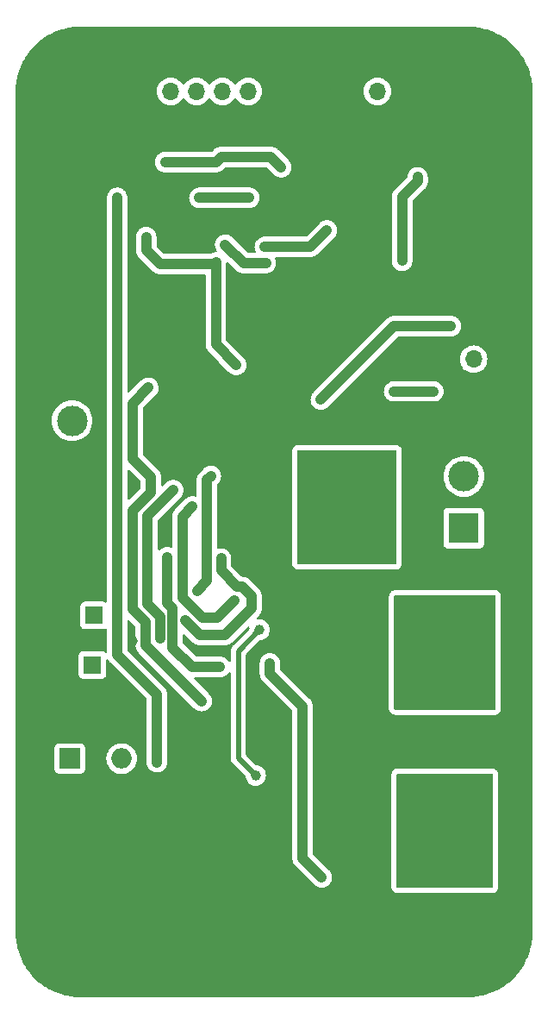
<source format=gbr>
%TF.GenerationSoftware,KiCad,Pcbnew,7.0.5*%
%TF.CreationDate,2023-11-28T19:27:54-08:00*%
%TF.ProjectId,LT3081LEDDummyDriver,4c543330-3831-44c4-9544-44756d6d7944,rev?*%
%TF.SameCoordinates,Original*%
%TF.FileFunction,Copper,L2,Bot*%
%TF.FilePolarity,Positive*%
%FSLAX46Y46*%
G04 Gerber Fmt 4.6, Leading zero omitted, Abs format (unit mm)*
G04 Created by KiCad (PCBNEW 7.0.5) date 2023-11-28 19:27:54*
%MOMM*%
%LPD*%
G01*
G04 APERTURE LIST*
%TA.AperFunction,ComponentPad*%
%ADD10R,1.700000X1.700000*%
%TD*%
%TA.AperFunction,ComponentPad*%
%ADD11O,1.700000X1.700000*%
%TD*%
%TA.AperFunction,ComponentPad*%
%ADD12R,3.000000X3.000000*%
%TD*%
%TA.AperFunction,ComponentPad*%
%ADD13C,3.000000*%
%TD*%
%TA.AperFunction,ComponentPad*%
%ADD14R,2.000000X2.000000*%
%TD*%
%TA.AperFunction,ComponentPad*%
%ADD15O,2.000000X2.000000*%
%TD*%
%TA.AperFunction,ComponentPad*%
%ADD16C,5.600000*%
%TD*%
%TA.AperFunction,ViaPad*%
%ADD17C,1.000000*%
%TD*%
%TA.AperFunction,ViaPad*%
%ADD18C,0.700000*%
%TD*%
%TA.AperFunction,Conductor*%
%ADD19C,1.000000*%
%TD*%
%TA.AperFunction,Conductor*%
%ADD20C,0.500000*%
%TD*%
G04 APERTURE END LIST*
D10*
%TO.P,J5,1,Pin_1*%
%TO.N,GND*%
X131712500Y-39050000D03*
D11*
%TO.P,J5,2,Pin_2*%
%TO.N,/I2CConnection/VI2C*%
X129172500Y-39050000D03*
%TO.P,J5,3,Pin_3*%
%TO.N,Net-(D2-A)*%
X126632500Y-39050000D03*
%TO.P,J5,4,Pin_4*%
%TO.N,Net-(D1-A)*%
X124092500Y-39050000D03*
%TO.P,J5,5,Pin_5*%
%TO.N,Net-(J5-Pin_5)*%
X121552500Y-39050000D03*
%TD*%
D12*
%TO.P,J1,1,Pin_1*%
%TO.N,GND*%
X111862500Y-66310000D03*
D13*
%TO.P,J1,2,Pin_2*%
%TO.N,/FETSwitch/V_{IN}*%
X111862500Y-71390000D03*
%TD*%
D14*
%TO.P,D6,1,K*%
%TO.N,Net-(D6-K)*%
X111650000Y-104550000D03*
D15*
%TO.P,D6,2,A*%
%TO.N,/V_{LED}*%
X116730000Y-104550000D03*
%TD*%
D12*
%TO.P,J11,1,Pin_1*%
%TO.N,/FETSwitch/LEDGND*%
X150362500Y-81930000D03*
D13*
%TO.P,J11,2,Pin_2*%
%TO.N,/V_{LED}*%
X150362500Y-76850000D03*
%TD*%
D16*
%TO.P,J6,1,Pin_1*%
%TO.N,GND*%
X112662500Y-39050000D03*
%TD*%
D10*
%TO.P,J2,1,Pin_1*%
%TO.N,Net-(J2-Pin_1)*%
X113862500Y-95350000D03*
D11*
%TO.P,J2,2,Pin_2*%
%TO.N,GND*%
X111322500Y-95350000D03*
%TD*%
D10*
%TO.P,J3,1,Pin_1*%
%TO.N,Net-(J3-Pin_1)*%
X114000000Y-90500000D03*
D11*
%TO.P,J3,2,Pin_2*%
%TO.N,GND*%
X111460000Y-90500000D03*
%TD*%
D10*
%TO.P,J4,1,Pin_1*%
%TO.N,GND*%
X153862500Y-65350000D03*
D11*
%TO.P,J4,2,Pin_2*%
%TO.N,/V_{LED}*%
X151322500Y-65350000D03*
%TD*%
D16*
%TO.P,J9,1,Pin_1*%
%TO.N,GND*%
X112662500Y-121600000D03*
%TD*%
D10*
%TO.P,J10,1,Pin_1*%
%TO.N,GND*%
X144412500Y-39050000D03*
D11*
%TO.P,J10,2,Pin_2*%
%TO.N,+5V*%
X141872500Y-39050000D03*
%TD*%
D16*
%TO.P,J8,1,Pin_1*%
%TO.N,GND*%
X150762500Y-121600000D03*
%TD*%
%TO.P,J7,1,Pin_1*%
%TO.N,GND*%
X150762500Y-39050000D03*
%TD*%
D17*
%TO.N,GND*%
X138000000Y-54500000D03*
X114500000Y-86500000D03*
X139000000Y-41250000D03*
X143000000Y-48250000D03*
X147500000Y-46000000D03*
X151500000Y-60250000D03*
X113750000Y-62000000D03*
X123750000Y-123250000D03*
X133500000Y-121000000D03*
X112250000Y-116750000D03*
X110500000Y-108750000D03*
X116000000Y-113750000D03*
X114250000Y-108750000D03*
X114250000Y-104500000D03*
X121750000Y-98250000D03*
X152500000Y-74000000D03*
X152500000Y-79000000D03*
X147500000Y-82500000D03*
X142000000Y-89000000D03*
X145250000Y-79250000D03*
X143250000Y-71750000D03*
X145250000Y-76500000D03*
X153750000Y-118500000D03*
X152500000Y-104750000D03*
X145250000Y-119000000D03*
X145000000Y-104750000D03*
X141000000Y-98750000D03*
X153000000Y-101250000D03*
X145000000Y-101250000D03*
D18*
%TO.N,/LT3081CurrentSupply/V_{OUT}*%
X136750000Y-77250000D03*
X138750000Y-79750000D03*
X136750000Y-84250000D03*
X134750000Y-79750000D03*
X140750000Y-77250000D03*
X136750000Y-79750000D03*
X142750000Y-79750000D03*
X142750000Y-82250000D03*
X134750000Y-84250000D03*
X136750000Y-82250000D03*
X138750000Y-77250000D03*
X140750000Y-82250000D03*
X142750000Y-75250000D03*
X134750000Y-82250000D03*
X138750000Y-84250000D03*
X142750000Y-84250000D03*
X142750000Y-77250000D03*
X138750000Y-82250000D03*
X140750000Y-79750000D03*
X134750000Y-77250000D03*
X140750000Y-84250000D03*
X136750000Y-75250000D03*
X140750000Y-75250000D03*
X138750000Y-75250000D03*
X134750000Y-75250000D03*
%TO.N,/DummyLEDLoad/GATEDGND*%
X146500000Y-109000000D03*
X148500000Y-111500000D03*
X146500000Y-116000000D03*
X144500000Y-111500000D03*
X150500000Y-109000000D03*
X146500000Y-111500000D03*
X152500000Y-111500000D03*
X152500000Y-114000000D03*
X144500000Y-116000000D03*
X146500000Y-114000000D03*
X148500000Y-109000000D03*
X150500000Y-114000000D03*
X152500000Y-107000000D03*
X144500000Y-114000000D03*
X148500000Y-116000000D03*
X152500000Y-116000000D03*
X152500000Y-109000000D03*
X148500000Y-114000000D03*
X150500000Y-111500000D03*
X144500000Y-109000000D03*
X150500000Y-116000000D03*
X146500000Y-107000000D03*
X150500000Y-107000000D03*
X148500000Y-107000000D03*
X144500000Y-107000000D03*
%TO.N,/FETSwitch/LEDGND*%
X152500000Y-96500000D03*
X146500000Y-96500000D03*
X150500000Y-96500000D03*
X148500000Y-96500000D03*
X144500000Y-96500000D03*
X152500000Y-91500000D03*
X146500000Y-91500000D03*
X150500000Y-91500000D03*
X148500000Y-91500000D03*
X144500000Y-91500000D03*
X152500000Y-94000000D03*
X146500000Y-94000000D03*
X150500000Y-94000000D03*
X148500000Y-94000000D03*
X144500000Y-94000000D03*
X152500000Y-98500000D03*
X146500000Y-98500000D03*
X150500000Y-98500000D03*
X148500000Y-98500000D03*
X144500000Y-98500000D03*
X146500000Y-89500000D03*
X150500000Y-89500000D03*
X148500000Y-89500000D03*
X144500000Y-89500000D03*
X152500000Y-89500000D03*
D17*
%TO.N,GND*%
X126950000Y-93900000D03*
X129850000Y-102600000D03*
X117700000Y-98100000D03*
X111600000Y-100900000D03*
X117850000Y-101750000D03*
X124250000Y-100750000D03*
%TO.N,/FETSwitch/V_{IN}*%
X126400000Y-95550000D03*
X121200000Y-84775000D03*
%TO.N,GND*%
X125700000Y-116900000D03*
X125900000Y-47800000D03*
X130700000Y-113300000D03*
X117800000Y-93000000D03*
X118000000Y-77750000D03*
X134750000Y-46500000D03*
X146200000Y-50200000D03*
X131300000Y-90100000D03*
X136800000Y-98800000D03*
X125600000Y-112900000D03*
X128400000Y-85900000D03*
X108500000Y-75100000D03*
X148600000Y-86200000D03*
X121100000Y-53600000D03*
X151875000Y-56325000D03*
X114700000Y-50800000D03*
X130000000Y-108300000D03*
X135250000Y-73000000D03*
X125900000Y-52000000D03*
X119500000Y-50500000D03*
X139400000Y-116600000D03*
X155100000Y-71100000D03*
X143900000Y-58175000D03*
X140000000Y-59500000D03*
X121600000Y-68500000D03*
X131000000Y-51000000D03*
X148400000Y-72400000D03*
X118000000Y-67000000D03*
X125500000Y-42000000D03*
X124200000Y-75300000D03*
X130900000Y-98900000D03*
X135900000Y-89400000D03*
X121000000Y-42000000D03*
X136600000Y-106500000D03*
X114600000Y-75100000D03*
X129000000Y-58900000D03*
X118300000Y-108500000D03*
X124600000Y-107800000D03*
X152500000Y-86100000D03*
X118500000Y-57700000D03*
X131200000Y-73200000D03*
X132700000Y-66900000D03*
%TO.N,/DACx0501_DAC/V_{OUT}*%
X136300000Y-69300000D03*
X149100000Y-62100000D03*
%TO.N,Net-(J2-Pin_1)*%
X124150000Y-88049500D03*
X125500000Y-76800000D03*
%TO.N,+5V*%
X119150000Y-53350000D03*
X128000000Y-65900000D03*
X124600000Y-98900000D03*
X119362500Y-68137500D03*
X144300000Y-55700000D03*
X126000000Y-55850000D03*
X132402500Y-46500000D03*
X145818750Y-47481250D03*
X121000000Y-46000000D03*
X126000000Y-46000000D03*
%TO.N,/I2CConnection/VI2C*%
X124362500Y-49500000D03*
X129275000Y-49500000D03*
%TO.N,/V_{LED}*%
X131300000Y-95200000D03*
X143500000Y-68500000D03*
X136400000Y-116200000D03*
X127800000Y-89037500D03*
X147362500Y-68500000D03*
X123700000Y-79800000D03*
X134500000Y-99400000D03*
%TO.N,Net-(J3-Pin_1)*%
X126500000Y-84900000D03*
X122975250Y-90974750D03*
%TO.N,/DACx0501_DAC/SCL*%
X126900000Y-54100000D03*
X130900000Y-55900000D03*
%TO.N,/DACx0501_DAC/SDA*%
X136900000Y-52700000D03*
X130800000Y-54307500D03*
%TO.N,/LT3081CurrentSupply/V_{OUT}*%
X120499500Y-92750000D03*
X121800000Y-78200000D03*
%TO.N,/FETSwitch/TRIG*%
X116300000Y-49500000D03*
X120200000Y-104900000D03*
%TO.N,Net-(U4-OUTB)*%
X129900000Y-106200000D03*
X130300000Y-91900000D03*
%TD*%
D19*
%TO.N,/FETSwitch/V_{IN}*%
X121200000Y-89250000D02*
X121750000Y-89800000D01*
X121200000Y-84775000D02*
X121200000Y-89250000D01*
X121750000Y-89800000D02*
X121750000Y-93650000D01*
X121750000Y-93650000D02*
X123650000Y-95550000D01*
X123650000Y-95550000D02*
X126400000Y-95550000D01*
%TO.N,/FETSwitch/TRIG*%
X116300000Y-94350000D02*
X116300000Y-49500000D01*
X120200000Y-98250000D02*
X116300000Y-94350000D01*
X120200000Y-104900000D02*
X120200000Y-98250000D01*
%TO.N,Net-(J3-Pin_1)*%
X128102943Y-87700000D02*
X126500000Y-86097057D01*
X128600000Y-87700000D02*
X128102943Y-87700000D01*
X129500000Y-88600000D02*
X128600000Y-87700000D01*
X126900000Y-92400000D02*
X129500000Y-89800000D01*
X129500000Y-89800000D02*
X129500000Y-88600000D01*
X124400500Y-92400000D02*
X126900000Y-92400000D01*
X126500000Y-86097057D02*
X126500000Y-84900000D01*
X122975250Y-90974750D02*
X124400500Y-92400000D01*
%TO.N,/V_{LED}*%
X122700000Y-80800000D02*
X123700000Y-79800000D01*
X124650000Y-90700000D02*
X122700000Y-88750000D01*
X126137500Y-90700000D02*
X124650000Y-90700000D01*
X122700000Y-88750000D02*
X122700000Y-80800000D01*
X127800000Y-89037500D02*
X126137500Y-90700000D01*
%TO.N,/LT3081CurrentSupply/V_{OUT}*%
X119300000Y-80700000D02*
X121800000Y-78200000D01*
X119300000Y-89400000D02*
X119300000Y-80700000D01*
X120499500Y-90599500D02*
X119300000Y-89400000D01*
X120499500Y-92750000D02*
X120499500Y-90599500D01*
%TO.N,+5V*%
X117800000Y-69700000D02*
X119362500Y-68137500D01*
X119600000Y-78450000D02*
X119600000Y-76900000D01*
X117800000Y-75100000D02*
X117800000Y-69700000D01*
X117800000Y-80250000D02*
X119600000Y-78450000D01*
X119100000Y-91150000D02*
X117800000Y-89850000D01*
X119600000Y-76900000D02*
X117800000Y-75100000D01*
X119100000Y-93400000D02*
X119100000Y-91150000D01*
X117800000Y-89850000D02*
X117800000Y-80250000D01*
X124600000Y-98900000D02*
X119100000Y-93400000D01*
%TO.N,Net-(J2-Pin_1)*%
X125100000Y-77200000D02*
X125500000Y-76800000D01*
X125100000Y-87099500D02*
X125100000Y-77200000D01*
X124150000Y-88049500D02*
X125100000Y-87099500D01*
%TO.N,GND*%
X130600000Y-93800000D02*
X129600000Y-94800000D01*
X118000000Y-49000000D02*
X118000000Y-44387500D01*
X121000000Y-52000000D02*
X119500000Y-50500000D01*
X129600000Y-94800000D02*
X129600000Y-95200000D01*
X150025000Y-58175000D02*
X151875000Y-56325000D01*
X125100000Y-108300000D02*
X124600000Y-107800000D01*
X131300000Y-88100000D02*
X131300000Y-90100000D01*
X128400000Y-85900000D02*
X129100000Y-85900000D01*
X119500000Y-50500000D02*
X118000000Y-49000000D01*
X125500000Y-42000000D02*
X121000000Y-42000000D01*
X125900000Y-52000000D02*
X121000000Y-52000000D01*
X132100000Y-92300000D02*
X130600000Y-93800000D01*
X115612500Y-42000000D02*
X112662500Y-39050000D01*
X118000000Y-44387500D02*
X115612500Y-42000000D01*
X131000000Y-51000000D02*
X130000000Y-52000000D01*
X130000000Y-108300000D02*
X125100000Y-108300000D01*
X131300000Y-90100000D02*
X132100000Y-90900000D01*
X129600000Y-95200000D02*
X129600000Y-97600000D01*
X129100000Y-85900000D02*
X131300000Y-88100000D01*
X130000000Y-52000000D02*
X125900000Y-52000000D01*
X132100000Y-90900000D02*
X132100000Y-92300000D01*
X140000000Y-59500000D02*
X140000000Y-59600000D01*
X129600000Y-97600000D02*
X130900000Y-98900000D01*
X140000000Y-59600000D02*
X132700000Y-66900000D01*
X143900000Y-58175000D02*
X150025000Y-58175000D01*
X114600000Y-75100000D02*
X108500000Y-75100000D01*
X121000000Y-42000000D02*
X115612500Y-42000000D01*
%TO.N,/DACx0501_DAC/V_{OUT}*%
X149100000Y-62100000D02*
X143500000Y-62100000D01*
X143500000Y-62100000D02*
X136300000Y-69300000D01*
%TO.N,+5V*%
X126000000Y-63900000D02*
X126000000Y-55850000D01*
X144300000Y-55700000D02*
X144300000Y-49400000D01*
X145818750Y-47881250D02*
X145818750Y-47481250D01*
X126500000Y-45500000D02*
X126000000Y-46000000D01*
X126000000Y-46000000D02*
X121000000Y-46000000D01*
X128000000Y-65900000D02*
X126000000Y-63900000D01*
X125850000Y-56000000D02*
X126000000Y-55850000D01*
X120500000Y-56000000D02*
X125850000Y-56000000D01*
X119150000Y-53350000D02*
X119150000Y-54650000D01*
X119150000Y-54650000D02*
X120500000Y-56000000D01*
X131402500Y-45500000D02*
X126500000Y-45500000D01*
X132402500Y-46500000D02*
X131402500Y-45500000D01*
X144300000Y-49400000D02*
X145818750Y-47881250D01*
%TO.N,/I2CConnection/VI2C*%
X129275000Y-49500000D02*
X124362500Y-49500000D01*
%TO.N,/V_{LED}*%
X134500000Y-114300000D02*
X136400000Y-116200000D01*
X131300000Y-95200000D02*
X131300000Y-96200000D01*
X147362500Y-68500000D02*
X143500000Y-68500000D01*
X134500000Y-99400000D02*
X134500000Y-114300000D01*
X131300000Y-96200000D02*
X134500000Y-99400000D01*
%TO.N,/DACx0501_DAC/SCL*%
X128700000Y-55900000D02*
X126900000Y-54100000D01*
X130900000Y-55900000D02*
X128700000Y-55900000D01*
%TO.N,/DACx0501_DAC/SDA*%
X135292500Y-54307500D02*
X130800000Y-54307500D01*
X136900000Y-52700000D02*
X135292500Y-54307500D01*
D20*
%TO.N,Net-(U4-OUTB)*%
X128200000Y-94000000D02*
X130300000Y-91900000D01*
X129900000Y-106200000D02*
X128200000Y-104500000D01*
X128200000Y-104500000D02*
X128200000Y-94000000D01*
%TD*%
%TA.AperFunction,Conductor*%
%TO.N,GND*%
G36*
X129233033Y-91584400D02*
G01*
X129288966Y-91626272D01*
X129313383Y-91691736D01*
X129313102Y-91712738D01*
X129305127Y-91793700D01*
X129278965Y-91858486D01*
X129269405Y-91869225D01*
X127714358Y-93424272D01*
X127700729Y-93436051D01*
X127681468Y-93450390D01*
X127647898Y-93490397D01*
X127644253Y-93494376D01*
X127638407Y-93500223D01*
X127618618Y-93525251D01*
X127617481Y-93526647D01*
X127568694Y-93584790D01*
X127564729Y-93590819D01*
X127564682Y-93590788D01*
X127560630Y-93597147D01*
X127560679Y-93597177D01*
X127556889Y-93603321D01*
X127524812Y-93672110D01*
X127524027Y-93673731D01*
X127489957Y-93741572D01*
X127487488Y-93748357D01*
X127487432Y-93748336D01*
X127484960Y-93755450D01*
X127485015Y-93755469D01*
X127482743Y-93762325D01*
X127467391Y-93836670D01*
X127467001Y-93838428D01*
X127449499Y-93912279D01*
X127448661Y-93919454D01*
X127448601Y-93919447D01*
X127447835Y-93926945D01*
X127447895Y-93926951D01*
X127447265Y-93934140D01*
X127449474Y-94010030D01*
X127449500Y-94011833D01*
X127449500Y-94905165D01*
X127429815Y-94972204D01*
X127377011Y-95017959D01*
X127307853Y-95027903D01*
X127244297Y-94998878D01*
X127229647Y-94983831D01*
X127217225Y-94968694D01*
X127212534Y-94962156D01*
X127195252Y-94934429D01*
X127151802Y-94888720D01*
X127148840Y-94885368D01*
X127110883Y-94839117D01*
X127110881Y-94839115D01*
X127110880Y-94839114D01*
X127085500Y-94818285D01*
X127079894Y-94813073D01*
X127055059Y-94786947D01*
X127006088Y-94752861D01*
X127002184Y-94749909D01*
X126958538Y-94714090D01*
X126958535Y-94714088D01*
X126958531Y-94714085D01*
X126926602Y-94697019D01*
X126920406Y-94693225D01*
X126888051Y-94670706D01*
X126836328Y-94648509D01*
X126831552Y-94646213D01*
X126784727Y-94621186D01*
X126784721Y-94621183D01*
X126746841Y-94609692D01*
X126740388Y-94607337D01*
X126701061Y-94590461D01*
X126701059Y-94590460D01*
X126701058Y-94590460D01*
X126649218Y-94579806D01*
X126643708Y-94578407D01*
X126596139Y-94563977D01*
X126596128Y-94563975D01*
X126553368Y-94559763D01*
X126546962Y-94558792D01*
X126501743Y-94549500D01*
X126501741Y-94549500D01*
X126452200Y-94549500D01*
X126446119Y-94549201D01*
X126400000Y-94544659D01*
X126353881Y-94549201D01*
X126347800Y-94549500D01*
X124115782Y-94549500D01*
X124048743Y-94529815D01*
X124028101Y-94513181D01*
X122786819Y-93271899D01*
X122753334Y-93210576D01*
X122750500Y-93184218D01*
X122750500Y-92464282D01*
X122770185Y-92397243D01*
X122822989Y-92351488D01*
X122892147Y-92341544D01*
X122955703Y-92370569D01*
X122962181Y-92376601D01*
X123683487Y-93097907D01*
X123684552Y-93098998D01*
X123719752Y-93136028D01*
X123745440Y-93163052D01*
X123745447Y-93163058D01*
X123775850Y-93184218D01*
X123795803Y-93198106D01*
X123799544Y-93200926D01*
X123847093Y-93239698D01*
X123877545Y-93255604D01*
X123884258Y-93259672D01*
X123912451Y-93279295D01*
X123968829Y-93303489D01*
X123973078Y-93305507D01*
X124027451Y-93333909D01*
X124054989Y-93341788D01*
X124060474Y-93343358D01*
X124067868Y-93345990D01*
X124099442Y-93359540D01*
X124099445Y-93359540D01*
X124099446Y-93359541D01*
X124159522Y-93371887D01*
X124164100Y-93373010D01*
X124166204Y-93373612D01*
X124223082Y-93389887D01*
X124257339Y-93392495D01*
X124265114Y-93393586D01*
X124298755Y-93400500D01*
X124298759Y-93400500D01*
X124360098Y-93400500D01*
X124364804Y-93400678D01*
X124392095Y-93402757D01*
X124425975Y-93405337D01*
X124425975Y-93405336D01*
X124425976Y-93405337D01*
X124460059Y-93400996D01*
X124467889Y-93400500D01*
X126886507Y-93400500D01*
X126888069Y-93400519D01*
X126925283Y-93401462D01*
X126976358Y-93402757D01*
X126976358Y-93402756D01*
X126976363Y-93402757D01*
X127036753Y-93391932D01*
X127041412Y-93391280D01*
X127083607Y-93386988D01*
X127102438Y-93385074D01*
X127135227Y-93374786D01*
X127142840Y-93372918D01*
X127176653Y-93366858D01*
X127233621Y-93344101D01*
X127238053Y-93342524D01*
X127296588Y-93324159D01*
X127326627Y-93307484D01*
X127333708Y-93304122D01*
X127365617Y-93291377D01*
X127416854Y-93257608D01*
X127420851Y-93255187D01*
X127474502Y-93225409D01*
X127500568Y-93203030D01*
X127506843Y-93198300D01*
X127507145Y-93198101D01*
X127535519Y-93179402D01*
X127578917Y-93136002D01*
X127582336Y-93132834D01*
X127628895Y-93092866D01*
X127649931Y-93065688D01*
X127655101Y-93059818D01*
X129102020Y-91612899D01*
X129163341Y-91579416D01*
X129233033Y-91584400D01*
G37*
%TD.AperFunction*%
%TA.AperFunction,Conductor*%
G36*
X117505703Y-76221070D02*
G01*
X117512181Y-76227102D01*
X118563181Y-77278102D01*
X118596666Y-77339425D01*
X118599500Y-77365783D01*
X118599500Y-77984217D01*
X118579815Y-78051256D01*
X118563181Y-78071898D01*
X117512181Y-79122898D01*
X117450858Y-79156383D01*
X117381166Y-79151399D01*
X117325233Y-79109527D01*
X117300816Y-79044063D01*
X117300500Y-79035217D01*
X117300500Y-76314783D01*
X117320185Y-76247744D01*
X117372989Y-76201989D01*
X117442147Y-76192045D01*
X117505703Y-76221070D01*
G37*
%TD.AperFunction*%
%TA.AperFunction,Conductor*%
G36*
X150763632Y-32700542D02*
G01*
X151029725Y-32710498D01*
X151240083Y-32718764D01*
X151244532Y-32719102D01*
X151498474Y-32747715D01*
X151723599Y-32774360D01*
X151727803Y-32775006D01*
X151975951Y-32821958D01*
X152201486Y-32866819D01*
X152205353Y-32867721D01*
X152448152Y-32932779D01*
X152670788Y-32995569D01*
X152674411Y-32996713D01*
X152911032Y-33079511D01*
X153128863Y-33159873D01*
X153132161Y-33161200D01*
X153361068Y-33261071D01*
X153362204Y-33261581D01*
X153572984Y-33358752D01*
X153575928Y-33360207D01*
X153796514Y-33476790D01*
X153797762Y-33477469D01*
X154000527Y-33591023D01*
X154003162Y-33592587D01*
X154209167Y-33722028D01*
X154214243Y-33725218D01*
X154215685Y-33726152D01*
X154408995Y-33855318D01*
X154411367Y-33856984D01*
X154611833Y-34004935D01*
X154613374Y-34006110D01*
X154796053Y-34150123D01*
X154798049Y-34151767D01*
X154986878Y-34314267D01*
X154988507Y-34315721D01*
X155159352Y-34473648D01*
X155161094Y-34475324D01*
X155337174Y-34651404D01*
X155338862Y-34653159D01*
X155496777Y-34823991D01*
X155498238Y-34825628D01*
X155660723Y-35014440D01*
X155662383Y-35016456D01*
X155806368Y-35199099D01*
X155807563Y-35200665D01*
X155955514Y-35401131D01*
X155957180Y-35403503D01*
X156086334Y-35596795D01*
X156087280Y-35598255D01*
X156219890Y-35809301D01*
X156221488Y-35811993D01*
X156335008Y-36014698D01*
X156335728Y-36016022D01*
X156452277Y-36236542D01*
X156453759Y-36239541D01*
X156550914Y-36450288D01*
X156551436Y-36451451D01*
X156651296Y-36680333D01*
X156652638Y-36683668D01*
X156732986Y-36901463D01*
X156815784Y-37138086D01*
X156816936Y-37141735D01*
X156879721Y-37364353D01*
X156944770Y-37607118D01*
X156945688Y-37611057D01*
X156990539Y-37836534D01*
X157037489Y-38084677D01*
X157038140Y-38088917D01*
X157064779Y-38313983D01*
X157093394Y-38567950D01*
X157093737Y-38572459D01*
X157102021Y-38783300D01*
X157111957Y-39048868D01*
X157112000Y-39051152D01*
X157112000Y-121598847D01*
X157111957Y-121601132D01*
X157103485Y-121827555D01*
X157102021Y-121866699D01*
X157093737Y-122077539D01*
X157093394Y-122082048D01*
X157064779Y-122336015D01*
X157038140Y-122561081D01*
X157037489Y-122565321D01*
X156990539Y-122813464D01*
X156945692Y-123038927D01*
X156944770Y-123042880D01*
X156879721Y-123285645D01*
X156816936Y-123508263D01*
X156815784Y-123511912D01*
X156732986Y-123748535D01*
X156652638Y-123966330D01*
X156651296Y-123969665D01*
X156551436Y-124198547D01*
X156550914Y-124199710D01*
X156453759Y-124410457D01*
X156452269Y-124413472D01*
X156335728Y-124633976D01*
X156335008Y-124635300D01*
X156221488Y-124838005D01*
X156219890Y-124840697D01*
X156087280Y-125051743D01*
X156086334Y-125053203D01*
X155957180Y-125246495D01*
X155955514Y-125248867D01*
X155807563Y-125449333D01*
X155806368Y-125450899D01*
X155662406Y-125633515D01*
X155660710Y-125635574D01*
X155498243Y-125824364D01*
X155496777Y-125826007D01*
X155338862Y-125996839D01*
X155337174Y-125998594D01*
X155161094Y-126174674D01*
X155159339Y-126176362D01*
X154988507Y-126334277D01*
X154986864Y-126335743D01*
X154798074Y-126498210D01*
X154796015Y-126499906D01*
X154613399Y-126643868D01*
X154611833Y-126645063D01*
X154411367Y-126793014D01*
X154408995Y-126794680D01*
X154215703Y-126923834D01*
X154214243Y-126924780D01*
X154003197Y-127057390D01*
X154000505Y-127058988D01*
X153797800Y-127172508D01*
X153796476Y-127173228D01*
X153575972Y-127289769D01*
X153572957Y-127291259D01*
X153362210Y-127388414D01*
X153361047Y-127388936D01*
X153132165Y-127488796D01*
X153128830Y-127490138D01*
X152911035Y-127570486D01*
X152674412Y-127653284D01*
X152670763Y-127654436D01*
X152448145Y-127717221D01*
X152205380Y-127782270D01*
X152201427Y-127783192D01*
X151975964Y-127828039D01*
X151727821Y-127874989D01*
X151723581Y-127875640D01*
X151498515Y-127902279D01*
X151244548Y-127930894D01*
X151240038Y-127931237D01*
X151029389Y-127939513D01*
X150866148Y-127945621D01*
X150763632Y-127949457D01*
X150761348Y-127949500D01*
X112663652Y-127949500D01*
X112661367Y-127949457D01*
X112553909Y-127945436D01*
X112395609Y-127939513D01*
X112184960Y-127931237D01*
X112180450Y-127930894D01*
X111926483Y-127902279D01*
X111701417Y-127875640D01*
X111697177Y-127874989D01*
X111449034Y-127828039D01*
X111223557Y-127783188D01*
X111219618Y-127782270D01*
X110976853Y-127717221D01*
X110754235Y-127654436D01*
X110750586Y-127653284D01*
X110513963Y-127570486D01*
X110296168Y-127490138D01*
X110292833Y-127488796D01*
X110063951Y-127388936D01*
X110062788Y-127388414D01*
X109852041Y-127291259D01*
X109849042Y-127289777D01*
X109714187Y-127218504D01*
X109628522Y-127173228D01*
X109627198Y-127172508D01*
X109424493Y-127058988D01*
X109421813Y-127057397D01*
X109300045Y-126980885D01*
X109210755Y-126924780D01*
X109209295Y-126923834D01*
X109016003Y-126794680D01*
X109013631Y-126793014D01*
X108813165Y-126645063D01*
X108811599Y-126643868D01*
X108628956Y-126499883D01*
X108626940Y-126498223D01*
X108438128Y-126335738D01*
X108436491Y-126334277D01*
X108265659Y-126176362D01*
X108263904Y-126174674D01*
X108087824Y-125998594D01*
X108086148Y-125996852D01*
X107928221Y-125826007D01*
X107926755Y-125824364D01*
X107764267Y-125635549D01*
X107762623Y-125633553D01*
X107618610Y-125450874D01*
X107617435Y-125449333D01*
X107469484Y-125248867D01*
X107467818Y-125246495D01*
X107338664Y-125053203D01*
X107337718Y-125051743D01*
X107334528Y-125046667D01*
X107205087Y-124840662D01*
X107203523Y-124838027D01*
X107089969Y-124635262D01*
X107089290Y-124634014D01*
X106972707Y-124413428D01*
X106971252Y-124410484D01*
X106874081Y-124199704D01*
X106873562Y-124198547D01*
X106773702Y-123969665D01*
X106772373Y-123966363D01*
X106692007Y-123748521D01*
X106609214Y-123511912D01*
X106608069Y-123508288D01*
X106545279Y-123285652D01*
X106480221Y-123042853D01*
X106479319Y-123038986D01*
X106434458Y-122813451D01*
X106387506Y-122565303D01*
X106386860Y-122561099D01*
X106360215Y-122335974D01*
X106331602Y-122082032D01*
X106331264Y-122077581D01*
X106322988Y-121866962D01*
X106313040Y-121601078D01*
X106312999Y-121598901D01*
X106312999Y-105597870D01*
X110149500Y-105597870D01*
X110149501Y-105597876D01*
X110155908Y-105657483D01*
X110206202Y-105792328D01*
X110206206Y-105792335D01*
X110292452Y-105907544D01*
X110292455Y-105907547D01*
X110407664Y-105993793D01*
X110407671Y-105993797D01*
X110542517Y-106044091D01*
X110542516Y-106044091D01*
X110549444Y-106044835D01*
X110602127Y-106050500D01*
X112697872Y-106050499D01*
X112757483Y-106044091D01*
X112892331Y-105993796D01*
X113007546Y-105907546D01*
X113093796Y-105792331D01*
X113144091Y-105657483D01*
X113150500Y-105597873D01*
X113150500Y-104550005D01*
X115224357Y-104550005D01*
X115244890Y-104797812D01*
X115244892Y-104797824D01*
X115305936Y-105038881D01*
X115405826Y-105266606D01*
X115541833Y-105474782D01*
X115559985Y-105494500D01*
X115710256Y-105657738D01*
X115906491Y-105810474D01*
X115940380Y-105828814D01*
X116036290Y-105880718D01*
X116125190Y-105928828D01*
X116360386Y-106009571D01*
X116605665Y-106050500D01*
X116854335Y-106050500D01*
X117099614Y-106009571D01*
X117334810Y-105928828D01*
X117553509Y-105810474D01*
X117749744Y-105657738D01*
X117918164Y-105474785D01*
X118054173Y-105266607D01*
X118154063Y-105038881D01*
X118215108Y-104797821D01*
X118225347Y-104674255D01*
X118235643Y-104550005D01*
X118235643Y-104549994D01*
X118215109Y-104302187D01*
X118215107Y-104302175D01*
X118154063Y-104061118D01*
X118054173Y-103833393D01*
X117918166Y-103625217D01*
X117896557Y-103601744D01*
X117749744Y-103442262D01*
X117553509Y-103289526D01*
X117553507Y-103289525D01*
X117553506Y-103289524D01*
X117334811Y-103171172D01*
X117334802Y-103171169D01*
X117099616Y-103090429D01*
X116854335Y-103049500D01*
X116605665Y-103049500D01*
X116360383Y-103090429D01*
X116125197Y-103171169D01*
X116125188Y-103171172D01*
X115906493Y-103289524D01*
X115710257Y-103442261D01*
X115541833Y-103625217D01*
X115405826Y-103833393D01*
X115305936Y-104061118D01*
X115244892Y-104302175D01*
X115244890Y-104302187D01*
X115224357Y-104549994D01*
X115224357Y-104550005D01*
X113150500Y-104550005D01*
X113150499Y-103502128D01*
X113144091Y-103442517D01*
X113093796Y-103307669D01*
X113093795Y-103307668D01*
X113093793Y-103307664D01*
X113007547Y-103192455D01*
X113007544Y-103192452D01*
X112892335Y-103106206D01*
X112892328Y-103106202D01*
X112757482Y-103055908D01*
X112757483Y-103055908D01*
X112697883Y-103049501D01*
X112697881Y-103049500D01*
X112697873Y-103049500D01*
X112697864Y-103049500D01*
X110602129Y-103049500D01*
X110602123Y-103049501D01*
X110542516Y-103055908D01*
X110407671Y-103106202D01*
X110407664Y-103106206D01*
X110292455Y-103192452D01*
X110292452Y-103192455D01*
X110206206Y-103307664D01*
X110206202Y-103307671D01*
X110155908Y-103442517D01*
X110149501Y-103502116D01*
X110149501Y-103502123D01*
X110149500Y-103502135D01*
X110149500Y-105597870D01*
X106312999Y-105597870D01*
X106312999Y-96247870D01*
X112512000Y-96247870D01*
X112512001Y-96247876D01*
X112518408Y-96307483D01*
X112568702Y-96442328D01*
X112568706Y-96442335D01*
X112654952Y-96557544D01*
X112654955Y-96557547D01*
X112770164Y-96643793D01*
X112770171Y-96643797D01*
X112905017Y-96694091D01*
X112905016Y-96694091D01*
X112911944Y-96694835D01*
X112964627Y-96700500D01*
X114760372Y-96700499D01*
X114819983Y-96694091D01*
X114954831Y-96643796D01*
X115070046Y-96557546D01*
X115156296Y-96442331D01*
X115206591Y-96307483D01*
X115213000Y-96247873D01*
X115212999Y-94932275D01*
X115232684Y-94865237D01*
X115285487Y-94819482D01*
X115354646Y-94809538D01*
X115418202Y-94838563D01*
X115440519Y-94864015D01*
X115442374Y-94866829D01*
X115444815Y-94870857D01*
X115474588Y-94924498D01*
X115474589Y-94924499D01*
X115474591Y-94924502D01*
X115496968Y-94950567D01*
X115501693Y-94956835D01*
X115507454Y-94965576D01*
X115520598Y-94985519D01*
X115563978Y-95028899D01*
X115567169Y-95032343D01*
X115607131Y-95078892D01*
X115607130Y-95078892D01*
X115634299Y-95099923D01*
X115640186Y-95105107D01*
X117463972Y-96928892D01*
X119163181Y-98628101D01*
X119196666Y-98689424D01*
X119199500Y-98715782D01*
X119199500Y-104847798D01*
X119199201Y-104853878D01*
X119194659Y-104899999D01*
X119194659Y-104900000D01*
X119199189Y-104945999D01*
X119199408Y-104948938D01*
X119199499Y-104950739D01*
X119204434Y-104999276D01*
X119204371Y-104999282D01*
X119204473Y-104999661D01*
X119204474Y-104999663D01*
X119209132Y-105046957D01*
X119213976Y-105096130D01*
X119214034Y-105096419D01*
X119214904Y-105102228D01*
X119214924Y-105102429D01*
X119214927Y-105102441D01*
X119243938Y-105194906D01*
X119271184Y-105284722D01*
X119273980Y-105291473D01*
X119275816Y-105296528D01*
X119275841Y-105296588D01*
X119321387Y-105378649D01*
X119347016Y-105426595D01*
X119364089Y-105458537D01*
X119367474Y-105463602D01*
X119367271Y-105463737D01*
X119374454Y-105474304D01*
X119374588Y-105474497D01*
X119374591Y-105474502D01*
X119374834Y-105474785D01*
X119433225Y-105542804D01*
X119434108Y-105543856D01*
X119489117Y-105610884D01*
X119489395Y-105611112D01*
X119504810Y-105626188D01*
X119507134Y-105628895D01*
X119507137Y-105628897D01*
X119575639Y-105681923D01*
X119577005Y-105683011D01*
X119641462Y-105735910D01*
X119644939Y-105737768D01*
X119662389Y-105749072D01*
X119668042Y-105753448D01*
X119693014Y-105765697D01*
X119742778Y-105790107D01*
X119744701Y-105791092D01*
X119789927Y-105815266D01*
X119815273Y-105828814D01*
X119822477Y-105830999D01*
X119841093Y-105838333D01*
X119850729Y-105843060D01*
X119928088Y-105863089D01*
X119930484Y-105863763D01*
X120003868Y-105886024D01*
X120012956Y-105886918D01*
X120014926Y-105887113D01*
X120033854Y-105890474D01*
X120047711Y-105894062D01*
X120047715Y-105894063D01*
X120124133Y-105897938D01*
X120127034Y-105898154D01*
X120200000Y-105905341D01*
X120214630Y-105903899D01*
X120233056Y-105903462D01*
X120250936Y-105904369D01*
X120323253Y-105893289D01*
X120326525Y-105892879D01*
X120396132Y-105886024D01*
X120413632Y-105880714D01*
X120430837Y-105876808D01*
X120452071Y-105873556D01*
X120517515Y-105849317D01*
X120521019Y-105848138D01*
X120584727Y-105828814D01*
X120607730Y-105816517D01*
X120615421Y-105813057D01*
X120642887Y-105802886D01*
X120642891Y-105802883D01*
X120642894Y-105802882D01*
X120699238Y-105767762D01*
X120702801Y-105765701D01*
X120758538Y-105735910D01*
X120781310Y-105717220D01*
X120787840Y-105712535D01*
X120815571Y-105695252D01*
X120861288Y-105651793D01*
X120864631Y-105648839D01*
X120910883Y-105610883D01*
X120931717Y-105585495D01*
X120936915Y-105579904D01*
X120963053Y-105555059D01*
X120997143Y-105506079D01*
X121000088Y-105502185D01*
X121035910Y-105458538D01*
X121052989Y-105426582D01*
X121056770Y-105420410D01*
X121079295Y-105388049D01*
X121101504Y-105336293D01*
X121103783Y-105331554D01*
X121128814Y-105284727D01*
X121140309Y-105246828D01*
X121142656Y-105240398D01*
X121159540Y-105201058D01*
X121170196Y-105149201D01*
X121171587Y-105143723D01*
X121186024Y-105096132D01*
X121190237Y-105053345D01*
X121191202Y-105046982D01*
X121200500Y-105001741D01*
X121200500Y-104952200D01*
X121200799Y-104946119D01*
X121205341Y-104899999D01*
X121200799Y-104853878D01*
X121200500Y-104847798D01*
X121200500Y-98263491D01*
X121200520Y-98261921D01*
X121202757Y-98173641D01*
X121202756Y-98173640D01*
X121202757Y-98173637D01*
X121191933Y-98113249D01*
X121191280Y-98108587D01*
X121185074Y-98047563D01*
X121185074Y-98047562D01*
X121174784Y-98014768D01*
X121172917Y-98007155D01*
X121166858Y-97973347D01*
X121166857Y-97973345D01*
X121144102Y-97916379D01*
X121142521Y-97911938D01*
X121124157Y-97853407D01*
X121107488Y-97823378D01*
X121104117Y-97816278D01*
X121091378Y-97784386D01*
X121091377Y-97784383D01*
X121057620Y-97733163D01*
X121055180Y-97729134D01*
X121044379Y-97709675D01*
X121025409Y-97675498D01*
X121025407Y-97675495D01*
X121003033Y-97649434D01*
X120998302Y-97643159D01*
X120979402Y-97614481D01*
X120936012Y-97571091D01*
X120932822Y-97567648D01*
X120892867Y-97521106D01*
X120892863Y-97521102D01*
X120865698Y-97500074D01*
X120859803Y-97494882D01*
X117336819Y-93971897D01*
X117303334Y-93910574D01*
X117300500Y-93884216D01*
X117300500Y-92610883D01*
X117300499Y-91064778D01*
X117320184Y-90997743D01*
X117372987Y-90951988D01*
X117442146Y-90942044D01*
X117505702Y-90971069D01*
X117512180Y-90977101D01*
X118063181Y-91528101D01*
X118096666Y-91589424D01*
X118099500Y-91615782D01*
X118099500Y-93386506D01*
X118099480Y-93388076D01*
X118097243Y-93476362D01*
X118097243Y-93476370D01*
X118108064Y-93536739D01*
X118108718Y-93541404D01*
X118114925Y-93602430D01*
X118114927Y-93602444D01*
X118125208Y-93635213D01*
X118127079Y-93642837D01*
X118133142Y-93676652D01*
X118133142Y-93676655D01*
X118155894Y-93733612D01*
X118157474Y-93738051D01*
X118175841Y-93796588D01*
X118175844Y-93796595D01*
X118192509Y-93826619D01*
X118195879Y-93833714D01*
X118208622Y-93865614D01*
X118208627Y-93865624D01*
X118230808Y-93899280D01*
X118239375Y-93912279D01*
X118242377Y-93916833D01*
X118244818Y-93920863D01*
X118274588Y-93974498D01*
X118274589Y-93974499D01*
X118274591Y-93974502D01*
X118296968Y-94000567D01*
X118301693Y-94006835D01*
X118314263Y-94025906D01*
X118320598Y-94035519D01*
X118363978Y-94078899D01*
X118367169Y-94082343D01*
X118407131Y-94128892D01*
X118407134Y-94128895D01*
X118434294Y-94149918D01*
X118440190Y-94155111D01*
X123855641Y-99570562D01*
X123859720Y-99575063D01*
X123889117Y-99610883D01*
X123924828Y-99640191D01*
X123927058Y-99642111D01*
X123928425Y-99643346D01*
X123966398Y-99674308D01*
X123966384Y-99674324D01*
X123966705Y-99674558D01*
X124041461Y-99735909D01*
X124041693Y-99736064D01*
X124046423Y-99739559D01*
X124046593Y-99739698D01*
X124132592Y-99784620D01*
X124215273Y-99828814D01*
X124215276Y-99828815D01*
X124222027Y-99831612D01*
X124226901Y-99833888D01*
X124226948Y-99833907D01*
X124226951Y-99833909D01*
X124317172Y-99859724D01*
X124403868Y-99886024D01*
X124403870Y-99886024D01*
X124403873Y-99886025D01*
X124409842Y-99887213D01*
X124409794Y-99887451D01*
X124422365Y-99889848D01*
X124422580Y-99889886D01*
X124422582Y-99889887D01*
X124512322Y-99896720D01*
X124513666Y-99896838D01*
X124536835Y-99899119D01*
X124600000Y-99905341D01*
X124600346Y-99905306D01*
X124621921Y-99905066D01*
X124625477Y-99905337D01*
X124711435Y-99894389D01*
X124713117Y-99894199D01*
X124796132Y-99886024D01*
X124799896Y-99884881D01*
X124820228Y-99880534D01*
X124827328Y-99879630D01*
X124906133Y-99852692D01*
X124908151Y-99852042D01*
X124984727Y-99828814D01*
X124991369Y-99825263D01*
X125009706Y-99817290D01*
X125019873Y-99813816D01*
X125019876Y-99813813D01*
X125019879Y-99813813D01*
X125063015Y-99788418D01*
X125088727Y-99773282D01*
X125090945Y-99772038D01*
X125158538Y-99735910D01*
X125167125Y-99728861D01*
X125182883Y-99717856D01*
X125195227Y-99710591D01*
X125252019Y-99659280D01*
X125254233Y-99657374D01*
X125271326Y-99643346D01*
X125310883Y-99610883D01*
X125320203Y-99599525D01*
X125332925Y-99586183D01*
X125346214Y-99574179D01*
X125389531Y-99515186D01*
X125391520Y-99512625D01*
X125435910Y-99458538D01*
X125444527Y-99442414D01*
X125453933Y-99427482D01*
X125466649Y-99410167D01*
X125495787Y-99346748D01*
X125497426Y-99343447D01*
X125528814Y-99284727D01*
X125536383Y-99259776D01*
X125539376Y-99251884D01*
X125551606Y-99225269D01*
X125566627Y-99160536D01*
X125567672Y-99156627D01*
X125586024Y-99096132D01*
X125588912Y-99066803D01*
X125590215Y-99058886D01*
X125597603Y-99027054D01*
X125599200Y-98964018D01*
X125599478Y-98959526D01*
X125601954Y-98934385D01*
X125605341Y-98900000D01*
X125602122Y-98867322D01*
X125601843Y-98859663D01*
X125602462Y-98835287D01*
X125602757Y-98823637D01*
X125592229Y-98764905D01*
X125591557Y-98760062D01*
X125586024Y-98703868D01*
X125575508Y-98669205D01*
X125573812Y-98662146D01*
X125566859Y-98623349D01*
X125566857Y-98623343D01*
X125545975Y-98571066D01*
X125544221Y-98566063D01*
X125528814Y-98515273D01*
X125510152Y-98480360D01*
X125507255Y-98474132D01*
X125491377Y-98434381D01*
X125491377Y-98434380D01*
X125462251Y-98390189D01*
X125459347Y-98385311D01*
X125435910Y-98341462D01*
X125408645Y-98308240D01*
X125404810Y-98303035D01*
X125379402Y-98264482D01*
X125379399Y-98264479D01*
X125379398Y-98264477D01*
X125361885Y-98246965D01*
X125344362Y-98229442D01*
X125340283Y-98224941D01*
X125310884Y-98189118D01*
X125310883Y-98189117D01*
X125275046Y-98159706D01*
X125270547Y-98155627D01*
X123877101Y-96762181D01*
X123843616Y-96700858D01*
X123848600Y-96631166D01*
X123890472Y-96575233D01*
X123955936Y-96550816D01*
X123964782Y-96550500D01*
X126347800Y-96550500D01*
X126353881Y-96550799D01*
X126363930Y-96551788D01*
X126400000Y-96555341D01*
X126431510Y-96552237D01*
X126445999Y-96550811D01*
X126448941Y-96550591D01*
X126450738Y-96550500D01*
X126450742Y-96550500D01*
X126499663Y-96545525D01*
X126596132Y-96536024D01*
X126596151Y-96536017D01*
X126596391Y-96535971D01*
X126602230Y-96535095D01*
X126602438Y-96535074D01*
X126694992Y-96506034D01*
X126784727Y-96478814D01*
X126784735Y-96478809D01*
X126791463Y-96476023D01*
X126796533Y-96474181D01*
X126796575Y-96474162D01*
X126796588Y-96474159D01*
X126878648Y-96428612D01*
X126958538Y-96385910D01*
X126958544Y-96385904D01*
X126963604Y-96382525D01*
X126963740Y-96382729D01*
X126974215Y-96375608D01*
X126974503Y-96375408D01*
X127042854Y-96316728D01*
X127043749Y-96315977D01*
X127110883Y-96260883D01*
X127111103Y-96260614D01*
X127126198Y-96245180D01*
X127128895Y-96242866D01*
X127181926Y-96174354D01*
X127182997Y-96173011D01*
X127229646Y-96116170D01*
X127287392Y-96076836D01*
X127357236Y-96074965D01*
X127417005Y-96111153D01*
X127447720Y-96173909D01*
X127449499Y-96194835D01*
X127449500Y-104436294D01*
X127448191Y-104454263D01*
X127444710Y-104478025D01*
X127449264Y-104530064D01*
X127449500Y-104535470D01*
X127449500Y-104543712D01*
X127453202Y-104575391D01*
X127453386Y-104577185D01*
X127460000Y-104652792D01*
X127461461Y-104659867D01*
X127461403Y-104659878D01*
X127463034Y-104667237D01*
X127463092Y-104667224D01*
X127464757Y-104674249D01*
X127490708Y-104745551D01*
X127491299Y-104747253D01*
X127515182Y-104819326D01*
X127518236Y-104825874D01*
X127518182Y-104825898D01*
X127521470Y-104832688D01*
X127521521Y-104832663D01*
X127524761Y-104839113D01*
X127524762Y-104839114D01*
X127524763Y-104839117D01*
X127566494Y-104902567D01*
X127567443Y-104904058D01*
X127596238Y-104950742D01*
X127607289Y-104968657D01*
X127611766Y-104974319D01*
X127611719Y-104974356D01*
X127616482Y-104980202D01*
X127616528Y-104980164D01*
X127621173Y-104985699D01*
X127676363Y-105037768D01*
X127677657Y-105039025D01*
X128869405Y-106230773D01*
X128902890Y-106292096D01*
X128905127Y-106306298D01*
X128913975Y-106396129D01*
X128971188Y-106584733D01*
X129064086Y-106758532D01*
X129064090Y-106758539D01*
X129189116Y-106910883D01*
X129341460Y-107035909D01*
X129341467Y-107035913D01*
X129515266Y-107128811D01*
X129515269Y-107128811D01*
X129515273Y-107128814D01*
X129703868Y-107186024D01*
X129900000Y-107205341D01*
X130096132Y-107186024D01*
X130284727Y-107128814D01*
X130458538Y-107035910D01*
X130610883Y-106910883D01*
X130735910Y-106758538D01*
X130828814Y-106584727D01*
X130886024Y-106396132D01*
X130905341Y-106200000D01*
X130886024Y-106003868D01*
X130828814Y-105815273D01*
X130828811Y-105815269D01*
X130828811Y-105815266D01*
X130735913Y-105641467D01*
X130735909Y-105641460D01*
X130610883Y-105489116D01*
X130458539Y-105364090D01*
X130458532Y-105364086D01*
X130284733Y-105271188D01*
X130284727Y-105271186D01*
X130096132Y-105213976D01*
X130096129Y-105213975D01*
X130006298Y-105205127D01*
X129941511Y-105178965D01*
X129930773Y-105169405D01*
X128986818Y-104225450D01*
X128953333Y-104164127D01*
X128950499Y-104137769D01*
X128950499Y-95199999D01*
X130294659Y-95199999D01*
X130299201Y-95246119D01*
X130299500Y-95252200D01*
X130299500Y-96186506D01*
X130299480Y-96188076D01*
X130297243Y-96276362D01*
X130297243Y-96276370D01*
X130308064Y-96336739D01*
X130308718Y-96341404D01*
X130314925Y-96402430D01*
X130314927Y-96402444D01*
X130325208Y-96435213D01*
X130327079Y-96442837D01*
X130333142Y-96476652D01*
X130333142Y-96476655D01*
X130355894Y-96533612D01*
X130357474Y-96538051D01*
X130375841Y-96596588D01*
X130375844Y-96596595D01*
X130392509Y-96626619D01*
X130395879Y-96633714D01*
X130408622Y-96665614D01*
X130408627Y-96665624D01*
X130427389Y-96694091D01*
X130431612Y-96700500D01*
X130442377Y-96716833D01*
X130444818Y-96720863D01*
X130474588Y-96774498D01*
X130474589Y-96774499D01*
X130474591Y-96774502D01*
X130496968Y-96800567D01*
X130501693Y-96806835D01*
X130514263Y-96825906D01*
X130520598Y-96835519D01*
X130563978Y-96878899D01*
X130567169Y-96882343D01*
X130607131Y-96928892D01*
X130607134Y-96928895D01*
X130634294Y-96949918D01*
X130640190Y-96955111D01*
X133463180Y-99778101D01*
X133496665Y-99839424D01*
X133499499Y-99865782D01*
X133499499Y-114286506D01*
X133499479Y-114288075D01*
X133497243Y-114376361D01*
X133497243Y-114376370D01*
X133508064Y-114436739D01*
X133508718Y-114441404D01*
X133514925Y-114502430D01*
X133514927Y-114502444D01*
X133525208Y-114535213D01*
X133527079Y-114542837D01*
X133533142Y-114576652D01*
X133533142Y-114576655D01*
X133555894Y-114633612D01*
X133557474Y-114638051D01*
X133575841Y-114696588D01*
X133575844Y-114696595D01*
X133592509Y-114726619D01*
X133595879Y-114733714D01*
X133608622Y-114765614D01*
X133608627Y-114765624D01*
X133642377Y-114816833D01*
X133644818Y-114820863D01*
X133674588Y-114874498D01*
X133674589Y-114874499D01*
X133674591Y-114874502D01*
X133696968Y-114900567D01*
X133701693Y-114906835D01*
X133714263Y-114925906D01*
X133720598Y-114935519D01*
X133763978Y-114978899D01*
X133767169Y-114982343D01*
X133807131Y-115028892D01*
X133807134Y-115028895D01*
X133834294Y-115049918D01*
X133840189Y-115055110D01*
X135655641Y-116870562D01*
X135659720Y-116875063D01*
X135689117Y-116910883D01*
X135724828Y-116940191D01*
X135727058Y-116942111D01*
X135728425Y-116943346D01*
X135766398Y-116974308D01*
X135766384Y-116974324D01*
X135766705Y-116974558D01*
X135841461Y-117035909D01*
X135841693Y-117036064D01*
X135846423Y-117039559D01*
X135846593Y-117039698D01*
X135932592Y-117084620D01*
X136015273Y-117128814D01*
X136015276Y-117128815D01*
X136022027Y-117131612D01*
X136026901Y-117133888D01*
X136026948Y-117133907D01*
X136026951Y-117133909D01*
X136117172Y-117159724D01*
X136203868Y-117186024D01*
X136203870Y-117186024D01*
X136203873Y-117186025D01*
X136209842Y-117187213D01*
X136209794Y-117187451D01*
X136222365Y-117189848D01*
X136222580Y-117189886D01*
X136222582Y-117189887D01*
X136312322Y-117196720D01*
X136313666Y-117196838D01*
X136336835Y-117199119D01*
X136400000Y-117205341D01*
X136400346Y-117205306D01*
X136421921Y-117205066D01*
X136425477Y-117205337D01*
X136511435Y-117194389D01*
X136513117Y-117194199D01*
X136596132Y-117186024D01*
X136599896Y-117184881D01*
X136620228Y-117180534D01*
X136627328Y-117179630D01*
X136706149Y-117152687D01*
X136708137Y-117152046D01*
X136784727Y-117128814D01*
X136789990Y-117126000D01*
X143244500Y-117126000D01*
X143244501Y-117126009D01*
X143256052Y-117233450D01*
X143256054Y-117233462D01*
X143267260Y-117284972D01*
X143301383Y-117387497D01*
X143301386Y-117387503D01*
X143379171Y-117508537D01*
X143379179Y-117508548D01*
X143424923Y-117561340D01*
X143424926Y-117561343D01*
X143424930Y-117561347D01*
X143533664Y-117655567D01*
X143533667Y-117655568D01*
X143533668Y-117655569D01*
X143664536Y-117715336D01*
X143664537Y-117715336D01*
X143664541Y-117715338D01*
X143731580Y-117735023D01*
X143731584Y-117735024D01*
X143874000Y-117755500D01*
X143874003Y-117755500D01*
X153125990Y-117755500D01*
X153126000Y-117755500D01*
X153233456Y-117743947D01*
X153284967Y-117732741D01*
X153319197Y-117721347D01*
X153387497Y-117698616D01*
X153387501Y-117698613D01*
X153387504Y-117698613D01*
X153508543Y-117620825D01*
X153561347Y-117575070D01*
X153655567Y-117466336D01*
X153715338Y-117335459D01*
X153735023Y-117268420D01*
X153735024Y-117268416D01*
X153755500Y-117126000D01*
X153755500Y-106124000D01*
X153743947Y-106016544D01*
X153732741Y-105965033D01*
X153732637Y-105964722D01*
X153698616Y-105862502D01*
X153698613Y-105862496D01*
X153668260Y-105815266D01*
X153620825Y-105741457D01*
X153617628Y-105737767D01*
X153575076Y-105688659D01*
X153575072Y-105688656D01*
X153575070Y-105688653D01*
X153466336Y-105594433D01*
X153466333Y-105594431D01*
X153466331Y-105594430D01*
X153335463Y-105534663D01*
X153276195Y-105517260D01*
X153268420Y-105514977D01*
X153268416Y-105514976D01*
X153126000Y-105494500D01*
X143874000Y-105494500D01*
X143873991Y-105494500D01*
X143873990Y-105494501D01*
X143766549Y-105506052D01*
X143766537Y-105506054D01*
X143715027Y-105517260D01*
X143612502Y-105551383D01*
X143612496Y-105551386D01*
X143491462Y-105629171D01*
X143491451Y-105629179D01*
X143438659Y-105674923D01*
X143344433Y-105783664D01*
X143344430Y-105783668D01*
X143284663Y-105914536D01*
X143269836Y-105965033D01*
X143264977Y-105981580D01*
X143264976Y-105981584D01*
X143244500Y-106124000D01*
X143244500Y-117126000D01*
X136789990Y-117126000D01*
X136791372Y-117125261D01*
X136809712Y-117117288D01*
X136819872Y-117113816D01*
X136888757Y-117073265D01*
X136890911Y-117072056D01*
X136958538Y-117035910D01*
X136967125Y-117028861D01*
X136982883Y-117017856D01*
X136995227Y-117010591D01*
X137052025Y-116959274D01*
X137054211Y-116957391D01*
X137110883Y-116910883D01*
X137120211Y-116899516D01*
X137132923Y-116886185D01*
X137146213Y-116874179D01*
X137189526Y-116815192D01*
X137191540Y-116812602D01*
X137192812Y-116811051D01*
X137235910Y-116758538D01*
X137244527Y-116742414D01*
X137253933Y-116727482D01*
X137266649Y-116710167D01*
X137295786Y-116646751D01*
X137297435Y-116643431D01*
X137328812Y-116584731D01*
X137328814Y-116584726D01*
X137336383Y-116559773D01*
X137339381Y-116551871D01*
X137351605Y-116525268D01*
X137351606Y-116525265D01*
X137352331Y-116522138D01*
X137366623Y-116460547D01*
X137367669Y-116456634D01*
X137386024Y-116396132D01*
X137388911Y-116366806D01*
X137390216Y-116358881D01*
X137397603Y-116327054D01*
X137399200Y-116264018D01*
X137399478Y-116259526D01*
X137405341Y-116200000D01*
X137402122Y-116167322D01*
X137401843Y-116159663D01*
X137402757Y-116123638D01*
X137392231Y-116064912D01*
X137391557Y-116060047D01*
X137386024Y-116003868D01*
X137375509Y-115969207D01*
X137373810Y-115962138D01*
X137373624Y-115961101D01*
X137366858Y-115923347D01*
X137345977Y-115871074D01*
X137344223Y-115866071D01*
X137328812Y-115815268D01*
X137328811Y-115815267D01*
X137324872Y-115807898D01*
X137310148Y-115780352D01*
X137307258Y-115774138D01*
X137291378Y-115734383D01*
X137291374Y-115734378D01*
X137291373Y-115734374D01*
X137262251Y-115690189D01*
X137259347Y-115685311D01*
X137235910Y-115641462D01*
X137208645Y-115608240D01*
X137204810Y-115603035D01*
X137179402Y-115564482D01*
X137179399Y-115564479D01*
X137179398Y-115564477D01*
X137161885Y-115546965D01*
X137144362Y-115529442D01*
X137140283Y-115524941D01*
X137110884Y-115489118D01*
X137110883Y-115489117D01*
X137075046Y-115459706D01*
X137070547Y-115455627D01*
X135536819Y-113921899D01*
X135503334Y-113860576D01*
X135500500Y-113834218D01*
X135500500Y-99626000D01*
X142994500Y-99626000D01*
X142994501Y-99626009D01*
X143006052Y-99733450D01*
X143006054Y-99733462D01*
X143017260Y-99784972D01*
X143051383Y-99887497D01*
X143051386Y-99887503D01*
X143129171Y-100008537D01*
X143129179Y-100008548D01*
X143174923Y-100061340D01*
X143174926Y-100061343D01*
X143174930Y-100061347D01*
X143283664Y-100155567D01*
X143283667Y-100155568D01*
X143283668Y-100155569D01*
X143414536Y-100215336D01*
X143414537Y-100215336D01*
X143414541Y-100215338D01*
X143481580Y-100235023D01*
X143481584Y-100235024D01*
X143624000Y-100255500D01*
X143624003Y-100255500D01*
X153375990Y-100255500D01*
X153376000Y-100255500D01*
X153483456Y-100243947D01*
X153534967Y-100232741D01*
X153569197Y-100221347D01*
X153637497Y-100198616D01*
X153637501Y-100198613D01*
X153637504Y-100198613D01*
X153758543Y-100120825D01*
X153811347Y-100075070D01*
X153905567Y-99966336D01*
X153965338Y-99835459D01*
X153985023Y-99768420D01*
X153985024Y-99768416D01*
X154005500Y-99626000D01*
X154005500Y-88624000D01*
X153993947Y-88516544D01*
X153982741Y-88465033D01*
X153980599Y-88458598D01*
X153948616Y-88362502D01*
X153948613Y-88362496D01*
X153882250Y-88259235D01*
X153870825Y-88241457D01*
X153837859Y-88203412D01*
X153825076Y-88188659D01*
X153825072Y-88188656D01*
X153825070Y-88188653D01*
X153716336Y-88094433D01*
X153716333Y-88094431D01*
X153716331Y-88094430D01*
X153585463Y-88034663D01*
X153526195Y-88017260D01*
X153518420Y-88014977D01*
X153518416Y-88014976D01*
X153376000Y-87994500D01*
X143624000Y-87994500D01*
X143623991Y-87994500D01*
X143623990Y-87994501D01*
X143516549Y-88006052D01*
X143516537Y-88006054D01*
X143465027Y-88017260D01*
X143362502Y-88051383D01*
X143362496Y-88051386D01*
X143241462Y-88129171D01*
X143241451Y-88129179D01*
X143188659Y-88174923D01*
X143094433Y-88283664D01*
X143094430Y-88283668D01*
X143034663Y-88414536D01*
X143019836Y-88465033D01*
X143014977Y-88481580D01*
X143014976Y-88481584D01*
X142994500Y-88624000D01*
X142994500Y-99626000D01*
X135500500Y-99626000D01*
X135500500Y-99452200D01*
X135500799Y-99446120D01*
X135505341Y-99399999D01*
X135505341Y-99399994D01*
X135502121Y-99367315D01*
X135501842Y-99359655D01*
X135502756Y-99323639D01*
X135502755Y-99323638D01*
X135502756Y-99323636D01*
X135492230Y-99264915D01*
X135491558Y-99260072D01*
X135486024Y-99203868D01*
X135486019Y-99203853D01*
X135485969Y-99203596D01*
X135485093Y-99197756D01*
X135485074Y-99197562D01*
X135474789Y-99164784D01*
X135472917Y-99157155D01*
X135466858Y-99123349D01*
X135466858Y-99123347D01*
X135445979Y-99071077D01*
X135444224Y-99066074D01*
X135442040Y-99058873D01*
X135428814Y-99015273D01*
X135428811Y-99015267D01*
X135426020Y-99008529D01*
X135424172Y-99003442D01*
X135424158Y-99003409D01*
X135407489Y-98973378D01*
X135404118Y-98966279D01*
X135391378Y-98934385D01*
X135391377Y-98934383D01*
X135362246Y-98890183D01*
X135359353Y-98885323D01*
X135335910Y-98841462D01*
X135335902Y-98841453D01*
X135332525Y-98836397D01*
X135332727Y-98836261D01*
X135325559Y-98825715D01*
X135325413Y-98825506D01*
X135325409Y-98825498D01*
X135303030Y-98799431D01*
X135298309Y-98793170D01*
X135279402Y-98764481D01*
X135244356Y-98729435D01*
X135240278Y-98724935D01*
X135232766Y-98715782D01*
X135210883Y-98689117D01*
X135210881Y-98689115D01*
X135210880Y-98689114D01*
X135210606Y-98688889D01*
X135195185Y-98673806D01*
X135192869Y-98671108D01*
X135192868Y-98671107D01*
X135192867Y-98671106D01*
X135192866Y-98671105D01*
X135165698Y-98650075D01*
X135159804Y-98644883D01*
X132336818Y-95821897D01*
X132303333Y-95760574D01*
X132300500Y-95734225D01*
X132300500Y-95252200D01*
X132300799Y-95246119D01*
X132302312Y-95230758D01*
X132305341Y-95200000D01*
X132300806Y-95153961D01*
X132300589Y-95151034D01*
X132300500Y-95149283D01*
X132300500Y-95149258D01*
X132295525Y-95100336D01*
X132286024Y-95003868D01*
X132286022Y-95003863D01*
X132286022Y-95003858D01*
X132285967Y-95003579D01*
X132285093Y-94997751D01*
X132285074Y-94997562D01*
X132256034Y-94905007D01*
X132228814Y-94815273D01*
X132228810Y-94815266D01*
X132226021Y-94808532D01*
X132224174Y-94803448D01*
X132224160Y-94803417D01*
X132224159Y-94803412D01*
X132178612Y-94721351D01*
X132135910Y-94641462D01*
X132135904Y-94641455D01*
X132132527Y-94636400D01*
X132132729Y-94636264D01*
X132125522Y-94625661D01*
X132125411Y-94625501D01*
X132125410Y-94625499D01*
X132125409Y-94625498D01*
X132109818Y-94607337D01*
X132066773Y-94557194D01*
X132065890Y-94556142D01*
X132030632Y-94513181D01*
X132010883Y-94489117D01*
X132010880Y-94489114D01*
X132010878Y-94489112D01*
X132010606Y-94488889D01*
X131995185Y-94473806D01*
X131992866Y-94471104D01*
X131992864Y-94471103D01*
X131924358Y-94418075D01*
X131922977Y-94416974D01*
X131858539Y-94364090D01*
X131858536Y-94364089D01*
X131855064Y-94362233D01*
X131837607Y-94350925D01*
X131831959Y-94346553D01*
X131831958Y-94346552D01*
X131801133Y-94331432D01*
X131757220Y-94309891D01*
X131755298Y-94308907D01*
X131684723Y-94271184D01*
X131677521Y-94269000D01*
X131658909Y-94261667D01*
X131654427Y-94259469D01*
X131649270Y-94256939D01*
X131608731Y-94246443D01*
X131571922Y-94236912D01*
X131569496Y-94236230D01*
X131496132Y-94213976D01*
X131485054Y-94212884D01*
X131466149Y-94209526D01*
X131452285Y-94205937D01*
X131375875Y-94202060D01*
X131372941Y-94201841D01*
X131300003Y-94194659D01*
X131299996Y-94194659D01*
X131285369Y-94196099D01*
X131266945Y-94196537D01*
X131249068Y-94195631D01*
X131249058Y-94195631D01*
X131176784Y-94206703D01*
X131173474Y-94207119D01*
X131103872Y-94213975D01*
X131103866Y-94213976D01*
X131086367Y-94219284D01*
X131069163Y-94223190D01*
X131047932Y-94226443D01*
X131047921Y-94226446D01*
X130982510Y-94250672D01*
X130978975Y-94251862D01*
X130915276Y-94271184D01*
X130915272Y-94271186D01*
X130892275Y-94283478D01*
X130884576Y-94286942D01*
X130857113Y-94297114D01*
X130857109Y-94297116D01*
X130800751Y-94332243D01*
X130797195Y-94334298D01*
X130766091Y-94350925D01*
X130741467Y-94364087D01*
X130741454Y-94364095D01*
X130724737Y-94377815D01*
X130718689Y-94382777D01*
X130712154Y-94387466D01*
X130684429Y-94404747D01*
X130684427Y-94404749D01*
X130638732Y-94448184D01*
X130635349Y-94451173D01*
X130589114Y-94489118D01*
X130568282Y-94514500D01*
X130563071Y-94520105D01*
X130536947Y-94544939D01*
X130513653Y-94578407D01*
X130506302Y-94588969D01*
X130502866Y-94593905D01*
X130499905Y-94597818D01*
X130464092Y-94641457D01*
X130464089Y-94641463D01*
X130447018Y-94673399D01*
X130443225Y-94679593D01*
X130420706Y-94711948D01*
X130420705Y-94711950D01*
X130398504Y-94763680D01*
X130396209Y-94768456D01*
X130371186Y-94815272D01*
X130371184Y-94815276D01*
X130364121Y-94838563D01*
X130359692Y-94853159D01*
X130357339Y-94859607D01*
X130340461Y-94898937D01*
X130329806Y-94950778D01*
X130328406Y-94956294D01*
X130313975Y-95003870D01*
X130309763Y-95046632D01*
X130308792Y-95053038D01*
X130299500Y-95098257D01*
X130299500Y-95147798D01*
X130299201Y-95153878D01*
X130294659Y-95199999D01*
X128950499Y-95199999D01*
X128950499Y-94362229D01*
X128970184Y-94295190D01*
X128986818Y-94274548D01*
X129626153Y-93635213D01*
X130330775Y-92930591D01*
X130392096Y-92897108D01*
X130406295Y-92894871D01*
X130496132Y-92886024D01*
X130684727Y-92828814D01*
X130858538Y-92735910D01*
X131010883Y-92610883D01*
X131135910Y-92458538D01*
X131182930Y-92370569D01*
X131228811Y-92284733D01*
X131228811Y-92284732D01*
X131228814Y-92284727D01*
X131286024Y-92096132D01*
X131305341Y-91900000D01*
X131286024Y-91703868D01*
X131228814Y-91515273D01*
X131228811Y-91515269D01*
X131228811Y-91515266D01*
X131135913Y-91341467D01*
X131135909Y-91341460D01*
X131010883Y-91189116D01*
X130858539Y-91064090D01*
X130858532Y-91064086D01*
X130684733Y-90971188D01*
X130684727Y-90971186D01*
X130496132Y-90913976D01*
X130496129Y-90913975D01*
X130300000Y-90894659D01*
X130112736Y-90913102D01*
X130044090Y-90900083D01*
X129993379Y-90852018D01*
X129976705Y-90784167D01*
X129999361Y-90718072D01*
X130012895Y-90702024D01*
X130198001Y-90516918D01*
X130199014Y-90515931D01*
X130263053Y-90455059D01*
X130298097Y-90404709D01*
X130300924Y-90400957D01*
X130339698Y-90353407D01*
X130355607Y-90322948D01*
X130359667Y-90316248D01*
X130379295Y-90288049D01*
X130403492Y-90231660D01*
X130405498Y-90227435D01*
X130433909Y-90173049D01*
X130443357Y-90140022D01*
X130445988Y-90132633D01*
X130459540Y-90101058D01*
X130471895Y-90040930D01*
X130472999Y-90036429D01*
X130489886Y-89977418D01*
X130492494Y-89943157D01*
X130493585Y-89935389D01*
X130500500Y-89901743D01*
X130500500Y-89840398D01*
X130500679Y-89835688D01*
X130505337Y-89774524D01*
X130500997Y-89740442D01*
X130500500Y-89732603D01*
X130500500Y-88613453D01*
X130500520Y-88611883D01*
X130502756Y-88523637D01*
X130491932Y-88463247D01*
X130491282Y-88458617D01*
X130485074Y-88397562D01*
X130474790Y-88364786D01*
X130472917Y-88357154D01*
X130466858Y-88323349D01*
X130466858Y-88323347D01*
X130444102Y-88266378D01*
X130442521Y-88261937D01*
X130441673Y-88259235D01*
X130424159Y-88203412D01*
X130424158Y-88203410D01*
X130424157Y-88203407D01*
X130407488Y-88173378D01*
X130404117Y-88166278D01*
X130391378Y-88134386D01*
X130391377Y-88134383D01*
X130357620Y-88083163D01*
X130355180Y-88079134D01*
X130344379Y-88059675D01*
X130325409Y-88025498D01*
X130308715Y-88006052D01*
X130303033Y-87999433D01*
X130298301Y-87993158D01*
X130279402Y-87964481D01*
X130236013Y-87921093D01*
X130232823Y-87917650D01*
X130228782Y-87912942D01*
X130192866Y-87871105D01*
X130192861Y-87871101D01*
X130165698Y-87850074D01*
X130159811Y-87844890D01*
X129317010Y-87002090D01*
X129315914Y-87000966D01*
X129255061Y-86936949D01*
X129255060Y-86936948D01*
X129255059Y-86936947D01*
X129210428Y-86905883D01*
X129204709Y-86901902D01*
X129200946Y-86899064D01*
X129153413Y-86860305D01*
X129153406Y-86860300D01*
X129122959Y-86844397D01*
X129116251Y-86840334D01*
X129088049Y-86820705D01*
X129088046Y-86820703D01*
X129088045Y-86820703D01*
X129088041Y-86820701D01*
X129031680Y-86796514D01*
X129027424Y-86794493D01*
X128973057Y-86766094D01*
X128973050Y-86766091D01*
X128973049Y-86766091D01*
X128967008Y-86764362D01*
X128940030Y-86756642D01*
X128932630Y-86754008D01*
X128901057Y-86740459D01*
X128901058Y-86740459D01*
X128840966Y-86728109D01*
X128836391Y-86726986D01*
X128777420Y-86710113D01*
X128777425Y-86710113D01*
X128743158Y-86707503D01*
X128735380Y-86706412D01*
X128701742Y-86699500D01*
X128701741Y-86699500D01*
X128640402Y-86699500D01*
X128635695Y-86699321D01*
X128630121Y-86698896D01*
X128574524Y-86694662D01*
X128568241Y-86694822D01*
X128568172Y-86692135D01*
X128510740Y-86682859D01*
X128476519Y-86658656D01*
X127536818Y-85718955D01*
X127503333Y-85657632D01*
X127500500Y-85631283D01*
X127500500Y-84952199D01*
X127500799Y-84946119D01*
X127501871Y-84935230D01*
X127505341Y-84900000D01*
X127500806Y-84853961D01*
X127500589Y-84851034D01*
X127500500Y-84849283D01*
X127500500Y-84849258D01*
X127495525Y-84800336D01*
X127486024Y-84703868D01*
X127486022Y-84703863D01*
X127486022Y-84703858D01*
X127485967Y-84703579D01*
X127485093Y-84697751D01*
X127485074Y-84697562D01*
X127456034Y-84605007D01*
X127428814Y-84515273D01*
X127428810Y-84515266D01*
X127426021Y-84508532D01*
X127424174Y-84503448D01*
X127424160Y-84503417D01*
X127424159Y-84503412D01*
X127378612Y-84421351D01*
X127335910Y-84341462D01*
X127335904Y-84341455D01*
X127332527Y-84336400D01*
X127332729Y-84336264D01*
X127325522Y-84325661D01*
X127325411Y-84325501D01*
X127325410Y-84325499D01*
X127325409Y-84325498D01*
X127310030Y-84307584D01*
X127266773Y-84257194D01*
X127265890Y-84256142D01*
X127239333Y-84223784D01*
X127210883Y-84189117D01*
X127210880Y-84189114D01*
X127210878Y-84189112D01*
X127210606Y-84188889D01*
X127195185Y-84173806D01*
X127192866Y-84171104D01*
X127192864Y-84171103D01*
X127124358Y-84118075D01*
X127122977Y-84116974D01*
X127058539Y-84064090D01*
X127058536Y-84064089D01*
X127055064Y-84062233D01*
X127037607Y-84050925D01*
X127031959Y-84046553D01*
X127031958Y-84046552D01*
X126987491Y-84024740D01*
X126957220Y-84009891D01*
X126955298Y-84008907D01*
X126884723Y-83971184D01*
X126877521Y-83969000D01*
X126858909Y-83961667D01*
X126854427Y-83959469D01*
X126849270Y-83956939D01*
X126808731Y-83946443D01*
X126771922Y-83936912D01*
X126769496Y-83936230D01*
X126696132Y-83913976D01*
X126685054Y-83912884D01*
X126666149Y-83909526D01*
X126652285Y-83905937D01*
X126575875Y-83902060D01*
X126572941Y-83901841D01*
X126500003Y-83894659D01*
X126499996Y-83894659D01*
X126485369Y-83896099D01*
X126466945Y-83896537D01*
X126449068Y-83895631D01*
X126449058Y-83895631D01*
X126376784Y-83906703D01*
X126373474Y-83907119D01*
X126303872Y-83913975D01*
X126303866Y-83913976D01*
X126286367Y-83919284D01*
X126269163Y-83923190D01*
X126252946Y-83925675D01*
X126247929Y-83926444D01*
X126247928Y-83926444D01*
X126243284Y-83927156D01*
X126174036Y-83917854D01*
X126120810Y-83872590D01*
X126100505Y-83805736D01*
X126100500Y-83804587D01*
X126100500Y-80759597D01*
X126100500Y-77665778D01*
X126120184Y-77598743D01*
X126136813Y-77578106D01*
X126170562Y-77544357D01*
X126175064Y-77540278D01*
X126210883Y-77510883D01*
X126240217Y-77475137D01*
X126242125Y-77472924D01*
X126243322Y-77471598D01*
X126243340Y-77471581D01*
X126274529Y-77433329D01*
X126274530Y-77433328D01*
X126274580Y-77433368D01*
X126274777Y-77433026D01*
X126335910Y-77358538D01*
X126335917Y-77358523D01*
X126336057Y-77358317D01*
X126339574Y-77353559D01*
X126339600Y-77353526D01*
X126339697Y-77353408D01*
X126384609Y-77267427D01*
X126428814Y-77184727D01*
X126428814Y-77184724D01*
X126431613Y-77177970D01*
X126433891Y-77173093D01*
X126433911Y-77173043D01*
X126455308Y-77098259D01*
X126459716Y-77082854D01*
X126486024Y-76996132D01*
X126486025Y-76996126D01*
X126487214Y-76990151D01*
X126487452Y-76990198D01*
X126489828Y-76977738D01*
X126489883Y-76977425D01*
X126489886Y-76977418D01*
X126496719Y-76887672D01*
X126496834Y-76886363D01*
X126499433Y-76859975D01*
X126505341Y-76800000D01*
X126505306Y-76799654D01*
X126505067Y-76778063D01*
X126505337Y-76774524D01*
X126494394Y-76688605D01*
X126494199Y-76686873D01*
X126486024Y-76603872D01*
X126486024Y-76603868D01*
X126484881Y-76600101D01*
X126480530Y-76579746D01*
X126479630Y-76572675D01*
X126479630Y-76572673D01*
X126452699Y-76493886D01*
X126452042Y-76491848D01*
X126428814Y-76415273D01*
X126425261Y-76408625D01*
X126417288Y-76390286D01*
X126413816Y-76380128D01*
X126413814Y-76380125D01*
X126413811Y-76380117D01*
X126373287Y-76311279D01*
X126372049Y-76309073D01*
X126335910Y-76241462D01*
X126335909Y-76241460D01*
X126328859Y-76232870D01*
X126317854Y-76217113D01*
X126310590Y-76204773D01*
X126259304Y-76148008D01*
X126257383Y-76145778D01*
X126243983Y-76129450D01*
X126210883Y-76089117D01*
X126199520Y-76079791D01*
X126186186Y-76067077D01*
X126174179Y-76053787D01*
X126174178Y-76053786D01*
X126174176Y-76053784D01*
X126174173Y-76053782D01*
X126115233Y-76010501D01*
X126112596Y-76008454D01*
X126058541Y-75964092D01*
X126058539Y-75964091D01*
X126058538Y-75964090D01*
X126042413Y-75955471D01*
X126027478Y-75946062D01*
X126010174Y-75933355D01*
X126010169Y-75933352D01*
X126010167Y-75933351D01*
X125956359Y-75908627D01*
X125946775Y-75904223D01*
X125943436Y-75902565D01*
X125911170Y-75885319D01*
X125884727Y-75871186D01*
X125884724Y-75871185D01*
X125884722Y-75871184D01*
X125859769Y-75863614D01*
X125851874Y-75860619D01*
X125825273Y-75848397D01*
X125825260Y-75848392D01*
X125760590Y-75833386D01*
X125756606Y-75832321D01*
X125696133Y-75813975D01*
X125666812Y-75811088D01*
X125658864Y-75809780D01*
X125627052Y-75802397D01*
X125564046Y-75800801D01*
X125559539Y-75800522D01*
X125500001Y-75794659D01*
X125499996Y-75794659D01*
X125467312Y-75797877D01*
X125459660Y-75798156D01*
X125423638Y-75797244D01*
X125423628Y-75797244D01*
X125364922Y-75807767D01*
X125360059Y-75808441D01*
X125303868Y-75813975D01*
X125269207Y-75824489D01*
X125262146Y-75826186D01*
X125223350Y-75833141D01*
X125223338Y-75833144D01*
X125171070Y-75854022D01*
X125166070Y-75855775D01*
X125115272Y-75871186D01*
X125080354Y-75889848D01*
X125074126Y-75892746D01*
X125034383Y-75908623D01*
X125034374Y-75908627D01*
X124990193Y-75937744D01*
X124985302Y-75940655D01*
X124941465Y-75964087D01*
X124908252Y-75991343D01*
X124903037Y-75995186D01*
X124864486Y-76020593D01*
X124829449Y-76055629D01*
X124824941Y-76059714D01*
X124789117Y-76089115D01*
X124789115Y-76089117D01*
X124759714Y-76124941D01*
X124755627Y-76129450D01*
X124402089Y-76482989D01*
X124400965Y-76484085D01*
X124336946Y-76544942D01*
X124301899Y-76595294D01*
X124299062Y-76599056D01*
X124260302Y-76646592D01*
X124260299Y-76646597D01*
X124244392Y-76677047D01*
X124240324Y-76683761D01*
X124220702Y-76711954D01*
X124196509Y-76768330D01*
X124194488Y-76772584D01*
X124166091Y-76826951D01*
X124166090Y-76826952D01*
X124156640Y-76859975D01*
X124154007Y-76867371D01*
X124140459Y-76898943D01*
X124128113Y-76959019D01*
X124126990Y-76963595D01*
X124110113Y-77022577D01*
X124110113Y-77022579D01*
X124107503Y-77056841D01*
X124106414Y-77064608D01*
X124100980Y-77091052D01*
X124099500Y-77098258D01*
X124099500Y-77159597D01*
X124099321Y-77164306D01*
X124094662Y-77225474D01*
X124095639Y-77233141D01*
X124099003Y-77259560D01*
X124099500Y-77267388D01*
X124099500Y-78708471D01*
X124079815Y-78775510D01*
X124027011Y-78821265D01*
X123957853Y-78831209D01*
X123939507Y-78827132D01*
X123896143Y-78813978D01*
X123896127Y-78813975D01*
X123866818Y-78811088D01*
X123858878Y-78809781D01*
X123850201Y-78807768D01*
X123827052Y-78802396D01*
X123764030Y-78800799D01*
X123759524Y-78800520D01*
X123700002Y-78794659D01*
X123699995Y-78794659D01*
X123667320Y-78797876D01*
X123659670Y-78798155D01*
X123623641Y-78797243D01*
X123623632Y-78797243D01*
X123564910Y-78807768D01*
X123560048Y-78808442D01*
X123503868Y-78813975D01*
X123469214Y-78824487D01*
X123462152Y-78826185D01*
X123423348Y-78833140D01*
X123423346Y-78833141D01*
X123371069Y-78854022D01*
X123366069Y-78855776D01*
X123315273Y-78871185D01*
X123280363Y-78889844D01*
X123274134Y-78892743D01*
X123234384Y-78908621D01*
X123190191Y-78937746D01*
X123185299Y-78940657D01*
X123141461Y-78964090D01*
X123108246Y-78991349D01*
X123103029Y-78995192D01*
X123064485Y-79020595D01*
X123064483Y-79020596D01*
X123029449Y-79055629D01*
X123024941Y-79059715D01*
X122989116Y-79089116D01*
X122959715Y-79124941D01*
X122955627Y-79129451D01*
X122002091Y-80082987D01*
X122000967Y-80084083D01*
X121936946Y-80144942D01*
X121901899Y-80195294D01*
X121899062Y-80199056D01*
X121860302Y-80246592D01*
X121860299Y-80246597D01*
X121844392Y-80277047D01*
X121840324Y-80283761D01*
X121820702Y-80311954D01*
X121796509Y-80368330D01*
X121794488Y-80372584D01*
X121766091Y-80426951D01*
X121766090Y-80426952D01*
X121756640Y-80459975D01*
X121754007Y-80467371D01*
X121740459Y-80498943D01*
X121728113Y-80559019D01*
X121726990Y-80563595D01*
X121710113Y-80622577D01*
X121710113Y-80622579D01*
X121707503Y-80656841D01*
X121706414Y-80664608D01*
X121700980Y-80691052D01*
X121699500Y-80698258D01*
X121699500Y-80759597D01*
X121699321Y-80764306D01*
X121694662Y-80825474D01*
X121696707Y-80841527D01*
X121699003Y-80859560D01*
X121699500Y-80867388D01*
X121699500Y-83710642D01*
X121679815Y-83777681D01*
X121627011Y-83823436D01*
X121557853Y-83833380D01*
X121544419Y-83830683D01*
X121507740Y-83821186D01*
X121471923Y-83811912D01*
X121469497Y-83811230D01*
X121396133Y-83788976D01*
X121385054Y-83787884D01*
X121366149Y-83784526D01*
X121352285Y-83780937D01*
X121275875Y-83777060D01*
X121272941Y-83776841D01*
X121200003Y-83769659D01*
X121199996Y-83769659D01*
X121185369Y-83771099D01*
X121166945Y-83771537D01*
X121149068Y-83770631D01*
X121149058Y-83770631D01*
X121076784Y-83781703D01*
X121073474Y-83782119D01*
X121003872Y-83788975D01*
X121003866Y-83788976D01*
X120986367Y-83794284D01*
X120969163Y-83798190D01*
X120947932Y-83801443D01*
X120947921Y-83801446D01*
X120882510Y-83825672D01*
X120878975Y-83826862D01*
X120815276Y-83846184D01*
X120815272Y-83846186D01*
X120792275Y-83858478D01*
X120784576Y-83861942D01*
X120757113Y-83872114D01*
X120757109Y-83872116D01*
X120700751Y-83907243D01*
X120697195Y-83909298D01*
X120673713Y-83921851D01*
X120641467Y-83939087D01*
X120641454Y-83939095D01*
X120626558Y-83951321D01*
X120618689Y-83957777D01*
X120612154Y-83962466D01*
X120584429Y-83979747D01*
X120584427Y-83979749D01*
X120538732Y-84023184D01*
X120535350Y-84026173D01*
X120503167Y-84052585D01*
X120438858Y-84079900D01*
X120369990Y-84068110D01*
X120318429Y-84020959D01*
X120300500Y-83956734D01*
X120300500Y-81165781D01*
X120320185Y-81098742D01*
X120336814Y-81078105D01*
X122470556Y-78944362D01*
X122475045Y-78940293D01*
X122510883Y-78910883D01*
X122540223Y-78875130D01*
X122542144Y-78872902D01*
X122543316Y-78871603D01*
X122543340Y-78871580D01*
X122574453Y-78833422D01*
X122635910Y-78758538D01*
X122635918Y-78758521D01*
X122636055Y-78758319D01*
X122639564Y-78753571D01*
X122639698Y-78753407D01*
X122684620Y-78667407D01*
X122728814Y-78584727D01*
X122728817Y-78584717D01*
X122731612Y-78577969D01*
X122733890Y-78573094D01*
X122733902Y-78573060D01*
X122733909Y-78573049D01*
X122759724Y-78482827D01*
X122786024Y-78396132D01*
X122786024Y-78396126D01*
X122787212Y-78390159D01*
X122787451Y-78390206D01*
X122789843Y-78377662D01*
X122789884Y-78377427D01*
X122789887Y-78377418D01*
X122796720Y-78287674D01*
X122796838Y-78286331D01*
X122797961Y-78274921D01*
X122805341Y-78200000D01*
X122805306Y-78199654D01*
X122805067Y-78178062D01*
X122805337Y-78174524D01*
X122794394Y-78088605D01*
X122794199Y-78086872D01*
X122786024Y-78003869D01*
X122786023Y-78003866D01*
X122784879Y-78000093D01*
X122780532Y-77979758D01*
X122779630Y-77972672D01*
X122752698Y-77893881D01*
X122752041Y-77891843D01*
X122728814Y-77815273D01*
X122725261Y-77808625D01*
X122717288Y-77790286D01*
X122713816Y-77780128D01*
X122673293Y-77711289D01*
X122672046Y-77709066D01*
X122635908Y-77641459D01*
X122628863Y-77632875D01*
X122617857Y-77617116D01*
X122610592Y-77604775D01*
X122610591Y-77604773D01*
X122559292Y-77547994D01*
X122557375Y-77545767D01*
X122510885Y-77489118D01*
X122505712Y-77484873D01*
X122499520Y-77479791D01*
X122486186Y-77467077D01*
X122474179Y-77453787D01*
X122474178Y-77453786D01*
X122474176Y-77453784D01*
X122474173Y-77453782D01*
X122415233Y-77410501D01*
X122412596Y-77408454D01*
X122358541Y-77364092D01*
X122358539Y-77364091D01*
X122358538Y-77364090D01*
X122342413Y-77355471D01*
X122327478Y-77346062D01*
X122310174Y-77333355D01*
X122310169Y-77333352D01*
X122310167Y-77333351D01*
X122256359Y-77308627D01*
X122246775Y-77304223D01*
X122243436Y-77302565D01*
X122197666Y-77278102D01*
X122184727Y-77271186D01*
X122184724Y-77271185D01*
X122184722Y-77271184D01*
X122159769Y-77263614D01*
X122151874Y-77260619D01*
X122125271Y-77248396D01*
X122125260Y-77248392D01*
X122060591Y-77233385D01*
X122056609Y-77232320D01*
X121996135Y-77213976D01*
X121996128Y-77213975D01*
X121966820Y-77211088D01*
X121958876Y-77209781D01*
X121927050Y-77202396D01*
X121927052Y-77202396D01*
X121864030Y-77200799D01*
X121859524Y-77200520D01*
X121800002Y-77194659D01*
X121799995Y-77194659D01*
X121767320Y-77197876D01*
X121759670Y-77198155D01*
X121723640Y-77197243D01*
X121723639Y-77197243D01*
X121723637Y-77197243D01*
X121723635Y-77197243D01*
X121723625Y-77197244D01*
X121664917Y-77207766D01*
X121660057Y-77208440D01*
X121603870Y-77213975D01*
X121603862Y-77213977D01*
X121569206Y-77224490D01*
X121562142Y-77226188D01*
X121523350Y-77233141D01*
X121523341Y-77233143D01*
X121471070Y-77254022D01*
X121466070Y-77255775D01*
X121415272Y-77271186D01*
X121380354Y-77289848D01*
X121374126Y-77292746D01*
X121334383Y-77308623D01*
X121334374Y-77308627D01*
X121290193Y-77337744D01*
X121285302Y-77340655D01*
X121241465Y-77364087D01*
X121208252Y-77391343D01*
X121203037Y-77395186D01*
X121164486Y-77420593D01*
X121129444Y-77455634D01*
X121124936Y-77459720D01*
X121089117Y-77489117D01*
X121059720Y-77524935D01*
X121055633Y-77529444D01*
X120812181Y-77772897D01*
X120750858Y-77806382D01*
X120681167Y-77801398D01*
X120625233Y-77759527D01*
X120600816Y-77694062D01*
X120600500Y-77685216D01*
X120600500Y-76913451D01*
X120600520Y-76911881D01*
X120602756Y-76823642D01*
X120602755Y-76823641D01*
X120602756Y-76823636D01*
X120591929Y-76763233D01*
X120591282Y-76758620D01*
X120585074Y-76697562D01*
X120585073Y-76697560D01*
X120585073Y-76697557D01*
X120574790Y-76664787D01*
X120572917Y-76657154D01*
X120566858Y-76623348D01*
X120544102Y-76566378D01*
X120542521Y-76561937D01*
X120537189Y-76544942D01*
X120524159Y-76503412D01*
X120524158Y-76503410D01*
X120524157Y-76503407D01*
X120507488Y-76473378D01*
X120504117Y-76466278D01*
X120491378Y-76434386D01*
X120491377Y-76434383D01*
X120457620Y-76383163D01*
X120455180Y-76379134D01*
X120444379Y-76359675D01*
X120425409Y-76325498D01*
X120425407Y-76325495D01*
X120403033Y-76299434D01*
X120398302Y-76293159D01*
X120392900Y-76284962D01*
X120379402Y-76264481D01*
X120336012Y-76221091D01*
X120332822Y-76217648D01*
X120292867Y-76171106D01*
X120292863Y-76171102D01*
X120265698Y-76150074D01*
X120259803Y-76144882D01*
X118836819Y-74721897D01*
X118803334Y-74660574D01*
X118800500Y-74634216D01*
X118800500Y-74374003D01*
X133494499Y-74374003D01*
X133494500Y-79929500D01*
X133494500Y-85376000D01*
X133494501Y-85376009D01*
X133506052Y-85483450D01*
X133506054Y-85483462D01*
X133517260Y-85534972D01*
X133551383Y-85637497D01*
X133551386Y-85637503D01*
X133629171Y-85758537D01*
X133629179Y-85758548D01*
X133674923Y-85811340D01*
X133674926Y-85811343D01*
X133674930Y-85811347D01*
X133783664Y-85905567D01*
X133783667Y-85905568D01*
X133783668Y-85905569D01*
X133914536Y-85965336D01*
X133914537Y-85965336D01*
X133914541Y-85965338D01*
X133981580Y-85985023D01*
X133981584Y-85985024D01*
X134124000Y-86005500D01*
X134124003Y-86005500D01*
X143625990Y-86005500D01*
X143626000Y-86005500D01*
X143733456Y-85993947D01*
X143784967Y-85982741D01*
X143819197Y-85971347D01*
X143887497Y-85948616D01*
X143887501Y-85948613D01*
X143887504Y-85948613D01*
X144008543Y-85870825D01*
X144061347Y-85825070D01*
X144155567Y-85716336D01*
X144215338Y-85585459D01*
X144235023Y-85518420D01*
X144235024Y-85518416D01*
X144255500Y-85376000D01*
X144255500Y-83477870D01*
X148362000Y-83477870D01*
X148362001Y-83477876D01*
X148368408Y-83537483D01*
X148418702Y-83672328D01*
X148418706Y-83672335D01*
X148504952Y-83787544D01*
X148504955Y-83787547D01*
X148620164Y-83873793D01*
X148620171Y-83873797D01*
X148755017Y-83924091D01*
X148755016Y-83924091D01*
X148761944Y-83924835D01*
X148814627Y-83930500D01*
X151910372Y-83930499D01*
X151969983Y-83924091D01*
X152104831Y-83873796D01*
X152220046Y-83787546D01*
X152306296Y-83672331D01*
X152356591Y-83537483D01*
X152363000Y-83477873D01*
X152362999Y-80382128D01*
X152356591Y-80322517D01*
X152352651Y-80311954D01*
X152306297Y-80187671D01*
X152306293Y-80187664D01*
X152220047Y-80072455D01*
X152220044Y-80072452D01*
X152104835Y-79986206D01*
X152104828Y-79986202D01*
X151969982Y-79935908D01*
X151969983Y-79935908D01*
X151910383Y-79929501D01*
X151910381Y-79929500D01*
X151910373Y-79929500D01*
X151910364Y-79929500D01*
X148814629Y-79929500D01*
X148814623Y-79929501D01*
X148755016Y-79935908D01*
X148620171Y-79986202D01*
X148620164Y-79986206D01*
X148504955Y-80072452D01*
X148504952Y-80072455D01*
X148418706Y-80187664D01*
X148418702Y-80187671D01*
X148368408Y-80322517D01*
X148363483Y-80368330D01*
X148362001Y-80382123D01*
X148362000Y-80382135D01*
X148362000Y-83477870D01*
X144255500Y-83477870D01*
X144255500Y-76850001D01*
X148356890Y-76850001D01*
X148377304Y-77135433D01*
X148438128Y-77415037D01*
X148438130Y-77415043D01*
X148438131Y-77415046D01*
X148519377Y-77632875D01*
X148538135Y-77683166D01*
X148675270Y-77934309D01*
X148675275Y-77934317D01*
X148846754Y-78163387D01*
X148846770Y-78163405D01*
X149049094Y-78365729D01*
X149049112Y-78365745D01*
X149278182Y-78537224D01*
X149278190Y-78537229D01*
X149529333Y-78674364D01*
X149529332Y-78674364D01*
X149529336Y-78674365D01*
X149529339Y-78674367D01*
X149797454Y-78774369D01*
X149797460Y-78774370D01*
X149797462Y-78774371D01*
X150077066Y-78835195D01*
X150077068Y-78835195D01*
X150077072Y-78835196D01*
X150330720Y-78853337D01*
X150362499Y-78855610D01*
X150362500Y-78855610D01*
X150362501Y-78855610D01*
X150391095Y-78853564D01*
X150647928Y-78835196D01*
X150656787Y-78833269D01*
X150927537Y-78774371D01*
X150927537Y-78774370D01*
X150927546Y-78774369D01*
X151195661Y-78674367D01*
X151446815Y-78537226D01*
X151675895Y-78365739D01*
X151878239Y-78163395D01*
X152049726Y-77934315D01*
X152186867Y-77683161D01*
X152286869Y-77415046D01*
X152292025Y-77391343D01*
X152347695Y-77135433D01*
X152347695Y-77135432D01*
X152347696Y-77135428D01*
X152368110Y-76850000D01*
X152366224Y-76823636D01*
X152358237Y-76711954D01*
X152347696Y-76564572D01*
X152334391Y-76503412D01*
X152286871Y-76284962D01*
X152286870Y-76284960D01*
X152286869Y-76284954D01*
X152186867Y-76016839D01*
X152182288Y-76008454D01*
X152049729Y-75765690D01*
X152049724Y-75765682D01*
X151878245Y-75536612D01*
X151878229Y-75536594D01*
X151675905Y-75334270D01*
X151675887Y-75334254D01*
X151446817Y-75162775D01*
X151446809Y-75162770D01*
X151195666Y-75025635D01*
X151195667Y-75025635D01*
X151088414Y-74985632D01*
X150927546Y-74925631D01*
X150927543Y-74925630D01*
X150927537Y-74925628D01*
X150647933Y-74864804D01*
X150362501Y-74844390D01*
X150362499Y-74844390D01*
X150077066Y-74864804D01*
X149797462Y-74925628D01*
X149529333Y-75025635D01*
X149278190Y-75162770D01*
X149278182Y-75162775D01*
X149049112Y-75334254D01*
X149049094Y-75334270D01*
X148846770Y-75536594D01*
X148846754Y-75536612D01*
X148675275Y-75765682D01*
X148675270Y-75765690D01*
X148538135Y-76016833D01*
X148438128Y-76284962D01*
X148377304Y-76564566D01*
X148356890Y-76849998D01*
X148356890Y-76850001D01*
X144255500Y-76850001D01*
X144255500Y-74374000D01*
X144243947Y-74266544D01*
X144232741Y-74215033D01*
X144232637Y-74214722D01*
X144198616Y-74112502D01*
X144198613Y-74112496D01*
X144120828Y-73991462D01*
X144120825Y-73991457D01*
X144120820Y-73991451D01*
X144075076Y-73938659D01*
X144075072Y-73938656D01*
X144075070Y-73938653D01*
X143966336Y-73844433D01*
X143966333Y-73844431D01*
X143966331Y-73844430D01*
X143835463Y-73784663D01*
X143776195Y-73767260D01*
X143768420Y-73764977D01*
X143768416Y-73764976D01*
X143626000Y-73744500D01*
X134124000Y-73744500D01*
X134123991Y-73744500D01*
X134123990Y-73744501D01*
X134016549Y-73756052D01*
X134016537Y-73756054D01*
X133965027Y-73767260D01*
X133862502Y-73801383D01*
X133862496Y-73801386D01*
X133741462Y-73879171D01*
X133741451Y-73879179D01*
X133688659Y-73924923D01*
X133594433Y-74033664D01*
X133594430Y-74033668D01*
X133534663Y-74164536D01*
X133519836Y-74215033D01*
X133514977Y-74231580D01*
X133514976Y-74231584D01*
X133494502Y-74373990D01*
X133494500Y-74374001D01*
X133494499Y-74374003D01*
X118800500Y-74374003D01*
X118800500Y-72474309D01*
X118800499Y-70165778D01*
X118820184Y-70098743D01*
X118836809Y-70078111D01*
X119614914Y-69300005D01*
X135294659Y-69300005D01*
X135294694Y-69300361D01*
X135294933Y-69321923D01*
X135294662Y-69325472D01*
X135305604Y-69411393D01*
X135305802Y-69413148D01*
X135313975Y-69496130D01*
X135313977Y-69496137D01*
X135315125Y-69499923D01*
X135319463Y-69520220D01*
X135320368Y-69527324D01*
X135320369Y-69527329D01*
X135347297Y-69606110D01*
X135347960Y-69608164D01*
X135371186Y-69684728D01*
X135371188Y-69684733D01*
X135374735Y-69691369D01*
X135382708Y-69709705D01*
X135386184Y-69719872D01*
X135426700Y-69788699D01*
X135427949Y-69790924D01*
X135464091Y-69858539D01*
X135464092Y-69858540D01*
X135471143Y-69867133D01*
X135482143Y-69882884D01*
X135489409Y-69895226D01*
X135540695Y-69951991D01*
X135542609Y-69954213D01*
X135559721Y-69975064D01*
X135589118Y-70010884D01*
X135600473Y-70020203D01*
X135613815Y-70032926D01*
X135625816Y-70046209D01*
X135625820Y-70046212D01*
X135625821Y-70046213D01*
X135684774Y-70089503D01*
X135687402Y-70091544D01*
X135741460Y-70135909D01*
X135757583Y-70144527D01*
X135772519Y-70153936D01*
X135789831Y-70166648D01*
X135789832Y-70166648D01*
X135789833Y-70166649D01*
X135853230Y-70195778D01*
X135856556Y-70197430D01*
X135888338Y-70214417D01*
X135915273Y-70228814D01*
X135934117Y-70234530D01*
X135940231Y-70236385D01*
X135948127Y-70239380D01*
X135974732Y-70251605D01*
X136039421Y-70266616D01*
X136043366Y-70267670D01*
X136103868Y-70286024D01*
X136133194Y-70288912D01*
X136141115Y-70290216D01*
X136172946Y-70297603D01*
X136172941Y-70297603D01*
X136183740Y-70297876D01*
X136235978Y-70299200D01*
X136240470Y-70299477D01*
X136300000Y-70305341D01*
X136332676Y-70302121D01*
X136340328Y-70301843D01*
X136371136Y-70302624D01*
X136376360Y-70302757D01*
X136376360Y-70302756D01*
X136376363Y-70302757D01*
X136435100Y-70292229D01*
X136439948Y-70291557D01*
X136496132Y-70286024D01*
X136530808Y-70275504D01*
X136537836Y-70273814D01*
X136576653Y-70266858D01*
X136595143Y-70259471D01*
X136628928Y-70245977D01*
X136633932Y-70244222D01*
X136684727Y-70228814D01*
X136719653Y-70210145D01*
X136725856Y-70207258D01*
X136765617Y-70191377D01*
X136809825Y-70162239D01*
X136814678Y-70159352D01*
X136858538Y-70135910D01*
X136891764Y-70108640D01*
X136896957Y-70104815D01*
X136935519Y-70079402D01*
X136970562Y-70044357D01*
X136975063Y-70040279D01*
X136999526Y-70020203D01*
X137010883Y-70010883D01*
X137040279Y-69975062D01*
X137044357Y-69970562D01*
X138514916Y-68500003D01*
X142494659Y-68500003D01*
X142496099Y-68514630D01*
X142496537Y-68533053D01*
X142495631Y-68550936D01*
X142501480Y-68589117D01*
X142506703Y-68623214D01*
X142507119Y-68626524D01*
X142513975Y-68696131D01*
X142519282Y-68713626D01*
X142523189Y-68730831D01*
X142526443Y-68752068D01*
X142526445Y-68752075D01*
X142550670Y-68817483D01*
X142551860Y-68821019D01*
X142571186Y-68884728D01*
X142583478Y-68907724D01*
X142586943Y-68915426D01*
X142588586Y-68919862D01*
X142597114Y-68942887D01*
X142597115Y-68942888D01*
X142597116Y-68942892D01*
X142621364Y-68981793D01*
X142632243Y-68999247D01*
X142634299Y-69002806D01*
X142664090Y-69058538D01*
X142682776Y-69081308D01*
X142687469Y-69087850D01*
X142701144Y-69109790D01*
X142704748Y-69115571D01*
X142748194Y-69161276D01*
X142751172Y-69164647D01*
X142789117Y-69210883D01*
X142814502Y-69231717D01*
X142820093Y-69236914D01*
X142844941Y-69263053D01*
X142893918Y-69297143D01*
X142897810Y-69300086D01*
X142941462Y-69335910D01*
X142973399Y-69352980D01*
X142979585Y-69356767D01*
X142999563Y-69370673D01*
X143011950Y-69379295D01*
X143011952Y-69379296D01*
X143063683Y-69401495D01*
X143068446Y-69403784D01*
X143115273Y-69428814D01*
X143153166Y-69440308D01*
X143159599Y-69442656D01*
X143198942Y-69459540D01*
X143228582Y-69465631D01*
X143250776Y-69470192D01*
X143256296Y-69471593D01*
X143303868Y-69486024D01*
X143346644Y-69490236D01*
X143353026Y-69491204D01*
X143367700Y-69494219D01*
X143398256Y-69500500D01*
X143398259Y-69500500D01*
X143447800Y-69500500D01*
X143453881Y-69500799D01*
X143463930Y-69501788D01*
X143500000Y-69505341D01*
X143536069Y-69501788D01*
X143546119Y-69500799D01*
X143552200Y-69500500D01*
X147310300Y-69500500D01*
X147316381Y-69500799D01*
X147326430Y-69501788D01*
X147362500Y-69505341D01*
X147394010Y-69502237D01*
X147408499Y-69500811D01*
X147411441Y-69500591D01*
X147413238Y-69500500D01*
X147413242Y-69500500D01*
X147462163Y-69495525D01*
X147558632Y-69486024D01*
X147558651Y-69486017D01*
X147558891Y-69485971D01*
X147564730Y-69485095D01*
X147564938Y-69485074D01*
X147657492Y-69456034D01*
X147747227Y-69428814D01*
X147747235Y-69428809D01*
X147753963Y-69426023D01*
X147759033Y-69424181D01*
X147759075Y-69424162D01*
X147759088Y-69424159D01*
X147841148Y-69378612D01*
X147921038Y-69335910D01*
X147921044Y-69335904D01*
X147926104Y-69332525D01*
X147926240Y-69332729D01*
X147936715Y-69325608D01*
X147937003Y-69325408D01*
X148005354Y-69266728D01*
X148006249Y-69265977D01*
X148073383Y-69210883D01*
X148073603Y-69210614D01*
X148088698Y-69195180D01*
X148091395Y-69192866D01*
X148144425Y-69124355D01*
X148145498Y-69123011D01*
X148198407Y-69058542D01*
X148198407Y-69058541D01*
X148198410Y-69058538D01*
X148200266Y-69055063D01*
X148211576Y-69037605D01*
X148215948Y-69031958D01*
X148252618Y-68957199D01*
X148253582Y-68955314D01*
X148291314Y-68884727D01*
X148293500Y-68877517D01*
X148300830Y-68858912D01*
X148305560Y-68849271D01*
X148325590Y-68771906D01*
X148326262Y-68769518D01*
X148348524Y-68696132D01*
X148349613Y-68685065D01*
X148352973Y-68666148D01*
X148356563Y-68652285D01*
X148360438Y-68575861D01*
X148360654Y-68572967D01*
X148367841Y-68500000D01*
X148366399Y-68485369D01*
X148365962Y-68466937D01*
X148366869Y-68449064D01*
X148355791Y-68376754D01*
X148355378Y-68373464D01*
X148352842Y-68347715D01*
X148348524Y-68303868D01*
X148343213Y-68286361D01*
X148339309Y-68269167D01*
X148336056Y-68247929D01*
X148311820Y-68182494D01*
X148310635Y-68178969D01*
X148291314Y-68115273D01*
X148279018Y-68092270D01*
X148275555Y-68084572D01*
X148265387Y-68057116D01*
X148265386Y-68057113D01*
X148230256Y-68000751D01*
X148228202Y-67997199D01*
X148209588Y-67962374D01*
X148198411Y-67941463D01*
X148198409Y-67941460D01*
X148179725Y-67918694D01*
X148175034Y-67912156D01*
X148157752Y-67884429D01*
X148114302Y-67838720D01*
X148111340Y-67835368D01*
X148073383Y-67789117D01*
X148073381Y-67789115D01*
X148073380Y-67789114D01*
X148048000Y-67768285D01*
X148042394Y-67763073D01*
X148021183Y-67740759D01*
X148017561Y-67736949D01*
X148017558Y-67736946D01*
X147968590Y-67702863D01*
X147964684Y-67699909D01*
X147921038Y-67664090D01*
X147921035Y-67664088D01*
X147921031Y-67664085D01*
X147889102Y-67647019D01*
X147882906Y-67643225D01*
X147850551Y-67620706D01*
X147798828Y-67598509D01*
X147794052Y-67596213D01*
X147747227Y-67571186D01*
X147747221Y-67571183D01*
X147709341Y-67559692D01*
X147702888Y-67557337D01*
X147663561Y-67540461D01*
X147663559Y-67540460D01*
X147663558Y-67540460D01*
X147611718Y-67529806D01*
X147606208Y-67528407D01*
X147558639Y-67513977D01*
X147558628Y-67513975D01*
X147515868Y-67509763D01*
X147509462Y-67508792D01*
X147464243Y-67499500D01*
X147464241Y-67499500D01*
X147414700Y-67499500D01*
X147408619Y-67499201D01*
X147362500Y-67494659D01*
X147316381Y-67499201D01*
X147310300Y-67499500D01*
X143552200Y-67499500D01*
X143546119Y-67499201D01*
X143500000Y-67494659D01*
X143454001Y-67499189D01*
X143451062Y-67499408D01*
X143449257Y-67499499D01*
X143400388Y-67504468D01*
X143303859Y-67513976D01*
X143303558Y-67514037D01*
X143297767Y-67514904D01*
X143297576Y-67514923D01*
X143297554Y-67514927D01*
X143229667Y-67536227D01*
X143205007Y-67543965D01*
X143156450Y-67558695D01*
X143115265Y-67571188D01*
X143108515Y-67573984D01*
X143103460Y-67575820D01*
X143103405Y-67575844D01*
X143021327Y-67621400D01*
X142941464Y-67664088D01*
X142936402Y-67667471D01*
X142936268Y-67667270D01*
X142925566Y-67674542D01*
X142925498Y-67674590D01*
X142857212Y-67733211D01*
X142856160Y-67734094D01*
X142789119Y-67789113D01*
X142789109Y-67789123D01*
X142788864Y-67789423D01*
X142773821Y-67804801D01*
X142771111Y-67807128D01*
X142771107Y-67807132D01*
X142771105Y-67807134D01*
X142718074Y-67875642D01*
X142716995Y-67876996D01*
X142664093Y-67941456D01*
X142664085Y-67941469D01*
X142662224Y-67944951D01*
X142650937Y-67962374D01*
X142646555Y-67968035D01*
X142646553Y-67968038D01*
X142609880Y-68042802D01*
X142608895Y-68044724D01*
X142571185Y-68115273D01*
X142571185Y-68115274D01*
X142568998Y-68122483D01*
X142561672Y-68141079D01*
X142556943Y-68150721D01*
X142556939Y-68150731D01*
X142536920Y-68228045D01*
X142536230Y-68230501D01*
X142513976Y-68303866D01*
X142512885Y-68314938D01*
X142509527Y-68333848D01*
X142505937Y-68347715D01*
X142502060Y-68424123D01*
X142501841Y-68427057D01*
X142494659Y-68499995D01*
X142494659Y-68500003D01*
X138514916Y-68500003D01*
X141664920Y-65350000D01*
X149966841Y-65350000D01*
X149987436Y-65585403D01*
X149987438Y-65585413D01*
X150048594Y-65813655D01*
X150048596Y-65813659D01*
X150048597Y-65813663D01*
X150117666Y-65961781D01*
X150148465Y-66027830D01*
X150148467Y-66027834D01*
X150240017Y-66158580D01*
X150284005Y-66221401D01*
X150451099Y-66388495D01*
X150482043Y-66410162D01*
X150644665Y-66524032D01*
X150644667Y-66524033D01*
X150644670Y-66524035D01*
X150858837Y-66623903D01*
X151087092Y-66685063D01*
X151275418Y-66701539D01*
X151322499Y-66705659D01*
X151322500Y-66705659D01*
X151322501Y-66705659D01*
X151361734Y-66702226D01*
X151557908Y-66685063D01*
X151786163Y-66623903D01*
X152000330Y-66524035D01*
X152193901Y-66388495D01*
X152360995Y-66221401D01*
X152496535Y-66027830D01*
X152596403Y-65813663D01*
X152657563Y-65585408D01*
X152678159Y-65350000D01*
X152657563Y-65114592D01*
X152596403Y-64886337D01*
X152496535Y-64672171D01*
X152484593Y-64655115D01*
X152360994Y-64478597D01*
X152193902Y-64311506D01*
X152193895Y-64311501D01*
X152000334Y-64175967D01*
X152000330Y-64175965D01*
X151912937Y-64135213D01*
X151786163Y-64076097D01*
X151786159Y-64076096D01*
X151786155Y-64076094D01*
X151557913Y-64014938D01*
X151557903Y-64014936D01*
X151322501Y-63994341D01*
X151322499Y-63994341D01*
X151087096Y-64014936D01*
X151087086Y-64014938D01*
X150858844Y-64076094D01*
X150858835Y-64076098D01*
X150644671Y-64175964D01*
X150644669Y-64175965D01*
X150451097Y-64311505D01*
X150284005Y-64478597D01*
X150148465Y-64672169D01*
X150148464Y-64672171D01*
X150048598Y-64886335D01*
X150048594Y-64886344D01*
X149987438Y-65114586D01*
X149987436Y-65114596D01*
X149966841Y-65349999D01*
X149966841Y-65350000D01*
X141664920Y-65350000D01*
X143878101Y-63136819D01*
X143939425Y-63103334D01*
X143965783Y-63100500D01*
X149047800Y-63100500D01*
X149053881Y-63100799D01*
X149063930Y-63101788D01*
X149100000Y-63105341D01*
X149131510Y-63102237D01*
X149145999Y-63100811D01*
X149148941Y-63100591D01*
X149150738Y-63100500D01*
X149150742Y-63100500D01*
X149199663Y-63095525D01*
X149296132Y-63086024D01*
X149296151Y-63086017D01*
X149296391Y-63085971D01*
X149302230Y-63085095D01*
X149302438Y-63085074D01*
X149394992Y-63056034D01*
X149484727Y-63028814D01*
X149484735Y-63028809D01*
X149491463Y-63026023D01*
X149496533Y-63024181D01*
X149496575Y-63024162D01*
X149496588Y-63024159D01*
X149578648Y-62978612D01*
X149658538Y-62935910D01*
X149658544Y-62935904D01*
X149663604Y-62932525D01*
X149663740Y-62932729D01*
X149674215Y-62925608D01*
X149674503Y-62925408D01*
X149742854Y-62866728D01*
X149743749Y-62865977D01*
X149810883Y-62810883D01*
X149811103Y-62810614D01*
X149826198Y-62795180D01*
X149828895Y-62792866D01*
X149881925Y-62724355D01*
X149882998Y-62723011D01*
X149935907Y-62658542D01*
X149935907Y-62658541D01*
X149935910Y-62658538D01*
X149937766Y-62655063D01*
X149949076Y-62637605D01*
X149953448Y-62631958D01*
X149990118Y-62557199D01*
X149991082Y-62555314D01*
X150028814Y-62484727D01*
X150031000Y-62477517D01*
X150038330Y-62458912D01*
X150043060Y-62449271D01*
X150063090Y-62371906D01*
X150063762Y-62369518D01*
X150086024Y-62296132D01*
X150087113Y-62285065D01*
X150090473Y-62266148D01*
X150094063Y-62252285D01*
X150097938Y-62175861D01*
X150098154Y-62172967D01*
X150105341Y-62100000D01*
X150103899Y-62085369D01*
X150103462Y-62066937D01*
X150104369Y-62049064D01*
X150093291Y-61976754D01*
X150092878Y-61973464D01*
X150086024Y-61903872D01*
X150086024Y-61903868D01*
X150080713Y-61886361D01*
X150076809Y-61869167D01*
X150073556Y-61847929D01*
X150049320Y-61782494D01*
X150048135Y-61778969D01*
X150028814Y-61715273D01*
X150016518Y-61692270D01*
X150013055Y-61684572D01*
X150002887Y-61657116D01*
X150002886Y-61657113D01*
X149967756Y-61600751D01*
X149965702Y-61597199D01*
X149935910Y-61541462D01*
X149935909Y-61541460D01*
X149917225Y-61518694D01*
X149912534Y-61512156D01*
X149895252Y-61484429D01*
X149851802Y-61438720D01*
X149848840Y-61435368D01*
X149810883Y-61389117D01*
X149810881Y-61389115D01*
X149810880Y-61389114D01*
X149785500Y-61368285D01*
X149779894Y-61363073D01*
X149755059Y-61336947D01*
X149731577Y-61320603D01*
X149706090Y-61302863D01*
X149702184Y-61299909D01*
X149658538Y-61264090D01*
X149658535Y-61264088D01*
X149658531Y-61264085D01*
X149626602Y-61247019D01*
X149620406Y-61243225D01*
X149588051Y-61220706D01*
X149536328Y-61198509D01*
X149531552Y-61196213D01*
X149484727Y-61171186D01*
X149484721Y-61171183D01*
X149446841Y-61159692D01*
X149440388Y-61157337D01*
X149401061Y-61140461D01*
X149401059Y-61140460D01*
X149401058Y-61140460D01*
X149349218Y-61129806D01*
X149343708Y-61128407D01*
X149296139Y-61113977D01*
X149296128Y-61113975D01*
X149253368Y-61109763D01*
X149246962Y-61108792D01*
X149201743Y-61099500D01*
X149201741Y-61099500D01*
X149152200Y-61099500D01*
X149146119Y-61099201D01*
X149100000Y-61094659D01*
X149053881Y-61099201D01*
X149047800Y-61099500D01*
X143513493Y-61099500D01*
X143511930Y-61099480D01*
X143423637Y-61097243D01*
X143423628Y-61097243D01*
X143363260Y-61108064D01*
X143358595Y-61108718D01*
X143297563Y-61114925D01*
X143297555Y-61114927D01*
X143264781Y-61125210D01*
X143257154Y-61127082D01*
X143223350Y-61133141D01*
X143166384Y-61155894D01*
X143161948Y-61157473D01*
X143103414Y-61175840D01*
X143103412Y-61175841D01*
X143073385Y-61192506D01*
X143066293Y-61195874D01*
X143034383Y-61208621D01*
X142983154Y-61242383D01*
X142979126Y-61244824D01*
X142925502Y-61274588D01*
X142925499Y-61274590D01*
X142899427Y-61296970D01*
X142893160Y-61301695D01*
X142864482Y-61320598D01*
X142864475Y-61320603D01*
X142821116Y-61363962D01*
X142817661Y-61367164D01*
X142771106Y-61407132D01*
X142771105Y-61407133D01*
X142750076Y-61434300D01*
X142744884Y-61440194D01*
X135629451Y-68555627D01*
X135624941Y-68559715D01*
X135589119Y-68589114D01*
X135559794Y-68624845D01*
X135557886Y-68627062D01*
X135556663Y-68628415D01*
X135525552Y-68666568D01*
X135464080Y-68741473D01*
X135463912Y-68741725D01*
X135460441Y-68746421D01*
X135460309Y-68746582D01*
X135460299Y-68746597D01*
X135415402Y-68832546D01*
X135371182Y-68915279D01*
X135368382Y-68922038D01*
X135366115Y-68926891D01*
X135366089Y-68926957D01*
X135340286Y-69017132D01*
X135313974Y-69103871D01*
X135312788Y-69109837D01*
X135312552Y-69109790D01*
X135310125Y-69122514D01*
X135310112Y-69122587D01*
X135303280Y-69212306D01*
X135303160Y-69213674D01*
X135294659Y-69299998D01*
X135294659Y-69300005D01*
X119614914Y-69300005D01*
X120033062Y-68881857D01*
X120037564Y-68877778D01*
X120037864Y-68877532D01*
X120073383Y-68848383D01*
X120102703Y-68812654D01*
X120104638Y-68810410D01*
X120105827Y-68809093D01*
X120105841Y-68809080D01*
X120137058Y-68770794D01*
X120198410Y-68696038D01*
X120198416Y-68696025D01*
X120198555Y-68695819D01*
X120202064Y-68691071D01*
X120202198Y-68690907D01*
X120247120Y-68604907D01*
X120291314Y-68522227D01*
X120291317Y-68522217D01*
X120294112Y-68515469D01*
X120296390Y-68510594D01*
X120296402Y-68510560D01*
X120296409Y-68510549D01*
X120322224Y-68420327D01*
X120348524Y-68333632D01*
X120348524Y-68333626D01*
X120349712Y-68327659D01*
X120349951Y-68327706D01*
X120352343Y-68315162D01*
X120352384Y-68314927D01*
X120352387Y-68314918D01*
X120359220Y-68225168D01*
X120359338Y-68223832D01*
X120363580Y-68180758D01*
X120367841Y-68137500D01*
X120367806Y-68137154D01*
X120367567Y-68115564D01*
X120367589Y-68115273D01*
X120367837Y-68112023D01*
X120356890Y-68026071D01*
X120356699Y-68024373D01*
X120348524Y-67941369D01*
X120348523Y-67941366D01*
X120347379Y-67937593D01*
X120343032Y-67917258D01*
X120342818Y-67915576D01*
X120342130Y-67910172D01*
X120315198Y-67831381D01*
X120314541Y-67829343D01*
X120307804Y-67807134D01*
X120291314Y-67752773D01*
X120287761Y-67746125D01*
X120279788Y-67727786D01*
X120276316Y-67717628D01*
X120235793Y-67648789D01*
X120234546Y-67646566D01*
X120198408Y-67578959D01*
X120191363Y-67570375D01*
X120180357Y-67554616D01*
X120173092Y-67542275D01*
X120173090Y-67542272D01*
X120161310Y-67529233D01*
X120121787Y-67485487D01*
X120119872Y-67483263D01*
X120102783Y-67462441D01*
X120073383Y-67426617D01*
X120073381Y-67426615D01*
X120073380Y-67426614D01*
X120068800Y-67422856D01*
X120062022Y-67417293D01*
X120048689Y-67404579D01*
X120036679Y-67391286D01*
X119977718Y-67347991D01*
X119975085Y-67345945D01*
X119921039Y-67301591D01*
X119921038Y-67301590D01*
X119904913Y-67292971D01*
X119889978Y-67283562D01*
X119872672Y-67270854D01*
X119872663Y-67270848D01*
X119809267Y-67241719D01*
X119805926Y-67240061D01*
X119785172Y-67228968D01*
X119747227Y-67208686D01*
X119747224Y-67208685D01*
X119722273Y-67201116D01*
X119714376Y-67198120D01*
X119687771Y-67185895D01*
X119687764Y-67185893D01*
X119623088Y-67170884D01*
X119619106Y-67169819D01*
X119558635Y-67151476D01*
X119558628Y-67151475D01*
X119529320Y-67148588D01*
X119521376Y-67147281D01*
X119489550Y-67139896D01*
X119489552Y-67139896D01*
X119426530Y-67138299D01*
X119422024Y-67138020D01*
X119362502Y-67132159D01*
X119362495Y-67132159D01*
X119329820Y-67135376D01*
X119322170Y-67135655D01*
X119286139Y-67134743D01*
X119286127Y-67134743D01*
X119227418Y-67145266D01*
X119222557Y-67145940D01*
X119166371Y-67151475D01*
X119166365Y-67151476D01*
X119131707Y-67161989D01*
X119124647Y-67163686D01*
X119085850Y-67170641D01*
X119085843Y-67170643D01*
X119033577Y-67191520D01*
X119028576Y-67193274D01*
X118977773Y-67208685D01*
X118942861Y-67227346D01*
X118936631Y-67230244D01*
X118896884Y-67246121D01*
X118852691Y-67275246D01*
X118847799Y-67278157D01*
X118803961Y-67301590D01*
X118770746Y-67328849D01*
X118765529Y-67332692D01*
X118726985Y-67358095D01*
X118726983Y-67358096D01*
X118691949Y-67393129D01*
X118687441Y-67397215D01*
X118651616Y-67426616D01*
X118622215Y-67462441D01*
X118618127Y-67466951D01*
X117512181Y-68572897D01*
X117450858Y-68606382D01*
X117381166Y-68601398D01*
X117325233Y-68559526D01*
X117300816Y-68494062D01*
X117300500Y-68485216D01*
X117300500Y-61094659D01*
X117300500Y-53349999D01*
X118144659Y-53349999D01*
X118149201Y-53396119D01*
X118149500Y-53402200D01*
X118149500Y-54636506D01*
X118149480Y-54638070D01*
X118148837Y-54663440D01*
X118147243Y-54726362D01*
X118147243Y-54726370D01*
X118158064Y-54786739D01*
X118158718Y-54791404D01*
X118164925Y-54852430D01*
X118164927Y-54852444D01*
X118175208Y-54885213D01*
X118177079Y-54892837D01*
X118183142Y-54926652D01*
X118183142Y-54926655D01*
X118205894Y-54983612D01*
X118207474Y-54988051D01*
X118225841Y-55046588D01*
X118225844Y-55046595D01*
X118242509Y-55076619D01*
X118245879Y-55083714D01*
X118258622Y-55115614D01*
X118258627Y-55115624D01*
X118292377Y-55166833D01*
X118294818Y-55170863D01*
X118324588Y-55224498D01*
X118324589Y-55224499D01*
X118324591Y-55224502D01*
X118346968Y-55250567D01*
X118351693Y-55256835D01*
X118363241Y-55274356D01*
X118370598Y-55285519D01*
X118413978Y-55328899D01*
X118417169Y-55332343D01*
X118457131Y-55378892D01*
X118457134Y-55378895D01*
X118484294Y-55399918D01*
X118490190Y-55405111D01*
X119783005Y-56697926D01*
X119784070Y-56699017D01*
X119822742Y-56739700D01*
X119844940Y-56763052D01*
X119844947Y-56763058D01*
X119868278Y-56779296D01*
X119895295Y-56798100D01*
X119899050Y-56800932D01*
X119946593Y-56839698D01*
X119977045Y-56855604D01*
X119983756Y-56859671D01*
X120011951Y-56879295D01*
X120068332Y-56903490D01*
X120072567Y-56905501D01*
X120126951Y-56933909D01*
X120159973Y-56943356D01*
X120167365Y-56945989D01*
X120198940Y-56959539D01*
X120198941Y-56959540D01*
X120212054Y-56962234D01*
X120259055Y-56971892D01*
X120263595Y-56973006D01*
X120322582Y-56989886D01*
X120356841Y-56992494D01*
X120364609Y-56993585D01*
X120398255Y-57000500D01*
X120398259Y-57000500D01*
X120459601Y-57000500D01*
X120464308Y-57000678D01*
X120500651Y-57003446D01*
X120525475Y-57005337D01*
X120525475Y-57005336D01*
X120525476Y-57005337D01*
X120559559Y-57000996D01*
X120567389Y-57000500D01*
X124875500Y-57000500D01*
X124942539Y-57020185D01*
X124988294Y-57072989D01*
X124999500Y-57124500D01*
X124999500Y-63886506D01*
X124999480Y-63888076D01*
X124997243Y-63976362D01*
X124997243Y-63976370D01*
X125008064Y-64036739D01*
X125008718Y-64041404D01*
X125014925Y-64102430D01*
X125014927Y-64102444D01*
X125025208Y-64135213D01*
X125027079Y-64142837D01*
X125032433Y-64172697D01*
X125033018Y-64175964D01*
X125033142Y-64176652D01*
X125033142Y-64176655D01*
X125055894Y-64233612D01*
X125057474Y-64238051D01*
X125075841Y-64296588D01*
X125075844Y-64296595D01*
X125092509Y-64326619D01*
X125095879Y-64333714D01*
X125108622Y-64365614D01*
X125108627Y-64365624D01*
X125142377Y-64416833D01*
X125144818Y-64420863D01*
X125174588Y-64474498D01*
X125174589Y-64474499D01*
X125174591Y-64474502D01*
X125196968Y-64500567D01*
X125201693Y-64506835D01*
X125214263Y-64525906D01*
X125220598Y-64535519D01*
X125263978Y-64578899D01*
X125267169Y-64582343D01*
X125307131Y-64628892D01*
X125307130Y-64628892D01*
X125334299Y-64649923D01*
X125340186Y-64655107D01*
X126308426Y-65623346D01*
X127255627Y-66570547D01*
X127259706Y-66575046D01*
X127289117Y-66610883D01*
X127289118Y-66610884D01*
X127324848Y-66640207D01*
X127327079Y-66642128D01*
X127328428Y-66643347D01*
X127366636Y-66674502D01*
X127441461Y-66735909D01*
X127441693Y-66736064D01*
X127446423Y-66739559D01*
X127446593Y-66739698D01*
X127532592Y-66784620D01*
X127615273Y-66828814D01*
X127615276Y-66828815D01*
X127622027Y-66831612D01*
X127626901Y-66833888D01*
X127626951Y-66833909D01*
X127717145Y-66859716D01*
X127803868Y-66886024D01*
X127803871Y-66886024D01*
X127809850Y-66887214D01*
X127809802Y-66887453D01*
X127822285Y-66889833D01*
X127822577Y-66889884D01*
X127822582Y-66889886D01*
X127912319Y-66896718D01*
X127913627Y-66896833D01*
X128000000Y-66905341D01*
X128000346Y-66905306D01*
X128021932Y-66905067D01*
X128025476Y-66905337D01*
X128111401Y-66894393D01*
X128113126Y-66894199D01*
X128157455Y-66889833D01*
X128196132Y-66886024D01*
X128199896Y-66884881D01*
X128220228Y-66880534D01*
X128227328Y-66879630D01*
X128306149Y-66852687D01*
X128308137Y-66852046D01*
X128384727Y-66828814D01*
X128391372Y-66825261D01*
X128409712Y-66817288D01*
X128419872Y-66813816D01*
X128419874Y-66813814D01*
X128419876Y-66813814D01*
X128435593Y-66804561D01*
X128488736Y-66773277D01*
X128490881Y-66772072D01*
X128558538Y-66735910D01*
X128567133Y-66728855D01*
X128582888Y-66717852D01*
X128595227Y-66710590D01*
X128652017Y-66659280D01*
X128654203Y-66657397D01*
X128710883Y-66610883D01*
X128720211Y-66599516D01*
X128732923Y-66586185D01*
X128746213Y-66574179D01*
X128789526Y-66515192D01*
X128791540Y-66512602D01*
X128792812Y-66511051D01*
X128835910Y-66458538D01*
X128844527Y-66442414D01*
X128853933Y-66427482D01*
X128866649Y-66410167D01*
X128895785Y-66346754D01*
X128897423Y-66343454D01*
X128928814Y-66284727D01*
X128936386Y-66259762D01*
X128939371Y-66251891D01*
X128951605Y-66225268D01*
X128966617Y-66160576D01*
X128967671Y-66156629D01*
X128986024Y-66096132D01*
X128988911Y-66066807D01*
X128990218Y-66058871D01*
X128997601Y-66027060D01*
X128997602Y-66027051D01*
X128999199Y-65964026D01*
X128999477Y-65959535D01*
X129005341Y-65900000D01*
X129002122Y-65867322D01*
X129001843Y-65859663D01*
X129002757Y-65823638D01*
X128992231Y-65764912D01*
X128991557Y-65760047D01*
X128986024Y-65703868D01*
X128975509Y-65669207D01*
X128973810Y-65662138D01*
X128973585Y-65660882D01*
X128966858Y-65623347D01*
X128945978Y-65571077D01*
X128944224Y-65566074D01*
X128928814Y-65515273D01*
X128924277Y-65506784D01*
X128910150Y-65480352D01*
X128907251Y-65474122D01*
X128891380Y-65434389D01*
X128891378Y-65434386D01*
X128891377Y-65434383D01*
X128862246Y-65390183D01*
X128859353Y-65385323D01*
X128835910Y-65341462D01*
X128808655Y-65308252D01*
X128804811Y-65303034D01*
X128779402Y-65264481D01*
X128744356Y-65229435D01*
X128740277Y-65224934D01*
X128710883Y-65189116D01*
X128675063Y-65159720D01*
X128670562Y-65155641D01*
X127036819Y-63521898D01*
X127003334Y-63460575D01*
X127000500Y-63434217D01*
X127000500Y-61094659D01*
X127000500Y-55914778D01*
X127020184Y-55847743D01*
X127072988Y-55801988D01*
X127142146Y-55792044D01*
X127205702Y-55821069D01*
X127212180Y-55827101D01*
X127983005Y-56597926D01*
X127984070Y-56599017D01*
X128038428Y-56656201D01*
X128044939Y-56663051D01*
X128044945Y-56663056D01*
X128095295Y-56698101D01*
X128099047Y-56700929D01*
X128146592Y-56739697D01*
X128146595Y-56739698D01*
X128146597Y-56739700D01*
X128177039Y-56755601D01*
X128183753Y-56759668D01*
X128210964Y-56778608D01*
X128211947Y-56779292D01*
X128211953Y-56779296D01*
X128268331Y-56803490D01*
X128272569Y-56805502D01*
X128326951Y-56833909D01*
X128359973Y-56843356D01*
X128367365Y-56845989D01*
X128393732Y-56857304D01*
X128394011Y-56857424D01*
X128398940Y-56859539D01*
X128398941Y-56859540D01*
X128412054Y-56862234D01*
X128459055Y-56871892D01*
X128463595Y-56873006D01*
X128522582Y-56889886D01*
X128556841Y-56892494D01*
X128564609Y-56893585D01*
X128598255Y-56900500D01*
X128598259Y-56900500D01*
X128659601Y-56900500D01*
X128664308Y-56900678D01*
X128700651Y-56903446D01*
X128725475Y-56905337D01*
X128725475Y-56905336D01*
X128725476Y-56905337D01*
X128759559Y-56900996D01*
X128767389Y-56900500D01*
X130847800Y-56900500D01*
X130853881Y-56900799D01*
X130863930Y-56901788D01*
X130900000Y-56905341D01*
X130931510Y-56902237D01*
X130945999Y-56900811D01*
X130948941Y-56900591D01*
X130950738Y-56900500D01*
X130950742Y-56900500D01*
X130999663Y-56895525D01*
X131096132Y-56886024D01*
X131096151Y-56886017D01*
X131096391Y-56885971D01*
X131102230Y-56885095D01*
X131102438Y-56885074D01*
X131194992Y-56856034D01*
X131284727Y-56828814D01*
X131284735Y-56828809D01*
X131291463Y-56826023D01*
X131296533Y-56824181D01*
X131296575Y-56824162D01*
X131296588Y-56824159D01*
X131378648Y-56778612D01*
X131458538Y-56735910D01*
X131458544Y-56735904D01*
X131463604Y-56732525D01*
X131463740Y-56732729D01*
X131474215Y-56725608D01*
X131474503Y-56725408D01*
X131542854Y-56666728D01*
X131543749Y-56665977D01*
X131610883Y-56610883D01*
X131611103Y-56610614D01*
X131626198Y-56595180D01*
X131628895Y-56592866D01*
X131681925Y-56524355D01*
X131682998Y-56523011D01*
X131735907Y-56458542D01*
X131735907Y-56458541D01*
X131735910Y-56458538D01*
X131737766Y-56455063D01*
X131749076Y-56437605D01*
X131753448Y-56431958D01*
X131790118Y-56357199D01*
X131791082Y-56355314D01*
X131828814Y-56284727D01*
X131831000Y-56277517D01*
X131838330Y-56258912D01*
X131843060Y-56249271D01*
X131863090Y-56171906D01*
X131863762Y-56169518D01*
X131886024Y-56096132D01*
X131887113Y-56085065D01*
X131890473Y-56066148D01*
X131894063Y-56052285D01*
X131897938Y-55975861D01*
X131898154Y-55972967D01*
X131905341Y-55900000D01*
X131903899Y-55885369D01*
X131903462Y-55866937D01*
X131904369Y-55849064D01*
X131893291Y-55776754D01*
X131892878Y-55773464D01*
X131890484Y-55749152D01*
X131886024Y-55703868D01*
X131884851Y-55700000D01*
X143294659Y-55700000D01*
X143299189Y-55745999D01*
X143299408Y-55748938D01*
X143299499Y-55750739D01*
X143304434Y-55799276D01*
X143304371Y-55799282D01*
X143304473Y-55799661D01*
X143304474Y-55799663D01*
X143311100Y-55866937D01*
X143313976Y-55896130D01*
X143314034Y-55896419D01*
X143314904Y-55902228D01*
X143314924Y-55902429D01*
X143314927Y-55902441D01*
X143343938Y-55994906D01*
X143371184Y-56084722D01*
X143373980Y-56091473D01*
X143375816Y-56096528D01*
X143375841Y-56096588D01*
X143421387Y-56178649D01*
X143447016Y-56226595D01*
X143464089Y-56258537D01*
X143467474Y-56263602D01*
X143467271Y-56263737D01*
X143474454Y-56274304D01*
X143474588Y-56274497D01*
X143474591Y-56274502D01*
X143474593Y-56274504D01*
X143533225Y-56342804D01*
X143534108Y-56343856D01*
X143589117Y-56410884D01*
X143589395Y-56411112D01*
X143604810Y-56426188D01*
X143607134Y-56428895D01*
X143611091Y-56431958D01*
X143675639Y-56481923D01*
X143677005Y-56483011D01*
X143741462Y-56535910D01*
X143744939Y-56537768D01*
X143762389Y-56549072D01*
X143768042Y-56553448D01*
X143793014Y-56565697D01*
X143842778Y-56590107D01*
X143844701Y-56591092D01*
X143892273Y-56616520D01*
X143915273Y-56628814D01*
X143922477Y-56630999D01*
X143941093Y-56638333D01*
X143950729Y-56643060D01*
X144028088Y-56663089D01*
X144030484Y-56663763D01*
X144103868Y-56686024D01*
X144112956Y-56686918D01*
X144114926Y-56687113D01*
X144133854Y-56690474D01*
X144147711Y-56694062D01*
X144147715Y-56694063D01*
X144224133Y-56697938D01*
X144227034Y-56698154D01*
X144300000Y-56705341D01*
X144314630Y-56703899D01*
X144333056Y-56703462D01*
X144350936Y-56704369D01*
X144423253Y-56693289D01*
X144426525Y-56692879D01*
X144496132Y-56686024D01*
X144513632Y-56680714D01*
X144530837Y-56676808D01*
X144552071Y-56673556D01*
X144617515Y-56649317D01*
X144621019Y-56648138D01*
X144684727Y-56628814D01*
X144707730Y-56616517D01*
X144715421Y-56613057D01*
X144742887Y-56602886D01*
X144742891Y-56602883D01*
X144742894Y-56602882D01*
X144799238Y-56567762D01*
X144802801Y-56565701D01*
X144858538Y-56535910D01*
X144881310Y-56517220D01*
X144887840Y-56512535D01*
X144915571Y-56495252D01*
X144961288Y-56451793D01*
X144964631Y-56448839D01*
X145010883Y-56410883D01*
X145031717Y-56385495D01*
X145036915Y-56379904D01*
X145060802Y-56357199D01*
X145063050Y-56355062D01*
X145063050Y-56355061D01*
X145063053Y-56355059D01*
X145097143Y-56306079D01*
X145100088Y-56302185D01*
X145135910Y-56258538D01*
X145152989Y-56226582D01*
X145156770Y-56220410D01*
X145179295Y-56188049D01*
X145201504Y-56136293D01*
X145203783Y-56131554D01*
X145228814Y-56084727D01*
X145240309Y-56046828D01*
X145242656Y-56040398D01*
X145259540Y-56001058D01*
X145270196Y-55949201D01*
X145271587Y-55943723D01*
X145286024Y-55896132D01*
X145290237Y-55853345D01*
X145291202Y-55846982D01*
X145300500Y-55801741D01*
X145300500Y-55752200D01*
X145300799Y-55746119D01*
X145301717Y-55736787D01*
X145305341Y-55700000D01*
X145300799Y-55653878D01*
X145300500Y-55647798D01*
X145300500Y-49865781D01*
X145320185Y-49798742D01*
X145336814Y-49778104D01*
X146516732Y-48598186D01*
X146517745Y-48597199D01*
X146581803Y-48536309D01*
X146607630Y-48499201D01*
X146616849Y-48485956D01*
X146619688Y-48482191D01*
X146623362Y-48477685D01*
X146658448Y-48434657D01*
X146674351Y-48404210D01*
X146678424Y-48397489D01*
X146683239Y-48390570D01*
X146698045Y-48369299D01*
X146722242Y-48312910D01*
X146724248Y-48308685D01*
X146752659Y-48254299D01*
X146762110Y-48221265D01*
X146764741Y-48213878D01*
X146778290Y-48182308D01*
X146790643Y-48122190D01*
X146791756Y-48117662D01*
X146808637Y-48058668D01*
X146811245Y-48024405D01*
X146812337Y-48016626D01*
X146819250Y-47982989D01*
X146819250Y-47921651D01*
X146819429Y-47916942D01*
X146824087Y-47855776D01*
X146819747Y-47821692D01*
X146819250Y-47813853D01*
X146819250Y-47533450D01*
X146819549Y-47527369D01*
X146821718Y-47505340D01*
X146824091Y-47481250D01*
X146819556Y-47435211D01*
X146819339Y-47432284D01*
X146819250Y-47430533D01*
X146819250Y-47430508D01*
X146814275Y-47381586D01*
X146804774Y-47285118D01*
X146804772Y-47285113D01*
X146804772Y-47285108D01*
X146804717Y-47284829D01*
X146803843Y-47279001D01*
X146803824Y-47278812D01*
X146774784Y-47186257D01*
X146747564Y-47096523D01*
X146747560Y-47096516D01*
X146744771Y-47089782D01*
X146742924Y-47084698D01*
X146742910Y-47084667D01*
X146742909Y-47084662D01*
X146697362Y-47002601D01*
X146688501Y-46986024D01*
X146667516Y-46946764D01*
X146654660Y-46922712D01*
X146654654Y-46922705D01*
X146651277Y-46917650D01*
X146651479Y-46917514D01*
X146644272Y-46906911D01*
X146644161Y-46906751D01*
X146644160Y-46906749D01*
X146644159Y-46906748D01*
X146628780Y-46888834D01*
X146585523Y-46838444D01*
X146584640Y-46837392D01*
X146550464Y-46795750D01*
X146529633Y-46770367D01*
X146529630Y-46770364D01*
X146529628Y-46770362D01*
X146529356Y-46770139D01*
X146513935Y-46755056D01*
X146511616Y-46752354D01*
X146511614Y-46752353D01*
X146443108Y-46699325D01*
X146441727Y-46698224D01*
X146435198Y-46692866D01*
X146405772Y-46668716D01*
X146377289Y-46645340D01*
X146377286Y-46645339D01*
X146373814Y-46643483D01*
X146356357Y-46632175D01*
X146350709Y-46627803D01*
X146350708Y-46627802D01*
X146319883Y-46612682D01*
X146275970Y-46591141D01*
X146274048Y-46590157D01*
X146203473Y-46552434D01*
X146196271Y-46550250D01*
X146177659Y-46542917D01*
X146173177Y-46540719D01*
X146168020Y-46538189D01*
X146127481Y-46527693D01*
X146090672Y-46518162D01*
X146088246Y-46517480D01*
X146014882Y-46495226D01*
X146003804Y-46494134D01*
X145984899Y-46490776D01*
X145971035Y-46487187D01*
X145894625Y-46483310D01*
X145891691Y-46483091D01*
X145818753Y-46475909D01*
X145818746Y-46475909D01*
X145804119Y-46477349D01*
X145785695Y-46477787D01*
X145767818Y-46476881D01*
X145767808Y-46476881D01*
X145695534Y-46487953D01*
X145692224Y-46488369D01*
X145622622Y-46495225D01*
X145622616Y-46495226D01*
X145605117Y-46500534D01*
X145587913Y-46504440D01*
X145566682Y-46507693D01*
X145566671Y-46507696D01*
X145501260Y-46531922D01*
X145497725Y-46533112D01*
X145434026Y-46552434D01*
X145434022Y-46552436D01*
X145411025Y-46564728D01*
X145403326Y-46568192D01*
X145375863Y-46578364D01*
X145375859Y-46578366D01*
X145319501Y-46613493D01*
X145315945Y-46615548D01*
X145284841Y-46632175D01*
X145260217Y-46645337D01*
X145260204Y-46645345D01*
X145243721Y-46658873D01*
X145237439Y-46664027D01*
X145230904Y-46668716D01*
X145203179Y-46685997D01*
X145203177Y-46685999D01*
X145157482Y-46729434D01*
X145154099Y-46732423D01*
X145107864Y-46770368D01*
X145087032Y-46795750D01*
X145081821Y-46801355D01*
X145055697Y-46826189D01*
X145021616Y-46875155D01*
X145018655Y-46879068D01*
X144982842Y-46922707D01*
X144982839Y-46922713D01*
X144965768Y-46954649D01*
X144961975Y-46960843D01*
X144939456Y-46993198D01*
X144939455Y-46993200D01*
X144917254Y-47044930D01*
X144914959Y-47049706D01*
X144889936Y-47096522D01*
X144889934Y-47096526D01*
X144882208Y-47121996D01*
X144878442Y-47134409D01*
X144876089Y-47140857D01*
X144859211Y-47180187D01*
X144848556Y-47232028D01*
X144847156Y-47237544D01*
X144832725Y-47285120D01*
X144828513Y-47327882D01*
X144827542Y-47334288D01*
X144818250Y-47379507D01*
X144818250Y-47415467D01*
X144798565Y-47482506D01*
X144781931Y-47503148D01*
X143602091Y-48682987D01*
X143600967Y-48684083D01*
X143536946Y-48744942D01*
X143501899Y-48795294D01*
X143499062Y-48799056D01*
X143460302Y-48846592D01*
X143460299Y-48846597D01*
X143444392Y-48877047D01*
X143440324Y-48883761D01*
X143420702Y-48911954D01*
X143396509Y-48968330D01*
X143394488Y-48972584D01*
X143366091Y-49026951D01*
X143366090Y-49026952D01*
X143356640Y-49059975D01*
X143354007Y-49067371D01*
X143340459Y-49098943D01*
X143328113Y-49159019D01*
X143326990Y-49163595D01*
X143310113Y-49222577D01*
X143310113Y-49222579D01*
X143307503Y-49256841D01*
X143306414Y-49264608D01*
X143301941Y-49286382D01*
X143299500Y-49298258D01*
X143299500Y-49359597D01*
X143299321Y-49364306D01*
X143294662Y-49425474D01*
X143294677Y-49425588D01*
X143299003Y-49459560D01*
X143299500Y-49467388D01*
X143299500Y-55647798D01*
X143299201Y-55653878D01*
X143294659Y-55699999D01*
X143294659Y-55700000D01*
X131884851Y-55700000D01*
X131880713Y-55686361D01*
X131876809Y-55669167D01*
X131873556Y-55647929D01*
X131849320Y-55582494D01*
X131848135Y-55578969D01*
X131828814Y-55515273D01*
X131816521Y-55492275D01*
X131813056Y-55484576D01*
X131809531Y-55475058D01*
X131804712Y-55405356D01*
X131838342Y-55344112D01*
X131899744Y-55310772D01*
X131925816Y-55308000D01*
X135279007Y-55308000D01*
X135280569Y-55308019D01*
X135317783Y-55308962D01*
X135368858Y-55310257D01*
X135368858Y-55310256D01*
X135368863Y-55310257D01*
X135429253Y-55299432D01*
X135433912Y-55298780D01*
X135476107Y-55294488D01*
X135494938Y-55292574D01*
X135527727Y-55282286D01*
X135535340Y-55280418D01*
X135569153Y-55274358D01*
X135626121Y-55251601D01*
X135630553Y-55250024D01*
X135689088Y-55231659D01*
X135719127Y-55214984D01*
X135726208Y-55211622D01*
X135758117Y-55198877D01*
X135809354Y-55165108D01*
X135813351Y-55162687D01*
X135867002Y-55132909D01*
X135893068Y-55110530D01*
X135899343Y-55105800D01*
X135928019Y-55086902D01*
X135971417Y-55043502D01*
X135974836Y-55040334D01*
X136021395Y-55000366D01*
X136042431Y-54973188D01*
X136047601Y-54967318D01*
X137570562Y-53444357D01*
X137575064Y-53440278D01*
X137610883Y-53410883D01*
X137640215Y-53375140D01*
X137642134Y-53372914D01*
X137643322Y-53371598D01*
X137643340Y-53371581D01*
X137674452Y-53333424D01*
X137725944Y-53270681D01*
X137735910Y-53258538D01*
X137735920Y-53258518D01*
X137736050Y-53258325D01*
X137739564Y-53253570D01*
X137739698Y-53253407D01*
X137784620Y-53167407D01*
X137828814Y-53084727D01*
X137828817Y-53084717D01*
X137831612Y-53077969D01*
X137833892Y-53073090D01*
X137833905Y-53073055D01*
X137833909Y-53073049D01*
X137859716Y-52982854D01*
X137886024Y-52896132D01*
X137886025Y-52896126D01*
X137887214Y-52890151D01*
X137887452Y-52890198D01*
X137889828Y-52877738D01*
X137889883Y-52877425D01*
X137889886Y-52877418D01*
X137896719Y-52787672D01*
X137896834Y-52786363D01*
X137897904Y-52775498D01*
X137905341Y-52700000D01*
X137905306Y-52699654D01*
X137905067Y-52678062D01*
X137905337Y-52674524D01*
X137894394Y-52588605D01*
X137894199Y-52586872D01*
X137886024Y-52503869D01*
X137886023Y-52503866D01*
X137884879Y-52500093D01*
X137880532Y-52479758D01*
X137879630Y-52472672D01*
X137852698Y-52393881D01*
X137852041Y-52391843D01*
X137850548Y-52386921D01*
X137828814Y-52315273D01*
X137825261Y-52308625D01*
X137817288Y-52290286D01*
X137813816Y-52280129D01*
X137813811Y-52280117D01*
X137773287Y-52211279D01*
X137772049Y-52209073D01*
X137735910Y-52141462D01*
X137735909Y-52141460D01*
X137728859Y-52132870D01*
X137717854Y-52117113D01*
X137710590Y-52104773D01*
X137659304Y-52048008D01*
X137657383Y-52045778D01*
X137643981Y-52029447D01*
X137610883Y-51989117D01*
X137599520Y-51979791D01*
X137586186Y-51967077D01*
X137574179Y-51953787D01*
X137574178Y-51953786D01*
X137574176Y-51953784D01*
X137574173Y-51953782D01*
X137515233Y-51910501D01*
X137512596Y-51908454D01*
X137458541Y-51864092D01*
X137458539Y-51864091D01*
X137458538Y-51864090D01*
X137442413Y-51855471D01*
X137427478Y-51846062D01*
X137410174Y-51833355D01*
X137410169Y-51833352D01*
X137410167Y-51833351D01*
X137356359Y-51808627D01*
X137346775Y-51804223D01*
X137343436Y-51802565D01*
X137311170Y-51785319D01*
X137284727Y-51771186D01*
X137284724Y-51771185D01*
X137284722Y-51771184D01*
X137259769Y-51763614D01*
X137251874Y-51760619D01*
X137225273Y-51748397D01*
X137225260Y-51748392D01*
X137160590Y-51733386D01*
X137156606Y-51732321D01*
X137096133Y-51713975D01*
X137066812Y-51711088D01*
X137058864Y-51709780D01*
X137027052Y-51702397D01*
X136964046Y-51700801D01*
X136959539Y-51700522D01*
X136900001Y-51694659D01*
X136899996Y-51694659D01*
X136867312Y-51697877D01*
X136859660Y-51698156D01*
X136823638Y-51697244D01*
X136823628Y-51697244D01*
X136764922Y-51707767D01*
X136760059Y-51708441D01*
X136703868Y-51713975D01*
X136669207Y-51724489D01*
X136662146Y-51726186D01*
X136623350Y-51733141D01*
X136623338Y-51733144D01*
X136571070Y-51754022D01*
X136566070Y-51755775D01*
X136515272Y-51771186D01*
X136480354Y-51789848D01*
X136474126Y-51792746D01*
X136434383Y-51808623D01*
X136434374Y-51808627D01*
X136390193Y-51837744D01*
X136385302Y-51840655D01*
X136341465Y-51864087D01*
X136308252Y-51891343D01*
X136303037Y-51895186D01*
X136264486Y-51920593D01*
X136229443Y-51955634D01*
X136224935Y-51959720D01*
X136189117Y-51989116D01*
X136159720Y-52024936D01*
X136155631Y-52029447D01*
X135520580Y-52664500D01*
X134914399Y-53270681D01*
X134853076Y-53304166D01*
X134826718Y-53307000D01*
X130852200Y-53307000D01*
X130846119Y-53306701D01*
X130800000Y-53302159D01*
X130754001Y-53306689D01*
X130751062Y-53306908D01*
X130749257Y-53306999D01*
X130700388Y-53311968D01*
X130603859Y-53321476D01*
X130603558Y-53321537D01*
X130597767Y-53322404D01*
X130597576Y-53322423D01*
X130597554Y-53322427D01*
X130536175Y-53341686D01*
X130505007Y-53351465D01*
X130450403Y-53368029D01*
X130415265Y-53378688D01*
X130408515Y-53381484D01*
X130403460Y-53383320D01*
X130403405Y-53383344D01*
X130321327Y-53428900D01*
X130241464Y-53471588D01*
X130236402Y-53474971D01*
X130236268Y-53474770D01*
X130225566Y-53482042D01*
X130225498Y-53482090D01*
X130157212Y-53540711D01*
X130156160Y-53541594D01*
X130089119Y-53596613D01*
X130089109Y-53596623D01*
X130088864Y-53596923D01*
X130073821Y-53612301D01*
X130071111Y-53614628D01*
X130071107Y-53614632D01*
X130071105Y-53614634D01*
X130018074Y-53683142D01*
X130016995Y-53684496D01*
X129964093Y-53748956D01*
X129964085Y-53748969D01*
X129962224Y-53752451D01*
X129950937Y-53769874D01*
X129946555Y-53775535D01*
X129946553Y-53775538D01*
X129909880Y-53850302D01*
X129908895Y-53852224D01*
X129871185Y-53922773D01*
X129871185Y-53922774D01*
X129868998Y-53929983D01*
X129861672Y-53948579D01*
X129856943Y-53958221D01*
X129856939Y-53958231D01*
X129836920Y-54035545D01*
X129836230Y-54038001D01*
X129813976Y-54111366D01*
X129812885Y-54122438D01*
X129809527Y-54141348D01*
X129805937Y-54155215D01*
X129802060Y-54231623D01*
X129801841Y-54234557D01*
X129794658Y-54307495D01*
X129794659Y-54307503D01*
X129796099Y-54322130D01*
X129796537Y-54340553D01*
X129795631Y-54358436D01*
X129798422Y-54376653D01*
X129806703Y-54430714D01*
X129807119Y-54434024D01*
X129813975Y-54503631D01*
X129819282Y-54521126D01*
X129823189Y-54538331D01*
X129826443Y-54559568D01*
X129826445Y-54559575D01*
X129850670Y-54624983D01*
X129851860Y-54628519D01*
X129871186Y-54692228D01*
X129883477Y-54715222D01*
X129886940Y-54722919D01*
X129890461Y-54732423D01*
X129895292Y-54802125D01*
X129861672Y-54863374D01*
X129800275Y-54896724D01*
X129774184Y-54899500D01*
X129165783Y-54899500D01*
X129098744Y-54879815D01*
X129078102Y-54863181D01*
X128734567Y-54519646D01*
X127644361Y-53429441D01*
X127640282Y-53424940D01*
X127628743Y-53410880D01*
X127619119Y-53399152D01*
X127610885Y-53389119D01*
X127610883Y-53389117D01*
X127575124Y-53359770D01*
X127572907Y-53357860D01*
X127571573Y-53356654D01*
X127533361Y-53325496D01*
X127529621Y-53322427D01*
X127458538Y-53264090D01*
X127458532Y-53264085D01*
X127458298Y-53263929D01*
X127453573Y-53260436D01*
X127453415Y-53260307D01*
X127453409Y-53260303D01*
X127367382Y-53215365D01*
X127312787Y-53186184D01*
X127284729Y-53171186D01*
X127277967Y-53168385D01*
X127273093Y-53166108D01*
X127273045Y-53166089D01*
X127182784Y-53140262D01*
X127096140Y-53113978D01*
X127096135Y-53113977D01*
X127096132Y-53113976D01*
X127096127Y-53113975D01*
X127090164Y-53112789D01*
X127090210Y-53112553D01*
X127077479Y-53110124D01*
X127077414Y-53110112D01*
X126995085Y-53103843D01*
X126987686Y-53103279D01*
X126986324Y-53103160D01*
X126900001Y-53094659D01*
X126900000Y-53094659D01*
X126899634Y-53094695D01*
X126878075Y-53094933D01*
X126874526Y-53094662D01*
X126788604Y-53105604D01*
X126786850Y-53105802D01*
X126703869Y-53113975D01*
X126703861Y-53113977D01*
X126700076Y-53115125D01*
X126679787Y-53119462D01*
X126672677Y-53120368D01*
X126672664Y-53120371D01*
X126593904Y-53147292D01*
X126591851Y-53147954D01*
X126515271Y-53171186D01*
X126515265Y-53171189D01*
X126508615Y-53174743D01*
X126490298Y-53182706D01*
X126480133Y-53186181D01*
X126480127Y-53186184D01*
X126411298Y-53226700D01*
X126409075Y-53227948D01*
X126341467Y-53264085D01*
X126341462Y-53264089D01*
X126332860Y-53271148D01*
X126317115Y-53282143D01*
X126304776Y-53289407D01*
X126248006Y-53340696D01*
X126245775Y-53342617D01*
X126189113Y-53389120D01*
X126179789Y-53400481D01*
X126167074Y-53413815D01*
X126153791Y-53425816D01*
X126153788Y-53425819D01*
X126110496Y-53484773D01*
X126108450Y-53487407D01*
X126064094Y-53541456D01*
X126064092Y-53541459D01*
X126064090Y-53541462D01*
X126055469Y-53557590D01*
X126046063Y-53572521D01*
X126033352Y-53589830D01*
X126004216Y-53653237D01*
X126002559Y-53656575D01*
X125971184Y-53715277D01*
X125963614Y-53740229D01*
X125960621Y-53748120D01*
X125948396Y-53774729D01*
X125948393Y-53774737D01*
X125933383Y-53839415D01*
X125932318Y-53843396D01*
X125913978Y-53903857D01*
X125913975Y-53903872D01*
X125911088Y-53933181D01*
X125909781Y-53941122D01*
X125902396Y-53972945D01*
X125902396Y-53972947D01*
X125900799Y-54035968D01*
X125900520Y-54040474D01*
X125894659Y-54099997D01*
X125894659Y-54100004D01*
X125897876Y-54132677D01*
X125898155Y-54140328D01*
X125897243Y-54176360D01*
X125897243Y-54176372D01*
X125907766Y-54235081D01*
X125908440Y-54239942D01*
X125913975Y-54296129D01*
X125913976Y-54296132D01*
X125924489Y-54330791D01*
X125926188Y-54337856D01*
X125933140Y-54376648D01*
X125933141Y-54376651D01*
X125954021Y-54428923D01*
X125955776Y-54433927D01*
X125971186Y-54484728D01*
X125989849Y-54519646D01*
X125992748Y-54525877D01*
X126008622Y-54565615D01*
X126037745Y-54609804D01*
X126040658Y-54614699D01*
X126066710Y-54663440D01*
X126080951Y-54731843D01*
X126055950Y-54797087D01*
X125999644Y-54838457D01*
X125955332Y-54845095D01*
X125955344Y-54845313D01*
X125953129Y-54845425D01*
X125951076Y-54845733D01*
X125949068Y-54845631D01*
X125949057Y-54845631D01*
X125947306Y-54845900D01*
X125925422Y-54847288D01*
X125923640Y-54847243D01*
X125923639Y-54847243D01*
X125923637Y-54847243D01*
X125923635Y-54847243D01*
X125923626Y-54847244D01*
X125864917Y-54857766D01*
X125860057Y-54858440D01*
X125803869Y-54863975D01*
X125786367Y-54869284D01*
X125769164Y-54873190D01*
X125747926Y-54876444D01*
X125747923Y-54876445D01*
X125746247Y-54877066D01*
X125725105Y-54882825D01*
X125723357Y-54883138D01*
X125723346Y-54883141D01*
X125671070Y-54904022D01*
X125666070Y-54905775D01*
X125615273Y-54921186D01*
X125615272Y-54921186D01*
X125592275Y-54933478D01*
X125584576Y-54936942D01*
X125557117Y-54947112D01*
X125557102Y-54947119D01*
X125555596Y-54948058D01*
X125536036Y-54957962D01*
X125534387Y-54958620D01*
X125534379Y-54958624D01*
X125503407Y-54979037D01*
X125436598Y-54999492D01*
X125435172Y-54999500D01*
X120965783Y-54999500D01*
X120898744Y-54979815D01*
X120878102Y-54963181D01*
X120186819Y-54271898D01*
X120153334Y-54210575D01*
X120150500Y-54184217D01*
X120150500Y-53402200D01*
X120150799Y-53396119D01*
X120152293Y-53380946D01*
X120155341Y-53350000D01*
X120150806Y-53303961D01*
X120150589Y-53301034D01*
X120150500Y-53299283D01*
X120150500Y-53299258D01*
X120145525Y-53250336D01*
X120136024Y-53153868D01*
X120136022Y-53153863D01*
X120136022Y-53153858D01*
X120135967Y-53153579D01*
X120135093Y-53147751D01*
X120135082Y-53147644D01*
X120135074Y-53147562D01*
X120106034Y-53055007D01*
X120078814Y-52965273D01*
X120078810Y-52965266D01*
X120076021Y-52958532D01*
X120074174Y-52953448D01*
X120074160Y-52953417D01*
X120074159Y-52953412D01*
X120028612Y-52871351D01*
X119985910Y-52791462D01*
X119985904Y-52791455D01*
X119982527Y-52786400D01*
X119982729Y-52786264D01*
X119975522Y-52775661D01*
X119975411Y-52775501D01*
X119975410Y-52775499D01*
X119975409Y-52775498D01*
X119960030Y-52757584D01*
X119916773Y-52707194D01*
X119915890Y-52706142D01*
X119881714Y-52664500D01*
X119860883Y-52639117D01*
X119860880Y-52639114D01*
X119860878Y-52639112D01*
X119860606Y-52638889D01*
X119845185Y-52623806D01*
X119842866Y-52621104D01*
X119842864Y-52621103D01*
X119774358Y-52568075D01*
X119772977Y-52566974D01*
X119708539Y-52514090D01*
X119708536Y-52514089D01*
X119705064Y-52512233D01*
X119687607Y-52500925D01*
X119681959Y-52496553D01*
X119681958Y-52496552D01*
X119633271Y-52472670D01*
X119607220Y-52459891D01*
X119605298Y-52458907D01*
X119534723Y-52421184D01*
X119527521Y-52419000D01*
X119508909Y-52411667D01*
X119504427Y-52409469D01*
X119499270Y-52406939D01*
X119448905Y-52393899D01*
X119421922Y-52386912D01*
X119419496Y-52386230D01*
X119346132Y-52363976D01*
X119335054Y-52362884D01*
X119316149Y-52359526D01*
X119302285Y-52355937D01*
X119225875Y-52352060D01*
X119222941Y-52351841D01*
X119150003Y-52344659D01*
X119149996Y-52344659D01*
X119135369Y-52346099D01*
X119116945Y-52346537D01*
X119099068Y-52345631D01*
X119099058Y-52345631D01*
X119026784Y-52356703D01*
X119023474Y-52357119D01*
X118953872Y-52363975D01*
X118953866Y-52363976D01*
X118936367Y-52369284D01*
X118919163Y-52373190D01*
X118897932Y-52376443D01*
X118897921Y-52376446D01*
X118832510Y-52400672D01*
X118828975Y-52401862D01*
X118765276Y-52421184D01*
X118765272Y-52421186D01*
X118742275Y-52433478D01*
X118734576Y-52436942D01*
X118707113Y-52447114D01*
X118707109Y-52447116D01*
X118650751Y-52482243D01*
X118647195Y-52484298D01*
X118617648Y-52500093D01*
X118591467Y-52514087D01*
X118591454Y-52514095D01*
X118574737Y-52527815D01*
X118568689Y-52532777D01*
X118562154Y-52537466D01*
X118534429Y-52554747D01*
X118534427Y-52554749D01*
X118488732Y-52598184D01*
X118485349Y-52601173D01*
X118439114Y-52639118D01*
X118418282Y-52664500D01*
X118413071Y-52670105D01*
X118386947Y-52694939D01*
X118352866Y-52743905D01*
X118349905Y-52747818D01*
X118314092Y-52791457D01*
X118314089Y-52791463D01*
X118297018Y-52823399D01*
X118293225Y-52829593D01*
X118270706Y-52861948D01*
X118270705Y-52861950D01*
X118248504Y-52913680D01*
X118246209Y-52918456D01*
X118221186Y-52965272D01*
X118221184Y-52965276D01*
X118213458Y-52990746D01*
X118209692Y-53003159D01*
X118207339Y-53009607D01*
X118190461Y-53048937D01*
X118179806Y-53100778D01*
X118178406Y-53106294D01*
X118163975Y-53153870D01*
X118159763Y-53196632D01*
X118158792Y-53203038D01*
X118149500Y-53248257D01*
X118149500Y-53297798D01*
X118149201Y-53303878D01*
X118144659Y-53349999D01*
X117300500Y-53349999D01*
X117300500Y-49552178D01*
X117300797Y-49546135D01*
X117305341Y-49500000D01*
X117305341Y-49499995D01*
X123357158Y-49499995D01*
X123357159Y-49500003D01*
X123358599Y-49514630D01*
X123359037Y-49533053D01*
X123358131Y-49550936D01*
X123366595Y-49606193D01*
X123369203Y-49623214D01*
X123369619Y-49626524D01*
X123376475Y-49696131D01*
X123381782Y-49713626D01*
X123385689Y-49730831D01*
X123388943Y-49752068D01*
X123388945Y-49752075D01*
X123413170Y-49817483D01*
X123414360Y-49821019D01*
X123433686Y-49884728D01*
X123445978Y-49907724D01*
X123449443Y-49915426D01*
X123454332Y-49928627D01*
X123459614Y-49942887D01*
X123459615Y-49942888D01*
X123459616Y-49942892D01*
X123483864Y-49981793D01*
X123494743Y-49999247D01*
X123496799Y-50002806D01*
X123526590Y-50058538D01*
X123545276Y-50081308D01*
X123549969Y-50087850D01*
X123567248Y-50115571D01*
X123610694Y-50161276D01*
X123613672Y-50164647D01*
X123651617Y-50210883D01*
X123677002Y-50231717D01*
X123682593Y-50236914D01*
X123707441Y-50263053D01*
X123756418Y-50297143D01*
X123760310Y-50300086D01*
X123803962Y-50335910D01*
X123835899Y-50352980D01*
X123842085Y-50356767D01*
X123862063Y-50370673D01*
X123874450Y-50379295D01*
X123874452Y-50379296D01*
X123926183Y-50401495D01*
X123930946Y-50403784D01*
X123977773Y-50428814D01*
X124015666Y-50440308D01*
X124022099Y-50442656D01*
X124061442Y-50459540D01*
X124113276Y-50470192D01*
X124118796Y-50471593D01*
X124166368Y-50486024D01*
X124209144Y-50490236D01*
X124215526Y-50491204D01*
X124230200Y-50494219D01*
X124260756Y-50500500D01*
X124260759Y-50500500D01*
X124310300Y-50500500D01*
X124316381Y-50500799D01*
X124327269Y-50501871D01*
X124362500Y-50505341D01*
X124399287Y-50501717D01*
X124408619Y-50500799D01*
X124414700Y-50500500D01*
X129222800Y-50500500D01*
X129228881Y-50500799D01*
X129238930Y-50501788D01*
X129275000Y-50505341D01*
X129306510Y-50502237D01*
X129320999Y-50500811D01*
X129323941Y-50500591D01*
X129325738Y-50500500D01*
X129325742Y-50500500D01*
X129374663Y-50495525D01*
X129471132Y-50486024D01*
X129471151Y-50486017D01*
X129471391Y-50485971D01*
X129477230Y-50485095D01*
X129477438Y-50485074D01*
X129569992Y-50456034D01*
X129659727Y-50428814D01*
X129659735Y-50428809D01*
X129666463Y-50426023D01*
X129671533Y-50424181D01*
X129671575Y-50424162D01*
X129671588Y-50424159D01*
X129753648Y-50378612D01*
X129833538Y-50335910D01*
X129833544Y-50335904D01*
X129838604Y-50332525D01*
X129838740Y-50332729D01*
X129849215Y-50325608D01*
X129849503Y-50325408D01*
X129878987Y-50300096D01*
X129917854Y-50266728D01*
X129918749Y-50265977D01*
X129985883Y-50210883D01*
X129986103Y-50210614D01*
X130001198Y-50195180D01*
X130003895Y-50192866D01*
X130056925Y-50124355D01*
X130057998Y-50123011D01*
X130110907Y-50058542D01*
X130110907Y-50058541D01*
X130110910Y-50058538D01*
X130112766Y-50055063D01*
X130124076Y-50037605D01*
X130128448Y-50031958D01*
X130165118Y-49957199D01*
X130166082Y-49955314D01*
X130203814Y-49884727D01*
X130206000Y-49877517D01*
X130213330Y-49858912D01*
X130218060Y-49849271D01*
X130238090Y-49771906D01*
X130238762Y-49769518D01*
X130261024Y-49696132D01*
X130262113Y-49685065D01*
X130265473Y-49666148D01*
X130269063Y-49652285D01*
X130272938Y-49575861D01*
X130273154Y-49572967D01*
X130280341Y-49500000D01*
X130278899Y-49485369D01*
X130278462Y-49466937D01*
X130279369Y-49449064D01*
X130268291Y-49376754D01*
X130267878Y-49373464D01*
X130266976Y-49364306D01*
X130261024Y-49303868D01*
X130255713Y-49286361D01*
X130251809Y-49269167D01*
X130248556Y-49247929D01*
X130224320Y-49182494D01*
X130223135Y-49178969D01*
X130203814Y-49115273D01*
X130191518Y-49092270D01*
X130188055Y-49084572D01*
X130177887Y-49057116D01*
X130177886Y-49057113D01*
X130142756Y-49000751D01*
X130140702Y-48997199D01*
X130122088Y-48962374D01*
X130110911Y-48941463D01*
X130110909Y-48941460D01*
X130092225Y-48918694D01*
X130087534Y-48912156D01*
X130070252Y-48884429D01*
X130026802Y-48838720D01*
X130023840Y-48835368D01*
X129985883Y-48789117D01*
X129985881Y-48789115D01*
X129985880Y-48789114D01*
X129960500Y-48768285D01*
X129954894Y-48763073D01*
X129930059Y-48736947D01*
X129924691Y-48733211D01*
X129881090Y-48702863D01*
X129877184Y-48699909D01*
X129833538Y-48664090D01*
X129833535Y-48664088D01*
X129833531Y-48664085D01*
X129801602Y-48647019D01*
X129795406Y-48643225D01*
X129763051Y-48620706D01*
X129711328Y-48598509D01*
X129706552Y-48596213D01*
X129659727Y-48571186D01*
X129659721Y-48571183D01*
X129621841Y-48559692D01*
X129615388Y-48557337D01*
X129576061Y-48540461D01*
X129576059Y-48540460D01*
X129576058Y-48540460D01*
X129524218Y-48529806D01*
X129518708Y-48528407D01*
X129471139Y-48513977D01*
X129471128Y-48513975D01*
X129428368Y-48509763D01*
X129421962Y-48508792D01*
X129376743Y-48499500D01*
X129376741Y-48499500D01*
X129327200Y-48499500D01*
X129321119Y-48499201D01*
X129275000Y-48494659D01*
X129228881Y-48499201D01*
X129222800Y-48499500D01*
X124414700Y-48499500D01*
X124408619Y-48499201D01*
X124362500Y-48494659D01*
X124316501Y-48499189D01*
X124313562Y-48499408D01*
X124311757Y-48499499D01*
X124262888Y-48504468D01*
X124166359Y-48513976D01*
X124166058Y-48514037D01*
X124160267Y-48514904D01*
X124160076Y-48514923D01*
X124160054Y-48514927D01*
X124092167Y-48536227D01*
X124067507Y-48543965D01*
X124018950Y-48558695D01*
X123977765Y-48571188D01*
X123971015Y-48573984D01*
X123965960Y-48575820D01*
X123965905Y-48575844D01*
X123883827Y-48621400D01*
X123803964Y-48664088D01*
X123798902Y-48667471D01*
X123798768Y-48667270D01*
X123788066Y-48674542D01*
X123787998Y-48674590D01*
X123719712Y-48733211D01*
X123718660Y-48734094D01*
X123651619Y-48789113D01*
X123651609Y-48789123D01*
X123651364Y-48789423D01*
X123636321Y-48804801D01*
X123633611Y-48807128D01*
X123633607Y-48807132D01*
X123633605Y-48807134D01*
X123580574Y-48875642D01*
X123579495Y-48876996D01*
X123526593Y-48941456D01*
X123526585Y-48941469D01*
X123524724Y-48944951D01*
X123513437Y-48962374D01*
X123509055Y-48968035D01*
X123509053Y-48968038D01*
X123472380Y-49042802D01*
X123471395Y-49044724D01*
X123433685Y-49115273D01*
X123433685Y-49115274D01*
X123431498Y-49122483D01*
X123424172Y-49141079D01*
X123419443Y-49150721D01*
X123419439Y-49150731D01*
X123399420Y-49228045D01*
X123398730Y-49230501D01*
X123376476Y-49303866D01*
X123375385Y-49314938D01*
X123372027Y-49333848D01*
X123368437Y-49347715D01*
X123364560Y-49424123D01*
X123364341Y-49427057D01*
X123357158Y-49499995D01*
X117305341Y-49499995D01*
X117300806Y-49453961D01*
X117300589Y-49451034D01*
X117300500Y-49449283D01*
X117300500Y-49449258D01*
X117295525Y-49400336D01*
X117286024Y-49303868D01*
X117286022Y-49303863D01*
X117286022Y-49303858D01*
X117285967Y-49303579D01*
X117285093Y-49297751D01*
X117285074Y-49297562D01*
X117256034Y-49205007D01*
X117228814Y-49115273D01*
X117228810Y-49115266D01*
X117226021Y-49108532D01*
X117224174Y-49103448D01*
X117224160Y-49103417D01*
X117224159Y-49103412D01*
X117178612Y-49021351D01*
X117135910Y-48941462D01*
X117135904Y-48941455D01*
X117132527Y-48936400D01*
X117132729Y-48936264D01*
X117125522Y-48925661D01*
X117125411Y-48925501D01*
X117125410Y-48925499D01*
X117125409Y-48925498D01*
X117110030Y-48907584D01*
X117066773Y-48857194D01*
X117065890Y-48856142D01*
X117025669Y-48807134D01*
X117010883Y-48789117D01*
X117010880Y-48789114D01*
X117010878Y-48789112D01*
X117010606Y-48788889D01*
X116995185Y-48773806D01*
X116992866Y-48771104D01*
X116992864Y-48771103D01*
X116924358Y-48718075D01*
X116922977Y-48716974D01*
X116858539Y-48664090D01*
X116858536Y-48664089D01*
X116855064Y-48662233D01*
X116837607Y-48650925D01*
X116831959Y-48646553D01*
X116831958Y-48646552D01*
X116780682Y-48621400D01*
X116757220Y-48609891D01*
X116755298Y-48608907D01*
X116693436Y-48575841D01*
X116684727Y-48571186D01*
X116684726Y-48571185D01*
X116684723Y-48571184D01*
X116677521Y-48569000D01*
X116658909Y-48561667D01*
X116652849Y-48558695D01*
X116649270Y-48556939D01*
X116608731Y-48546443D01*
X116571922Y-48536912D01*
X116569496Y-48536230D01*
X116496132Y-48513976D01*
X116485054Y-48512884D01*
X116466149Y-48509526D01*
X116452285Y-48505937D01*
X116375875Y-48502060D01*
X116372941Y-48501841D01*
X116300003Y-48494659D01*
X116299996Y-48494659D01*
X116285369Y-48496099D01*
X116266945Y-48496537D01*
X116249068Y-48495631D01*
X116249058Y-48495631D01*
X116176784Y-48506703D01*
X116173474Y-48507119D01*
X116103872Y-48513975D01*
X116103866Y-48513976D01*
X116086367Y-48519284D01*
X116069163Y-48523190D01*
X116047932Y-48526443D01*
X116047921Y-48526446D01*
X115982510Y-48550672D01*
X115978975Y-48551862D01*
X115915276Y-48571184D01*
X115915272Y-48571186D01*
X115892275Y-48583478D01*
X115884576Y-48586942D01*
X115857113Y-48597114D01*
X115857109Y-48597116D01*
X115800751Y-48632243D01*
X115797195Y-48634298D01*
X115766091Y-48650925D01*
X115741467Y-48664087D01*
X115741454Y-48664095D01*
X115724737Y-48677815D01*
X115718689Y-48682777D01*
X115712154Y-48687466D01*
X115684429Y-48704747D01*
X115684427Y-48704749D01*
X115638732Y-48748184D01*
X115635349Y-48751173D01*
X115589114Y-48789118D01*
X115568282Y-48814500D01*
X115563071Y-48820105D01*
X115536947Y-48844939D01*
X115502866Y-48893905D01*
X115499905Y-48897818D01*
X115464092Y-48941457D01*
X115464089Y-48941463D01*
X115447018Y-48973399D01*
X115443225Y-48979593D01*
X115420706Y-49011948D01*
X115420705Y-49011950D01*
X115398504Y-49063680D01*
X115396209Y-49068456D01*
X115371186Y-49115272D01*
X115371184Y-49115276D01*
X115366087Y-49132080D01*
X115359692Y-49153159D01*
X115357339Y-49159607D01*
X115340461Y-49198937D01*
X115329806Y-49250778D01*
X115328406Y-49256294D01*
X115313975Y-49303870D01*
X115309763Y-49346632D01*
X115308792Y-49353038D01*
X115299500Y-49398257D01*
X115299500Y-49447798D01*
X115299201Y-49453878D01*
X115294659Y-49499999D01*
X115299201Y-49546119D01*
X115299500Y-49552200D01*
X115299499Y-89113568D01*
X115279814Y-89180607D01*
X115227010Y-89226362D01*
X115157852Y-89236306D01*
X115101186Y-89212833D01*
X115092332Y-89206204D01*
X115092328Y-89206202D01*
X114957482Y-89155908D01*
X114957483Y-89155908D01*
X114897883Y-89149501D01*
X114897881Y-89149500D01*
X114897873Y-89149500D01*
X114897864Y-89149500D01*
X113102129Y-89149500D01*
X113102123Y-89149501D01*
X113042516Y-89155908D01*
X112907671Y-89206202D01*
X112907664Y-89206206D01*
X112792455Y-89292452D01*
X112792452Y-89292455D01*
X112706206Y-89407664D01*
X112706202Y-89407671D01*
X112655908Y-89542517D01*
X112649501Y-89602116D01*
X112649500Y-89602135D01*
X112649500Y-91397870D01*
X112649501Y-91397876D01*
X112655908Y-91457483D01*
X112706202Y-91592328D01*
X112706206Y-91592335D01*
X112792452Y-91707544D01*
X112792455Y-91707547D01*
X112907664Y-91793793D01*
X112907671Y-91793797D01*
X113042517Y-91844091D01*
X113042516Y-91844091D01*
X113049444Y-91844835D01*
X113102127Y-91850500D01*
X114897872Y-91850499D01*
X114957483Y-91844091D01*
X115092331Y-91793796D01*
X115101185Y-91787167D01*
X115166644Y-91762748D01*
X115234918Y-91777595D01*
X115284327Y-91826997D01*
X115299499Y-91886431D01*
X115299499Y-94076407D01*
X115279814Y-94143446D01*
X115227010Y-94189201D01*
X115157852Y-94199145D01*
X115094296Y-94170120D01*
X115076233Y-94150719D01*
X115070046Y-94142454D01*
X115070044Y-94142453D01*
X115070044Y-94142452D01*
X114954835Y-94056206D01*
X114954828Y-94056202D01*
X114819982Y-94005908D01*
X114819983Y-94005908D01*
X114760383Y-93999501D01*
X114760381Y-93999500D01*
X114760373Y-93999500D01*
X114760364Y-93999500D01*
X112964629Y-93999500D01*
X112964623Y-93999501D01*
X112905016Y-94005908D01*
X112770171Y-94056202D01*
X112770164Y-94056206D01*
X112654955Y-94142452D01*
X112654952Y-94142455D01*
X112568706Y-94257664D01*
X112568702Y-94257671D01*
X112518408Y-94392517D01*
X112512001Y-94452116D01*
X112512000Y-94452135D01*
X112512000Y-96247870D01*
X106312999Y-96247870D01*
X106312999Y-71390001D01*
X109856890Y-71390001D01*
X109877304Y-71675433D01*
X109938128Y-71955037D01*
X110038135Y-72223166D01*
X110175270Y-72474309D01*
X110175275Y-72474317D01*
X110346754Y-72703387D01*
X110346770Y-72703405D01*
X110549094Y-72905729D01*
X110549112Y-72905745D01*
X110778182Y-73077224D01*
X110778190Y-73077229D01*
X111029333Y-73214364D01*
X111029332Y-73214364D01*
X111029336Y-73214365D01*
X111029339Y-73214367D01*
X111297454Y-73314369D01*
X111297460Y-73314370D01*
X111297462Y-73314371D01*
X111577066Y-73375195D01*
X111577068Y-73375195D01*
X111577072Y-73375196D01*
X111830720Y-73393337D01*
X111862499Y-73395610D01*
X111862500Y-73395610D01*
X111862501Y-73395610D01*
X111891095Y-73393564D01*
X112147928Y-73375196D01*
X112427546Y-73314369D01*
X112695661Y-73214367D01*
X112946815Y-73077226D01*
X113175895Y-72905739D01*
X113378239Y-72703395D01*
X113549726Y-72474315D01*
X113686867Y-72223161D01*
X113786869Y-71955046D01*
X113847696Y-71675428D01*
X113868110Y-71390000D01*
X113847696Y-71104572D01*
X113786869Y-70824954D01*
X113686867Y-70556839D01*
X113549726Y-70305685D01*
X113549724Y-70305682D01*
X113378245Y-70076612D01*
X113378229Y-70076594D01*
X113175905Y-69874270D01*
X113175887Y-69874254D01*
X112946817Y-69702775D01*
X112946809Y-69702770D01*
X112695666Y-69565635D01*
X112695667Y-69565635D01*
X112534012Y-69505341D01*
X112427546Y-69465631D01*
X112427543Y-69465630D01*
X112427537Y-69465628D01*
X112147933Y-69404804D01*
X111862501Y-69384390D01*
X111862499Y-69384390D01*
X111577066Y-69404804D01*
X111297462Y-69465628D01*
X111029333Y-69565635D01*
X110778190Y-69702770D01*
X110778182Y-69702775D01*
X110549112Y-69874254D01*
X110549094Y-69874270D01*
X110346770Y-70076594D01*
X110346754Y-70076612D01*
X110175275Y-70305682D01*
X110175270Y-70305690D01*
X110038135Y-70556833D01*
X109938128Y-70824962D01*
X109877304Y-71104566D01*
X109856890Y-71389998D01*
X109856890Y-71390001D01*
X106312999Y-71390001D01*
X106312999Y-45999995D01*
X119994658Y-45999995D01*
X119994659Y-46000003D01*
X119996099Y-46014630D01*
X119996537Y-46033053D01*
X119995631Y-46050936D01*
X120004095Y-46106193D01*
X120006703Y-46123214D01*
X120007119Y-46126524D01*
X120013975Y-46196131D01*
X120019282Y-46213626D01*
X120023189Y-46230831D01*
X120026443Y-46252068D01*
X120026445Y-46252075D01*
X120050670Y-46317483D01*
X120051860Y-46321019D01*
X120071186Y-46384728D01*
X120083478Y-46407724D01*
X120086943Y-46415426D01*
X120091832Y-46428627D01*
X120097114Y-46442887D01*
X120097115Y-46442888D01*
X120097116Y-46442892D01*
X120121364Y-46481793D01*
X120132243Y-46499247D01*
X120134299Y-46502806D01*
X120164090Y-46558538D01*
X120182776Y-46581308D01*
X120187469Y-46587850D01*
X120204748Y-46615571D01*
X120248194Y-46661276D01*
X120251172Y-46664647D01*
X120277011Y-46696132D01*
X120289117Y-46710883D01*
X120314502Y-46731717D01*
X120320093Y-46736914D01*
X120344941Y-46763053D01*
X120393918Y-46797143D01*
X120397810Y-46800086D01*
X120441462Y-46835910D01*
X120471337Y-46851878D01*
X120473399Y-46852980D01*
X120479585Y-46856767D01*
X120499563Y-46870673D01*
X120511950Y-46879295D01*
X120511952Y-46879296D01*
X120563683Y-46901495D01*
X120568446Y-46903784D01*
X120615273Y-46928814D01*
X120653166Y-46940308D01*
X120659599Y-46942656D01*
X120698942Y-46959540D01*
X120750776Y-46970192D01*
X120756296Y-46971593D01*
X120803868Y-46986024D01*
X120846644Y-46990236D01*
X120853026Y-46991204D01*
X120862738Y-46993200D01*
X120898256Y-47000500D01*
X120898259Y-47000500D01*
X120947800Y-47000500D01*
X120953881Y-47000799D01*
X120963499Y-47001746D01*
X121000000Y-47005341D01*
X121036501Y-47001746D01*
X121046119Y-47000799D01*
X121052200Y-47000500D01*
X125947800Y-47000500D01*
X125953880Y-47000799D01*
X125968617Y-47002250D01*
X126000000Y-47005341D01*
X126032676Y-47002121D01*
X126040328Y-47001843D01*
X126070211Y-47002601D01*
X126076360Y-47002757D01*
X126076360Y-47002756D01*
X126076363Y-47002757D01*
X126135100Y-46992229D01*
X126139948Y-46991557D01*
X126196132Y-46986024D01*
X126196153Y-46986017D01*
X126196391Y-46985971D01*
X126202230Y-46985095D01*
X126202438Y-46985074D01*
X126235227Y-46974786D01*
X126242840Y-46972918D01*
X126276653Y-46966858D01*
X126328927Y-46945976D01*
X126333932Y-46944222D01*
X126384720Y-46928816D01*
X126384718Y-46928816D01*
X126384727Y-46928814D01*
X126384734Y-46928810D01*
X126391455Y-46926026D01*
X126396565Y-46924169D01*
X126396585Y-46924160D01*
X126396585Y-46924159D01*
X126396588Y-46924159D01*
X126426634Y-46907481D01*
X126433714Y-46904119D01*
X126465617Y-46891377D01*
X126509816Y-46862245D01*
X126514694Y-46859343D01*
X126558538Y-46835910D01*
X126558542Y-46835906D01*
X126563607Y-46832523D01*
X126563743Y-46832727D01*
X126574182Y-46825630D01*
X126574496Y-46825411D01*
X126574502Y-46825409D01*
X126600576Y-46803023D01*
X126606830Y-46798308D01*
X126635519Y-46779402D01*
X126670571Y-46744348D01*
X126675050Y-46740289D01*
X126710883Y-46710883D01*
X126711103Y-46710614D01*
X126726198Y-46695180D01*
X126728895Y-46692866D01*
X126749913Y-46665711D01*
X126755107Y-46659814D01*
X126878103Y-46536818D01*
X126939426Y-46503334D01*
X126965784Y-46500500D01*
X130936717Y-46500500D01*
X131003756Y-46520185D01*
X131024397Y-46536818D01*
X131658141Y-47170562D01*
X131662220Y-47175063D01*
X131691617Y-47210883D01*
X131727328Y-47240191D01*
X131729558Y-47242111D01*
X131730925Y-47243346D01*
X131768898Y-47274308D01*
X131768884Y-47274324D01*
X131769205Y-47274558D01*
X131843961Y-47335909D01*
X131844193Y-47336064D01*
X131848923Y-47339559D01*
X131849093Y-47339698D01*
X131935092Y-47384620D01*
X132017773Y-47428814D01*
X132017776Y-47428815D01*
X132024527Y-47431612D01*
X132029401Y-47433888D01*
X132029448Y-47433907D01*
X132029451Y-47433909D01*
X132029452Y-47433909D01*
X132029454Y-47433910D01*
X132059122Y-47442398D01*
X132119672Y-47459724D01*
X132206368Y-47486024D01*
X132206370Y-47486024D01*
X132206373Y-47486025D01*
X132212342Y-47487213D01*
X132212294Y-47487451D01*
X132224865Y-47489848D01*
X132225080Y-47489886D01*
X132225082Y-47489887D01*
X132314822Y-47496720D01*
X132316166Y-47496838D01*
X132339335Y-47499119D01*
X132402500Y-47505341D01*
X132402846Y-47505306D01*
X132424421Y-47505066D01*
X132427977Y-47505337D01*
X132513935Y-47494389D01*
X132515617Y-47494199D01*
X132598632Y-47486024D01*
X132602396Y-47484881D01*
X132622728Y-47480534D01*
X132629828Y-47479630D01*
X132708633Y-47452692D01*
X132710651Y-47452042D01*
X132787227Y-47428814D01*
X132793869Y-47425263D01*
X132812206Y-47417290D01*
X132822373Y-47413816D01*
X132822376Y-47413813D01*
X132822379Y-47413813D01*
X132877122Y-47381586D01*
X132891227Y-47373282D01*
X132893445Y-47372038D01*
X132961038Y-47335910D01*
X132969625Y-47328861D01*
X132985383Y-47317856D01*
X132997727Y-47310591D01*
X133054519Y-47259280D01*
X133056733Y-47257374D01*
X133073826Y-47243346D01*
X133113383Y-47210883D01*
X133122703Y-47199525D01*
X133135425Y-47186183D01*
X133148714Y-47174179D01*
X133192031Y-47115186D01*
X133194020Y-47112625D01*
X133238410Y-47058538D01*
X133247027Y-47042414D01*
X133256433Y-47027482D01*
X133269149Y-47010167D01*
X133298287Y-46946748D01*
X133299926Y-46943447D01*
X133331314Y-46884727D01*
X133338883Y-46859776D01*
X133341876Y-46851884D01*
X133354106Y-46825269D01*
X133369127Y-46760536D01*
X133370172Y-46756627D01*
X133388524Y-46696132D01*
X133391412Y-46666803D01*
X133392715Y-46658886D01*
X133400103Y-46627054D01*
X133401700Y-46564018D01*
X133401978Y-46559526D01*
X133407841Y-46500000D01*
X133404622Y-46467322D01*
X133404343Y-46459663D01*
X133405257Y-46423640D01*
X133405256Y-46423639D01*
X133405257Y-46423637D01*
X133394729Y-46364905D01*
X133394057Y-46360062D01*
X133388524Y-46303868D01*
X133378008Y-46269205D01*
X133376312Y-46262146D01*
X133374506Y-46252071D01*
X133369359Y-46223348D01*
X133348471Y-46171057D01*
X133346721Y-46166063D01*
X133331314Y-46115273D01*
X133312652Y-46080360D01*
X133309755Y-46074132D01*
X133293877Y-46034381D01*
X133293877Y-46034380D01*
X133264751Y-45990189D01*
X133261847Y-45985311D01*
X133238410Y-45941462D01*
X133211145Y-45908240D01*
X133207310Y-45903035D01*
X133181902Y-45864482D01*
X133181899Y-45864479D01*
X133181898Y-45864477D01*
X133164384Y-45846965D01*
X133146862Y-45829442D01*
X133142783Y-45824941D01*
X133113384Y-45789118D01*
X133113383Y-45789117D01*
X133077546Y-45759706D01*
X133073047Y-45755627D01*
X132606533Y-45289113D01*
X132119473Y-44802053D01*
X132118415Y-44800967D01*
X132057561Y-44736949D01*
X132057560Y-44736948D01*
X132057559Y-44736947D01*
X132029704Y-44717559D01*
X132007209Y-44701902D01*
X132003446Y-44699064D01*
X131955913Y-44660305D01*
X131955906Y-44660300D01*
X131925459Y-44644397D01*
X131918751Y-44640334D01*
X131890549Y-44620705D01*
X131890546Y-44620703D01*
X131890545Y-44620703D01*
X131890541Y-44620701D01*
X131834180Y-44596514D01*
X131829924Y-44594493D01*
X131775557Y-44566094D01*
X131775550Y-44566091D01*
X131775549Y-44566091D01*
X131769508Y-44564362D01*
X131742530Y-44556642D01*
X131735130Y-44554008D01*
X131703557Y-44540459D01*
X131703558Y-44540459D01*
X131643466Y-44528109D01*
X131638891Y-44526986D01*
X131579920Y-44510113D01*
X131579925Y-44510113D01*
X131545658Y-44507503D01*
X131537880Y-44506412D01*
X131504242Y-44499500D01*
X131504241Y-44499500D01*
X131442902Y-44499500D01*
X131438195Y-44499321D01*
X131432621Y-44498896D01*
X131377024Y-44494662D01*
X131357089Y-44497201D01*
X131342940Y-44499003D01*
X131335111Y-44499500D01*
X126513493Y-44499500D01*
X126511930Y-44499480D01*
X126423637Y-44497243D01*
X126423628Y-44497243D01*
X126372476Y-44506412D01*
X126363254Y-44508064D01*
X126358595Y-44508718D01*
X126297564Y-44514925D01*
X126297562Y-44514926D01*
X126264780Y-44525210D01*
X126257156Y-44527081D01*
X126254057Y-44527637D01*
X126223349Y-44533141D01*
X126223341Y-44533143D01*
X126166382Y-44555895D01*
X126161946Y-44557474D01*
X126103415Y-44575840D01*
X126103412Y-44575841D01*
X126103410Y-44575842D01*
X126103403Y-44575845D01*
X126073384Y-44592507D01*
X126066290Y-44595876D01*
X126034390Y-44608619D01*
X126034388Y-44608619D01*
X126034383Y-44608622D01*
X126034376Y-44608626D01*
X126034377Y-44608626D01*
X125983154Y-44642383D01*
X125979126Y-44644824D01*
X125925502Y-44674588D01*
X125925499Y-44674590D01*
X125899427Y-44696970D01*
X125893160Y-44701695D01*
X125864482Y-44720598D01*
X125864475Y-44720603D01*
X125821116Y-44763962D01*
X125817661Y-44767164D01*
X125771106Y-44807132D01*
X125771104Y-44807134D01*
X125750080Y-44834294D01*
X125744889Y-44840189D01*
X125621899Y-44963181D01*
X125560576Y-44996666D01*
X125534217Y-44999500D01*
X121052200Y-44999500D01*
X121046119Y-44999201D01*
X121000000Y-44994659D01*
X120954001Y-44999189D01*
X120951062Y-44999408D01*
X120949257Y-44999499D01*
X120900388Y-45004468D01*
X120803859Y-45013976D01*
X120803558Y-45014037D01*
X120797767Y-45014904D01*
X120797576Y-45014923D01*
X120797554Y-45014927D01*
X120729667Y-45036227D01*
X120705007Y-45043965D01*
X120650403Y-45060529D01*
X120615265Y-45071188D01*
X120608515Y-45073984D01*
X120603460Y-45075820D01*
X120603405Y-45075844D01*
X120521327Y-45121400D01*
X120441464Y-45164088D01*
X120436402Y-45167471D01*
X120436268Y-45167270D01*
X120425566Y-45174542D01*
X120425498Y-45174590D01*
X120357212Y-45233211D01*
X120356160Y-45234094D01*
X120289119Y-45289113D01*
X120289109Y-45289123D01*
X120288864Y-45289423D01*
X120273821Y-45304801D01*
X120271111Y-45307128D01*
X120271107Y-45307132D01*
X120271105Y-45307134D01*
X120218074Y-45375642D01*
X120216995Y-45376996D01*
X120164093Y-45441456D01*
X120164085Y-45441469D01*
X120162224Y-45444951D01*
X120150937Y-45462374D01*
X120146555Y-45468035D01*
X120146553Y-45468038D01*
X120109880Y-45542802D01*
X120108895Y-45544724D01*
X120071185Y-45615273D01*
X120071185Y-45615274D01*
X120068998Y-45622483D01*
X120061672Y-45641079D01*
X120056943Y-45650721D01*
X120056939Y-45650731D01*
X120036920Y-45728045D01*
X120036230Y-45730501D01*
X120013976Y-45803866D01*
X120012885Y-45814938D01*
X120009527Y-45833848D01*
X120005937Y-45847715D01*
X120002060Y-45924123D01*
X120001841Y-45927057D01*
X119994658Y-45999995D01*
X106312999Y-45999995D01*
X106312999Y-39051149D01*
X106313020Y-39050000D01*
X120196841Y-39050000D01*
X120217436Y-39285403D01*
X120217438Y-39285413D01*
X120278594Y-39513655D01*
X120278596Y-39513659D01*
X120278597Y-39513663D01*
X120282500Y-39522032D01*
X120378465Y-39727830D01*
X120378467Y-39727834D01*
X120486781Y-39882521D01*
X120514005Y-39921401D01*
X120681099Y-40088495D01*
X120777884Y-40156265D01*
X120874665Y-40224032D01*
X120874667Y-40224033D01*
X120874670Y-40224035D01*
X121088837Y-40323903D01*
X121317092Y-40385063D01*
X121505418Y-40401539D01*
X121552499Y-40405659D01*
X121552500Y-40405659D01*
X121552501Y-40405659D01*
X121591734Y-40402226D01*
X121787908Y-40385063D01*
X122016163Y-40323903D01*
X122230330Y-40224035D01*
X122423901Y-40088495D01*
X122590995Y-39921401D01*
X122720924Y-39735842D01*
X122775502Y-39692217D01*
X122845000Y-39685023D01*
X122907355Y-39716546D01*
X122924075Y-39735842D01*
X123054000Y-39921395D01*
X123054005Y-39921401D01*
X123221099Y-40088495D01*
X123317884Y-40156265D01*
X123414665Y-40224032D01*
X123414667Y-40224033D01*
X123414670Y-40224035D01*
X123628837Y-40323903D01*
X123857092Y-40385063D01*
X124045418Y-40401539D01*
X124092499Y-40405659D01*
X124092500Y-40405659D01*
X124092501Y-40405659D01*
X124131734Y-40402226D01*
X124327908Y-40385063D01*
X124556163Y-40323903D01*
X124770330Y-40224035D01*
X124963901Y-40088495D01*
X125130995Y-39921401D01*
X125260924Y-39735842D01*
X125315502Y-39692217D01*
X125385000Y-39685023D01*
X125447355Y-39716546D01*
X125464075Y-39735842D01*
X125594000Y-39921395D01*
X125594005Y-39921401D01*
X125761099Y-40088495D01*
X125857884Y-40156265D01*
X125954665Y-40224032D01*
X125954667Y-40224033D01*
X125954670Y-40224035D01*
X126168837Y-40323903D01*
X126397092Y-40385063D01*
X126585418Y-40401539D01*
X126632499Y-40405659D01*
X126632500Y-40405659D01*
X126632501Y-40405659D01*
X126671734Y-40402226D01*
X126867908Y-40385063D01*
X127096163Y-40323903D01*
X127310330Y-40224035D01*
X127503901Y-40088495D01*
X127670995Y-39921401D01*
X127800924Y-39735842D01*
X127855502Y-39692217D01*
X127925000Y-39685023D01*
X127987355Y-39716546D01*
X128004075Y-39735842D01*
X128134000Y-39921395D01*
X128134005Y-39921401D01*
X128301099Y-40088495D01*
X128397884Y-40156265D01*
X128494665Y-40224032D01*
X128494667Y-40224033D01*
X128494670Y-40224035D01*
X128708837Y-40323903D01*
X128937092Y-40385063D01*
X129125418Y-40401539D01*
X129172499Y-40405659D01*
X129172500Y-40405659D01*
X129172501Y-40405659D01*
X129211734Y-40402226D01*
X129407908Y-40385063D01*
X129636163Y-40323903D01*
X129850330Y-40224035D01*
X130043901Y-40088495D01*
X130210995Y-39921401D01*
X130346535Y-39727830D01*
X130446403Y-39513663D01*
X130507563Y-39285408D01*
X130528159Y-39050000D01*
X140516841Y-39050000D01*
X140537436Y-39285403D01*
X140537438Y-39285413D01*
X140598594Y-39513655D01*
X140598596Y-39513659D01*
X140598597Y-39513663D01*
X140602500Y-39522032D01*
X140698465Y-39727830D01*
X140698467Y-39727834D01*
X140806781Y-39882521D01*
X140834005Y-39921401D01*
X141001099Y-40088495D01*
X141097884Y-40156265D01*
X141194665Y-40224032D01*
X141194667Y-40224033D01*
X141194670Y-40224035D01*
X141408837Y-40323903D01*
X141637092Y-40385063D01*
X141825418Y-40401539D01*
X141872499Y-40405659D01*
X141872500Y-40405659D01*
X141872501Y-40405659D01*
X141911734Y-40402226D01*
X142107908Y-40385063D01*
X142336163Y-40323903D01*
X142550330Y-40224035D01*
X142743901Y-40088495D01*
X142910995Y-39921401D01*
X143046535Y-39727830D01*
X143146403Y-39513663D01*
X143207563Y-39285408D01*
X143228159Y-39050000D01*
X143207563Y-38814592D01*
X143146403Y-38586337D01*
X143046535Y-38372171D01*
X143040925Y-38364158D01*
X142910994Y-38178597D01*
X142743902Y-38011506D01*
X142743895Y-38011501D01*
X142550334Y-37875967D01*
X142550330Y-37875965D01*
X142465770Y-37836534D01*
X142336163Y-37776097D01*
X142336159Y-37776096D01*
X142336155Y-37776094D01*
X142107913Y-37714938D01*
X142107903Y-37714936D01*
X141872501Y-37694341D01*
X141872499Y-37694341D01*
X141637096Y-37714936D01*
X141637086Y-37714938D01*
X141408844Y-37776094D01*
X141408835Y-37776098D01*
X141194671Y-37875964D01*
X141194669Y-37875965D01*
X141001097Y-38011505D01*
X140834005Y-38178597D01*
X140698465Y-38372169D01*
X140698464Y-38372171D01*
X140598598Y-38586335D01*
X140598594Y-38586344D01*
X140537438Y-38814586D01*
X140537436Y-38814596D01*
X140516841Y-39049999D01*
X140516841Y-39050000D01*
X130528159Y-39050000D01*
X130507563Y-38814592D01*
X130446403Y-38586337D01*
X130346535Y-38372171D01*
X130340925Y-38364158D01*
X130210994Y-38178597D01*
X130043902Y-38011506D01*
X130043895Y-38011501D01*
X129850334Y-37875967D01*
X129850330Y-37875965D01*
X129765770Y-37836534D01*
X129636163Y-37776097D01*
X129636159Y-37776096D01*
X129636155Y-37776094D01*
X129407913Y-37714938D01*
X129407903Y-37714936D01*
X129172501Y-37694341D01*
X129172499Y-37694341D01*
X128937096Y-37714936D01*
X128937086Y-37714938D01*
X128708844Y-37776094D01*
X128708835Y-37776098D01*
X128494671Y-37875964D01*
X128494669Y-37875965D01*
X128301097Y-38011505D01*
X128134005Y-38178597D01*
X128004075Y-38364158D01*
X127949498Y-38407783D01*
X127880000Y-38414977D01*
X127817645Y-38383454D01*
X127800925Y-38364158D01*
X127670994Y-38178597D01*
X127503902Y-38011506D01*
X127503895Y-38011501D01*
X127310334Y-37875967D01*
X127310330Y-37875965D01*
X127225770Y-37836534D01*
X127096163Y-37776097D01*
X127096159Y-37776096D01*
X127096155Y-37776094D01*
X126867913Y-37714938D01*
X126867903Y-37714936D01*
X126632501Y-37694341D01*
X126632499Y-37694341D01*
X126397096Y-37714936D01*
X126397086Y-37714938D01*
X126168844Y-37776094D01*
X126168835Y-37776098D01*
X125954671Y-37875964D01*
X125954669Y-37875965D01*
X125761097Y-38011505D01*
X125594005Y-38178597D01*
X125464075Y-38364158D01*
X125409498Y-38407783D01*
X125340000Y-38414977D01*
X125277645Y-38383454D01*
X125260925Y-38364158D01*
X125130994Y-38178597D01*
X124963902Y-38011506D01*
X124963895Y-38011501D01*
X124770334Y-37875967D01*
X124770330Y-37875965D01*
X124685770Y-37836534D01*
X124556163Y-37776097D01*
X124556159Y-37776096D01*
X124556155Y-37776094D01*
X124327913Y-37714938D01*
X124327903Y-37714936D01*
X124092501Y-37694341D01*
X124092499Y-37694341D01*
X123857096Y-37714936D01*
X123857086Y-37714938D01*
X123628844Y-37776094D01*
X123628835Y-37776098D01*
X123414671Y-37875964D01*
X123414669Y-37875965D01*
X123221097Y-38011505D01*
X123054008Y-38178594D01*
X122924074Y-38364160D01*
X122869497Y-38407784D01*
X122799998Y-38414977D01*
X122737644Y-38383455D01*
X122720929Y-38364164D01*
X122590995Y-38178599D01*
X122590993Y-38178596D01*
X122423902Y-38011506D01*
X122423895Y-38011501D01*
X122230334Y-37875967D01*
X122230330Y-37875965D01*
X122145770Y-37836534D01*
X122016163Y-37776097D01*
X122016159Y-37776096D01*
X122016155Y-37776094D01*
X121787913Y-37714938D01*
X121787903Y-37714936D01*
X121552501Y-37694341D01*
X121552499Y-37694341D01*
X121317096Y-37714936D01*
X121317086Y-37714938D01*
X121088844Y-37776094D01*
X121088835Y-37776098D01*
X120874671Y-37875964D01*
X120874669Y-37875965D01*
X120681097Y-38011505D01*
X120514005Y-38178597D01*
X120378465Y-38372169D01*
X120378464Y-38372171D01*
X120278598Y-38586335D01*
X120278594Y-38586344D01*
X120217438Y-38814586D01*
X120217436Y-38814596D01*
X120196841Y-39049999D01*
X120196841Y-39050000D01*
X106313020Y-39050000D01*
X106313041Y-39048868D01*
X106322988Y-38783039D01*
X106331264Y-38572414D01*
X106331602Y-38567972D01*
X106360225Y-38313937D01*
X106386861Y-38088891D01*
X106387504Y-38084705D01*
X106434466Y-37836503D01*
X106479322Y-37610999D01*
X106480218Y-37607159D01*
X106545278Y-37364353D01*
X106608075Y-37141692D01*
X106609207Y-37138106D01*
X106692024Y-36901429D01*
X106772382Y-36683612D01*
X106773690Y-36680361D01*
X106873604Y-36451355D01*
X106874047Y-36450369D01*
X106971266Y-36239485D01*
X106972691Y-36236601D01*
X107089329Y-36015913D01*
X107089932Y-36014804D01*
X107203542Y-35811937D01*
X107205065Y-35809372D01*
X107337760Y-35598189D01*
X107338609Y-35596878D01*
X107467845Y-35403463D01*
X107469450Y-35401179D01*
X107617484Y-35200600D01*
X107618563Y-35199186D01*
X107762660Y-35016399D01*
X107764228Y-35014496D01*
X107926817Y-34825564D01*
X107928170Y-34824047D01*
X108086196Y-34653096D01*
X108087773Y-34651456D01*
X108263956Y-34475273D01*
X108265596Y-34473696D01*
X108436547Y-34315670D01*
X108438064Y-34314317D01*
X108626996Y-34151728D01*
X108628899Y-34150160D01*
X108811686Y-34006063D01*
X108813100Y-34004984D01*
X109013679Y-33856950D01*
X109015963Y-33855345D01*
X109209378Y-33726109D01*
X109210689Y-33725260D01*
X109421872Y-33592565D01*
X109424437Y-33591042D01*
X109627304Y-33477432D01*
X109628413Y-33476829D01*
X109849101Y-33360191D01*
X109851985Y-33358766D01*
X110062869Y-33261547D01*
X110063855Y-33261104D01*
X110292861Y-33161190D01*
X110296112Y-33159882D01*
X110513929Y-33079524D01*
X110750606Y-32996707D01*
X110754192Y-32995575D01*
X110976878Y-32932771D01*
X111219659Y-32867718D01*
X111223499Y-32866822D01*
X111449003Y-32821966D01*
X111697205Y-32775004D01*
X111701391Y-32774361D01*
X111926437Y-32747725D01*
X112180472Y-32719102D01*
X112184912Y-32718764D01*
X112395556Y-32710488D01*
X112661367Y-32700542D01*
X112663652Y-32700500D01*
X150761348Y-32700500D01*
X150763632Y-32700542D01*
G37*
%TD.AperFunction*%
%TD*%
%TA.AperFunction,Conductor*%
%TO.N,/DummyLEDLoad/GATEDGND*%
G36*
X153193039Y-106019685D02*
G01*
X153238794Y-106072489D01*
X153250000Y-106124000D01*
X153250000Y-117126000D01*
X153230315Y-117193039D01*
X153177511Y-117238794D01*
X153126000Y-117250000D01*
X143874000Y-117250000D01*
X143806961Y-117230315D01*
X143761206Y-117177511D01*
X143750000Y-117126000D01*
X143750000Y-106124000D01*
X143769685Y-106056961D01*
X143822489Y-106011206D01*
X143874000Y-106000000D01*
X153126000Y-106000000D01*
X153193039Y-106019685D01*
G37*
%TD.AperFunction*%
%TD*%
%TA.AperFunction,Conductor*%
%TO.N,/FETSwitch/LEDGND*%
G36*
X153443039Y-88519685D02*
G01*
X153488794Y-88572489D01*
X153500000Y-88624000D01*
X153500000Y-99626000D01*
X153480315Y-99693039D01*
X153427511Y-99738794D01*
X153376000Y-99750000D01*
X143624000Y-99750000D01*
X143556961Y-99730315D01*
X143511206Y-99677511D01*
X143500000Y-99626000D01*
X143500000Y-88624000D01*
X143519685Y-88556961D01*
X143572489Y-88511206D01*
X143624000Y-88500000D01*
X153376000Y-88500000D01*
X153443039Y-88519685D01*
G37*
%TD.AperFunction*%
%TD*%
%TA.AperFunction,Conductor*%
%TO.N,/LT3081CurrentSupply/V_{OUT}*%
G36*
X143693039Y-74269685D02*
G01*
X143738794Y-74322489D01*
X143750000Y-74374000D01*
X143750000Y-85376000D01*
X143730315Y-85443039D01*
X143677511Y-85488794D01*
X143626000Y-85500000D01*
X134124000Y-85500000D01*
X134056961Y-85480315D01*
X134011206Y-85427511D01*
X134000000Y-85376000D01*
X134000000Y-74374000D01*
X134019685Y-74306961D01*
X134072489Y-74261206D01*
X134124000Y-74250000D01*
X143626000Y-74250000D01*
X143693039Y-74269685D01*
G37*
%TD.AperFunction*%
%TD*%
M02*

</source>
